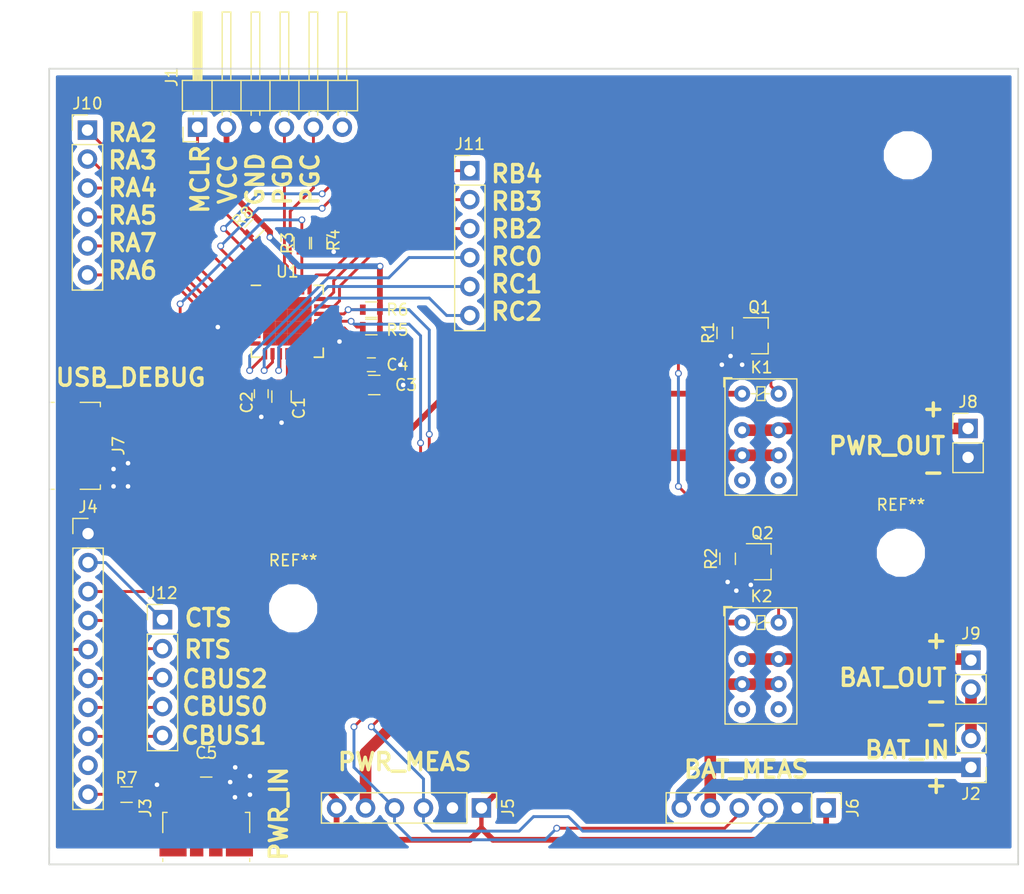
<source format=kicad_pcb>
(kicad_pcb (version 4) (host pcbnew 4.0.7)

  (general
    (links 97)
    (no_connects 0)
    (area 36.704199 67.946199 121.817201 137.870001)
    (thickness 1.6)
    (drawings 27)
    (tracks 364)
    (zones 0)
    (modules 33)
    (nets 53)
  )

  (page A4)
  (layers
    (0 F.Cu mixed)
    (31 B.Cu mixed)
    (32 B.Adhes user)
    (33 F.Adhes user)
    (34 B.Paste user)
    (35 F.Paste user)
    (36 B.SilkS user)
    (37 F.SilkS user)
    (38 B.Mask user)
    (39 F.Mask user)
    (40 Dwgs.User user)
    (41 Cmts.User user)
    (42 Eco1.User user)
    (43 Eco2.User user)
    (44 Edge.Cuts user)
    (45 Margin user)
    (46 B.CrtYd user)
    (47 F.CrtYd user)
    (48 B.Fab user)
    (49 F.Fab user)
  )

  (setup
    (last_trace_width 0.2032)
    (user_trace_width 0.2032)
    (user_trace_width 0.254)
    (user_trace_width 0.508)
    (user_trace_width 1.016)
    (trace_clearance 0.2)
    (zone_clearance 0.508)
    (zone_45_only no)
    (trace_min 0.2)
    (segment_width 0.2)
    (edge_width 0.15)
    (via_size 0.6)
    (via_drill 0.4)
    (via_min_size 0.4)
    (via_min_drill 0.3)
    (uvia_size 0.3)
    (uvia_drill 0.1)
    (uvias_allowed no)
    (uvia_min_size 0.2)
    (uvia_min_drill 0.1)
    (pcb_text_width 0.3)
    (pcb_text_size 1.5 1.5)
    (mod_edge_width 0.15)
    (mod_text_size 1 1)
    (mod_text_width 0.15)
    (pad_size 1.524 1.524)
    (pad_drill 0.762)
    (pad_to_mask_clearance 0.2)
    (aux_axis_origin 36.7792 137.7696)
    (grid_origin 36.576 136.398)
    (visible_elements 7FFEFFFF)
    (pcbplotparams
      (layerselection 0x090f0_80000001)
      (usegerberextensions true)
      (excludeedgelayer true)
      (linewidth 0.100000)
      (plotframeref false)
      (viasonmask false)
      (mode 1)
      (useauxorigin false)
      (hpglpennumber 1)
      (hpglpenspeed 20)
      (hpglpendiameter 15)
      (hpglpenoverlay 2)
      (psnegative false)
      (psa4output false)
      (plotreference true)
      (plotvalue false)
      (plotinvisibletext false)
      (padsonsilk false)
      (subtractmaskfromsilk false)
      (outputformat 1)
      (mirror false)
      (drillshape 0)
      (scaleselection 1)
      (outputdirectory "Board Files/"))
  )

  (net 0 "")
  (net 1 /MCLR)
  (net 2 GND)
  (net 3 /PGD)
  (net 4 /PGC)
  (net 5 "Net-(J1-Pad6)")
  (net 6 "Net-(C1-Pad2)")
  (net 7 /BAT_pos)
  (net 8 /BAT_neg)
  (net 9 "Net-(J3-Pad2)")
  (net 10 "Net-(J3-Pad3)")
  (net 11 "Net-(J3-Pad4)")
  (net 12 /Board_PWR_meas)
  (net 13 /Board_BAT_meas)
  (net 14 "Net-(J7-Pad1)")
  (net 15 "Net-(J7-Pad4)")
  (net 16 /Board_PWR)
  (net 17 /Board_BAT)
  (net 18 "Net-(K1-Pad8)")
  (net 19 "Net-(K1-Pad4)")
  (net 20 "Net-(K1-Pad5)")
  (net 21 "Net-(K2-Pad8)")
  (net 22 "Net-(K2-Pad4)")
  (net 23 "Net-(K2-Pad5)")
  (net 24 /BRD_PWR_RELAY)
  (net 25 /BRD_BAT_RELAY)
  (net 26 "Net-(R3-Pad2)")
  (net 27 /RX)
  (net 28 /TX)
  (net 29 VCC)
  (net 30 /I2C_SCL)
  (net 31 /I2C_SDA)
  (net 32 /RA2)
  (net 33 /RA3)
  (net 34 /RA4)
  (net 35 /RA5)
  (net 36 /RA6)
  (net 37 /RA7)
  (net 38 /RC0)
  (net 39 /RC1)
  (net 40 /RC2)
  (net 41 /RB4)
  (net 42 /RB3)
  (net 43 /RB2)
  (net 44 /D-)
  (net 45 /D+)
  (net 46 /CTS)
  (net 47 /RTS)
  (net 48 /CBUS2)
  (net 49 /CBUS0)
  (net 50 /CBUS1)
  (net 51 "Net-(J4-Pad9)")
  (net 52 "Net-(J4-Pad10)")

  (net_class Default "This is the default net class."
    (clearance 0.2)
    (trace_width 0.25)
    (via_dia 0.6)
    (via_drill 0.4)
    (uvia_dia 0.3)
    (uvia_drill 0.1)
    (add_net /BRD_BAT_RELAY)
    (add_net /BRD_PWR_RELAY)
    (add_net /CBUS0)
    (add_net /CBUS1)
    (add_net /CBUS2)
    (add_net /CTS)
    (add_net /D+)
    (add_net /D-)
    (add_net /I2C_SCL)
    (add_net /I2C_SDA)
    (add_net /MCLR)
    (add_net /PGC)
    (add_net /PGD)
    (add_net /RA2)
    (add_net /RA3)
    (add_net /RA4)
    (add_net /RA5)
    (add_net /RA6)
    (add_net /RA7)
    (add_net /RB2)
    (add_net /RB3)
    (add_net /RB4)
    (add_net /RC0)
    (add_net /RC1)
    (add_net /RC2)
    (add_net /RTS)
    (add_net /RX)
    (add_net /TX)
    (add_net "Net-(C1-Pad2)")
    (add_net "Net-(J1-Pad6)")
    (add_net "Net-(J3-Pad2)")
    (add_net "Net-(J3-Pad3)")
    (add_net "Net-(J3-Pad4)")
    (add_net "Net-(J4-Pad10)")
    (add_net "Net-(J4-Pad9)")
    (add_net "Net-(J7-Pad1)")
    (add_net "Net-(J7-Pad4)")
    (add_net "Net-(K1-Pad4)")
    (add_net "Net-(K1-Pad5)")
    (add_net "Net-(K1-Pad8)")
    (add_net "Net-(K2-Pad4)")
    (add_net "Net-(K2-Pad5)")
    (add_net "Net-(K2-Pad8)")
    (add_net "Net-(R3-Pad2)")
  )

  (net_class Power ""
    (clearance 0.2)
    (trace_width 0.508)
    (via_dia 0.6)
    (via_drill 0.4)
    (uvia_dia 0.3)
    (uvia_drill 0.1)
    (add_net /BAT_neg)
    (add_net /BAT_pos)
    (add_net /Board_BAT)
    (add_net /Board_BAT_meas)
    (add_net /Board_PWR)
    (add_net /Board_PWR_meas)
    (add_net GND)
    (add_net VCC)
  )

  (module Mounting_Holes:MountingHole_3.2mm_M3 (layer F.Cu) (tedit 56D1B4CB) (tstamp 5B3F613B)
    (at 111.4552 110.4646)
    (descr "Mounting Hole 3.2mm, no annular, M3")
    (tags "mounting hole 3.2mm no annular m3")
    (attr virtual)
    (fp_text reference REF** (at 0 -4.2) (layer F.SilkS)
      (effects (font (size 1 1) (thickness 0.15)))
    )
    (fp_text value MountingHole_3.2mm_M3 (at 0 4.2) (layer F.Fab)
      (effects (font (size 1 1) (thickness 0.15)))
    )
    (fp_text user %R (at 0.3 0) (layer F.Fab)
      (effects (font (size 1 1) (thickness 0.15)))
    )
    (fp_circle (center 0 0) (end 3.2 0) (layer Cmts.User) (width 0.15))
    (fp_circle (center 0 0) (end 3.45 0) (layer F.CrtYd) (width 0.05))
    (pad 1 np_thru_hole circle (at 0 0) (size 3.2 3.2) (drill 3.2) (layers *.Cu *.Mask))
  )

  (module Mounting_Holes:MountingHole_3.2mm_M3 (layer F.Cu) (tedit 56D1B4CB) (tstamp 5B3F6144)
    (at 58.166 115.3414)
    (descr "Mounting Hole 3.2mm, no annular, M3")
    (tags "mounting hole 3.2mm no annular m3")
    (attr virtual)
    (fp_text reference REF** (at 0 -4.2) (layer F.SilkS)
      (effects (font (size 1 1) (thickness 0.15)))
    )
    (fp_text value MountingHole_3.2mm_M3 (at 0 4.2) (layer F.Fab)
      (effects (font (size 1 1) (thickness 0.15)))
    )
    (fp_text user %R (at 0.3 0) (layer F.Fab)
      (effects (font (size 1 1) (thickness 0.15)))
    )
    (fp_circle (center 0 0) (end 3.2 0) (layer Cmts.User) (width 0.15))
    (fp_circle (center 0 0) (end 3.45 0) (layer F.CrtYd) (width 0.05))
    (pad 1 np_thru_hole circle (at 0 0) (size 3.2 3.2) (drill 3.2) (layers *.Cu *.Mask))
  )

  (module Pin_Headers:Pin_Header_Angled_1x06_Pitch2.54mm (layer F.Cu) (tedit 59650532) (tstamp 5B3B91C1)
    (at 49.784 73.152 90)
    (descr "Through hole angled pin header, 1x06, 2.54mm pitch, 6mm pin length, single row")
    (tags "Through hole angled pin header THT 1x06 2.54mm single row")
    (path /5B3B70AE)
    (fp_text reference J1 (at 4.385 -2.27 90) (layer F.SilkS)
      (effects (font (size 1 1) (thickness 0.15)))
    )
    (fp_text value Conn_01x06_Male (at 4.385 14.97 90) (layer F.Fab)
      (effects (font (size 1 1) (thickness 0.15)))
    )
    (fp_line (start 2.135 -1.27) (end 4.04 -1.27) (layer F.Fab) (width 0.1))
    (fp_line (start 4.04 -1.27) (end 4.04 13.97) (layer F.Fab) (width 0.1))
    (fp_line (start 4.04 13.97) (end 1.5 13.97) (layer F.Fab) (width 0.1))
    (fp_line (start 1.5 13.97) (end 1.5 -0.635) (layer F.Fab) (width 0.1))
    (fp_line (start 1.5 -0.635) (end 2.135 -1.27) (layer F.Fab) (width 0.1))
    (fp_line (start -0.32 -0.32) (end 1.5 -0.32) (layer F.Fab) (width 0.1))
    (fp_line (start -0.32 -0.32) (end -0.32 0.32) (layer F.Fab) (width 0.1))
    (fp_line (start -0.32 0.32) (end 1.5 0.32) (layer F.Fab) (width 0.1))
    (fp_line (start 4.04 -0.32) (end 10.04 -0.32) (layer F.Fab) (width 0.1))
    (fp_line (start 10.04 -0.32) (end 10.04 0.32) (layer F.Fab) (width 0.1))
    (fp_line (start 4.04 0.32) (end 10.04 0.32) (layer F.Fab) (width 0.1))
    (fp_line (start -0.32 2.22) (end 1.5 2.22) (layer F.Fab) (width 0.1))
    (fp_line (start -0.32 2.22) (end -0.32 2.86) (layer F.Fab) (width 0.1))
    (fp_line (start -0.32 2.86) (end 1.5 2.86) (layer F.Fab) (width 0.1))
    (fp_line (start 4.04 2.22) (end 10.04 2.22) (layer F.Fab) (width 0.1))
    (fp_line (start 10.04 2.22) (end 10.04 2.86) (layer F.Fab) (width 0.1))
    (fp_line (start 4.04 2.86) (end 10.04 2.86) (layer F.Fab) (width 0.1))
    (fp_line (start -0.32 4.76) (end 1.5 4.76) (layer F.Fab) (width 0.1))
    (fp_line (start -0.32 4.76) (end -0.32 5.4) (layer F.Fab) (width 0.1))
    (fp_line (start -0.32 5.4) (end 1.5 5.4) (layer F.Fab) (width 0.1))
    (fp_line (start 4.04 4.76) (end 10.04 4.76) (layer F.Fab) (width 0.1))
    (fp_line (start 10.04 4.76) (end 10.04 5.4) (layer F.Fab) (width 0.1))
    (fp_line (start 4.04 5.4) (end 10.04 5.4) (layer F.Fab) (width 0.1))
    (fp_line (start -0.32 7.3) (end 1.5 7.3) (layer F.Fab) (width 0.1))
    (fp_line (start -0.32 7.3) (end -0.32 7.94) (layer F.Fab) (width 0.1))
    (fp_line (start -0.32 7.94) (end 1.5 7.94) (layer F.Fab) (width 0.1))
    (fp_line (start 4.04 7.3) (end 10.04 7.3) (layer F.Fab) (width 0.1))
    (fp_line (start 10.04 7.3) (end 10.04 7.94) (layer F.Fab) (width 0.1))
    (fp_line (start 4.04 7.94) (end 10.04 7.94) (layer F.Fab) (width 0.1))
    (fp_line (start -0.32 9.84) (end 1.5 9.84) (layer F.Fab) (width 0.1))
    (fp_line (start -0.32 9.84) (end -0.32 10.48) (layer F.Fab) (width 0.1))
    (fp_line (start -0.32 10.48) (end 1.5 10.48) (layer F.Fab) (width 0.1))
    (fp_line (start 4.04 9.84) (end 10.04 9.84) (layer F.Fab) (width 0.1))
    (fp_line (start 10.04 9.84) (end 10.04 10.48) (layer F.Fab) (width 0.1))
    (fp_line (start 4.04 10.48) (end 10.04 10.48) (layer F.Fab) (width 0.1))
    (fp_line (start -0.32 12.38) (end 1.5 12.38) (layer F.Fab) (width 0.1))
    (fp_line (start -0.32 12.38) (end -0.32 13.02) (layer F.Fab) (width 0.1))
    (fp_line (start -0.32 13.02) (end 1.5 13.02) (layer F.Fab) (width 0.1))
    (fp_line (start 4.04 12.38) (end 10.04 12.38) (layer F.Fab) (width 0.1))
    (fp_line (start 10.04 12.38) (end 10.04 13.02) (layer F.Fab) (width 0.1))
    (fp_line (start 4.04 13.02) (end 10.04 13.02) (layer F.Fab) (width 0.1))
    (fp_line (start 1.44 -1.33) (end 1.44 14.03) (layer F.SilkS) (width 0.12))
    (fp_line (start 1.44 14.03) (end 4.1 14.03) (layer F.SilkS) (width 0.12))
    (fp_line (start 4.1 14.03) (end 4.1 -1.33) (layer F.SilkS) (width 0.12))
    (fp_line (start 4.1 -1.33) (end 1.44 -1.33) (layer F.SilkS) (width 0.12))
    (fp_line (start 4.1 -0.38) (end 10.1 -0.38) (layer F.SilkS) (width 0.12))
    (fp_line (start 10.1 -0.38) (end 10.1 0.38) (layer F.SilkS) (width 0.12))
    (fp_line (start 10.1 0.38) (end 4.1 0.38) (layer F.SilkS) (width 0.12))
    (fp_line (start 4.1 -0.32) (end 10.1 -0.32) (layer F.SilkS) (width 0.12))
    (fp_line (start 4.1 -0.2) (end 10.1 -0.2) (layer F.SilkS) (width 0.12))
    (fp_line (start 4.1 -0.08) (end 10.1 -0.08) (layer F.SilkS) (width 0.12))
    (fp_line (start 4.1 0.04) (end 10.1 0.04) (layer F.SilkS) (width 0.12))
    (fp_line (start 4.1 0.16) (end 10.1 0.16) (layer F.SilkS) (width 0.12))
    (fp_line (start 4.1 0.28) (end 10.1 0.28) (layer F.SilkS) (width 0.12))
    (fp_line (start 1.11 -0.38) (end 1.44 -0.38) (layer F.SilkS) (width 0.12))
    (fp_line (start 1.11 0.38) (end 1.44 0.38) (layer F.SilkS) (width 0.12))
    (fp_line (start 1.44 1.27) (end 4.1 1.27) (layer F.SilkS) (width 0.12))
    (fp_line (start 4.1 2.16) (end 10.1 2.16) (layer F.SilkS) (width 0.12))
    (fp_line (start 10.1 2.16) (end 10.1 2.92) (layer F.SilkS) (width 0.12))
    (fp_line (start 10.1 2.92) (end 4.1 2.92) (layer F.SilkS) (width 0.12))
    (fp_line (start 1.042929 2.16) (end 1.44 2.16) (layer F.SilkS) (width 0.12))
    (fp_line (start 1.042929 2.92) (end 1.44 2.92) (layer F.SilkS) (width 0.12))
    (fp_line (start 1.44 3.81) (end 4.1 3.81) (layer F.SilkS) (width 0.12))
    (fp_line (start 4.1 4.7) (end 10.1 4.7) (layer F.SilkS) (width 0.12))
    (fp_line (start 10.1 4.7) (end 10.1 5.46) (layer F.SilkS) (width 0.12))
    (fp_line (start 10.1 5.46) (end 4.1 5.46) (layer F.SilkS) (width 0.12))
    (fp_line (start 1.042929 4.7) (end 1.44 4.7) (layer F.SilkS) (width 0.12))
    (fp_line (start 1.042929 5.46) (end 1.44 5.46) (layer F.SilkS) (width 0.12))
    (fp_line (start 1.44 6.35) (end 4.1 6.35) (layer F.SilkS) (width 0.12))
    (fp_line (start 4.1 7.24) (end 10.1 7.24) (layer F.SilkS) (width 0.12))
    (fp_line (start 10.1 7.24) (end 10.1 8) (layer F.SilkS) (width 0.12))
    (fp_line (start 10.1 8) (end 4.1 8) (layer F.SilkS) (width 0.12))
    (fp_line (start 1.042929 7.24) (end 1.44 7.24) (layer F.SilkS) (width 0.12))
    (fp_line (start 1.042929 8) (end 1.44 8) (layer F.SilkS) (width 0.12))
    (fp_line (start 1.44 8.89) (end 4.1 8.89) (layer F.SilkS) (width 0.12))
    (fp_line (start 4.1 9.78) (end 10.1 9.78) (layer F.SilkS) (width 0.12))
    (fp_line (start 10.1 9.78) (end 10.1 10.54) (layer F.SilkS) (width 0.12))
    (fp_line (start 10.1 10.54) (end 4.1 10.54) (layer F.SilkS) (width 0.12))
    (fp_line (start 1.042929 9.78) (end 1.44 9.78) (layer F.SilkS) (width 0.12))
    (fp_line (start 1.042929 10.54) (end 1.44 10.54) (layer F.SilkS) (width 0.12))
    (fp_line (start 1.44 11.43) (end 4.1 11.43) (layer F.SilkS) (width 0.12))
    (fp_line (start 4.1 12.32) (end 10.1 12.32) (layer F.SilkS) (width 0.12))
    (fp_line (start 10.1 12.32) (end 10.1 13.08) (layer F.SilkS) (width 0.12))
    (fp_line (start 10.1 13.08) (end 4.1 13.08) (layer F.SilkS) (width 0.12))
    (fp_line (start 1.042929 12.32) (end 1.44 12.32) (layer F.SilkS) (width 0.12))
    (fp_line (start 1.042929 13.08) (end 1.44 13.08) (layer F.SilkS) (width 0.12))
    (fp_line (start -1.27 0) (end -1.27 -1.27) (layer F.SilkS) (width 0.12))
    (fp_line (start -1.27 -1.27) (end 0 -1.27) (layer F.SilkS) (width 0.12))
    (fp_line (start -1.8 -1.8) (end -1.8 14.5) (layer F.CrtYd) (width 0.05))
    (fp_line (start -1.8 14.5) (end 10.55 14.5) (layer F.CrtYd) (width 0.05))
    (fp_line (start 10.55 14.5) (end 10.55 -1.8) (layer F.CrtYd) (width 0.05))
    (fp_line (start 10.55 -1.8) (end -1.8 -1.8) (layer F.CrtYd) (width 0.05))
    (fp_text user %R (at 2.77 6.35 180) (layer F.Fab)
      (effects (font (size 1 1) (thickness 0.15)))
    )
    (pad 1 thru_hole rect (at 0 0 90) (size 1.7 1.7) (drill 1) (layers *.Cu *.Mask)
      (net 1 /MCLR))
    (pad 2 thru_hole oval (at 0 2.54 90) (size 1.7 1.7) (drill 1) (layers *.Cu *.Mask)
      (net 29 VCC))
    (pad 3 thru_hole oval (at 0 5.08 90) (size 1.7 1.7) (drill 1) (layers *.Cu *.Mask)
      (net 2 GND))
    (pad 4 thru_hole oval (at 0 7.62 90) (size 1.7 1.7) (drill 1) (layers *.Cu *.Mask)
      (net 3 /PGD))
    (pad 5 thru_hole oval (at 0 10.16 90) (size 1.7 1.7) (drill 1) (layers *.Cu *.Mask)
      (net 4 /PGC))
    (pad 6 thru_hole oval (at 0 12.7 90) (size 1.7 1.7) (drill 1) (layers *.Cu *.Mask)
      (net 5 "Net-(J1-Pad6)"))
    (model ${KISYS3DMOD}/Pin_Headers.3dshapes/Pin_Header_Angled_1x06_Pitch2.54mm.wrl
      (at (xyz 0 0 0))
      (scale (xyz 1 1 1))
      (rotate (xyz 0 0 0))
    )
  )

  (module Housings_DFN_QFN:QFN-28-1EP_6x6mm_Pitch0.65mm (layer F.Cu) (tedit 54130A77) (tstamp 5B3B91F1)
    (at 57.658 90.17)
    (descr "28-Lead Plastic Quad Flat, No Lead Package (ML) - 6x6 mm Body [QFN]; (see Microchip Packaging Specification 00000049BS.pdf)")
    (tags "QFN 0.65")
    (path /5B3B6D82)
    (attr smd)
    (fp_text reference U1 (at 0 -4.35) (layer F.SilkS)
      (effects (font (size 1 1) (thickness 0.15)))
    )
    (fp_text value PIC18F25K50-xML (at 0 4.35) (layer F.Fab)
      (effects (font (size 1 1) (thickness 0.15)))
    )
    (fp_line (start -2 -3) (end 3 -3) (layer F.Fab) (width 0.15))
    (fp_line (start 3 -3) (end 3 3) (layer F.Fab) (width 0.15))
    (fp_line (start 3 3) (end -3 3) (layer F.Fab) (width 0.15))
    (fp_line (start -3 3) (end -3 -2) (layer F.Fab) (width 0.15))
    (fp_line (start -3 -2) (end -2 -3) (layer F.Fab) (width 0.15))
    (fp_line (start -3.6 -3.6) (end -3.6 3.6) (layer F.CrtYd) (width 0.05))
    (fp_line (start 3.6 -3.6) (end 3.6 3.6) (layer F.CrtYd) (width 0.05))
    (fp_line (start -3.6 -3.6) (end 3.6 -3.6) (layer F.CrtYd) (width 0.05))
    (fp_line (start -3.6 3.6) (end 3.6 3.6) (layer F.CrtYd) (width 0.05))
    (fp_line (start 3.15 -3.15) (end 3.15 -2.36) (layer F.SilkS) (width 0.15))
    (fp_line (start -3.15 3.15) (end -3.15 2.36) (layer F.SilkS) (width 0.15))
    (fp_line (start 3.15 3.15) (end 3.15 2.36) (layer F.SilkS) (width 0.15))
    (fp_line (start -3.15 -3.15) (end -2.36 -3.15) (layer F.SilkS) (width 0.15))
    (fp_line (start -3.15 3.15) (end -2.36 3.15) (layer F.SilkS) (width 0.15))
    (fp_line (start 3.15 3.15) (end 2.36 3.15) (layer F.SilkS) (width 0.15))
    (fp_line (start 3.15 -3.15) (end 2.36 -3.15) (layer F.SilkS) (width 0.15))
    (pad 1 smd rect (at -2.85 -1.95) (size 1 0.37) (layers F.Cu F.Paste F.Mask)
      (net 32 /RA2))
    (pad 2 smd rect (at -2.85 -1.3) (size 1 0.37) (layers F.Cu F.Paste F.Mask)
      (net 33 /RA3))
    (pad 3 smd rect (at -2.85 -0.65) (size 1 0.37) (layers F.Cu F.Paste F.Mask)
      (net 34 /RA4))
    (pad 4 smd rect (at -2.85 0) (size 1 0.37) (layers F.Cu F.Paste F.Mask)
      (net 35 /RA5))
    (pad 5 smd rect (at -2.85 0.65) (size 1 0.37) (layers F.Cu F.Paste F.Mask)
      (net 2 GND))
    (pad 6 smd rect (at -2.85 1.3) (size 1 0.37) (layers F.Cu F.Paste F.Mask)
      (net 37 /RA7))
    (pad 7 smd rect (at -2.85 1.95) (size 1 0.37) (layers F.Cu F.Paste F.Mask)
      (net 36 /RA6))
    (pad 8 smd rect (at -1.95 2.85 90) (size 1 0.37) (layers F.Cu F.Paste F.Mask)
      (net 38 /RC0))
    (pad 9 smd rect (at -1.3 2.85 90) (size 1 0.37) (layers F.Cu F.Paste F.Mask)
      (net 39 /RC1))
    (pad 10 smd rect (at -0.65 2.85 90) (size 1 0.37) (layers F.Cu F.Paste F.Mask)
      (net 40 /RC2))
    (pad 11 smd rect (at 0 2.85 90) (size 1 0.37) (layers F.Cu F.Paste F.Mask)
      (net 6 "Net-(C1-Pad2)"))
    (pad 12 smd rect (at 0.65 2.85 90) (size 1 0.37) (layers F.Cu F.Paste F.Mask)
      (net 44 /D-))
    (pad 13 smd rect (at 1.3 2.85 90) (size 1 0.37) (layers F.Cu F.Paste F.Mask)
      (net 45 /D+))
    (pad 14 smd rect (at 1.95 2.85 90) (size 1 0.37) (layers F.Cu F.Paste F.Mask)
      (net 27 /RX))
    (pad 15 smd rect (at 2.85 1.95) (size 1 0.37) (layers F.Cu F.Paste F.Mask)
      (net 28 /TX))
    (pad 16 smd rect (at 2.85 1.3) (size 1 0.37) (layers F.Cu F.Paste F.Mask)
      (net 2 GND))
    (pad 17 smd rect (at 2.85 0.65) (size 1 0.37) (layers F.Cu F.Paste F.Mask)
      (net 29 VCC))
    (pad 18 smd rect (at 2.85 0) (size 1 0.37) (layers F.Cu F.Paste F.Mask)
      (net 31 /I2C_SDA))
    (pad 19 smd rect (at 2.85 -0.65) (size 1 0.37) (layers F.Cu F.Paste F.Mask)
      (net 30 /I2C_SCL))
    (pad 20 smd rect (at 2.85 -1.3) (size 1 0.37) (layers F.Cu F.Paste F.Mask)
      (net 43 /RB2))
    (pad 21 smd rect (at 2.85 -1.95) (size 1 0.37) (layers F.Cu F.Paste F.Mask)
      (net 42 /RB3))
    (pad 22 smd rect (at 1.95 -2.85 90) (size 1 0.37) (layers F.Cu F.Paste F.Mask)
      (net 41 /RB4))
    (pad 23 smd rect (at 1.3 -2.85 90) (size 1 0.37) (layers F.Cu F.Paste F.Mask)
      (net 26 "Net-(R3-Pad2)"))
    (pad 24 smd rect (at 0.65 -2.85 90) (size 1 0.37) (layers F.Cu F.Paste F.Mask)
      (net 4 /PGC))
    (pad 25 smd rect (at 0 -2.85 90) (size 1 0.37) (layers F.Cu F.Paste F.Mask)
      (net 3 /PGD))
    (pad 26 smd rect (at -0.65 -2.85 90) (size 1 0.37) (layers F.Cu F.Paste F.Mask)
      (net 1 /MCLR))
    (pad 27 smd rect (at -1.3 -2.85 90) (size 1 0.37) (layers F.Cu F.Paste F.Mask)
      (net 24 /BRD_PWR_RELAY))
    (pad 28 smd rect (at -1.95 -2.85 90) (size 1 0.37) (layers F.Cu F.Paste F.Mask)
      (net 25 /BRD_BAT_RELAY))
    (pad 29 smd rect (at 1.59375 1.59375) (size 1.0625 1.0625) (layers F.Cu F.Paste F.Mask)
      (solder_paste_margin_ratio -0.2))
    (pad 29 smd rect (at 1.59375 0.53125) (size 1.0625 1.0625) (layers F.Cu F.Paste F.Mask)
      (solder_paste_margin_ratio -0.2))
    (pad 29 smd rect (at 1.59375 -0.53125) (size 1.0625 1.0625) (layers F.Cu F.Paste F.Mask)
      (solder_paste_margin_ratio -0.2))
    (pad 29 smd rect (at 1.59375 -1.59375) (size 1.0625 1.0625) (layers F.Cu F.Paste F.Mask)
      (solder_paste_margin_ratio -0.2))
    (pad 29 smd rect (at 0.53125 1.59375) (size 1.0625 1.0625) (layers F.Cu F.Paste F.Mask)
      (solder_paste_margin_ratio -0.2))
    (pad 29 smd rect (at 0.53125 0.53125) (size 1.0625 1.0625) (layers F.Cu F.Paste F.Mask)
      (solder_paste_margin_ratio -0.2))
    (pad 29 smd rect (at 0.53125 -0.53125) (size 1.0625 1.0625) (layers F.Cu F.Paste F.Mask)
      (solder_paste_margin_ratio -0.2))
    (pad 29 smd rect (at 0.53125 -1.59375) (size 1.0625 1.0625) (layers F.Cu F.Paste F.Mask)
      (solder_paste_margin_ratio -0.2))
    (pad 29 smd rect (at -0.53125 1.59375) (size 1.0625 1.0625) (layers F.Cu F.Paste F.Mask)
      (solder_paste_margin_ratio -0.2))
    (pad 29 smd rect (at -0.53125 0.53125) (size 1.0625 1.0625) (layers F.Cu F.Paste F.Mask)
      (solder_paste_margin_ratio -0.2))
    (pad 29 smd rect (at -0.53125 -0.53125) (size 1.0625 1.0625) (layers F.Cu F.Paste F.Mask)
      (solder_paste_margin_ratio -0.2))
    (pad 29 smd rect (at -0.53125 -1.59375) (size 1.0625 1.0625) (layers F.Cu F.Paste F.Mask)
      (solder_paste_margin_ratio -0.2))
    (pad 29 smd rect (at -1.59375 1.59375) (size 1.0625 1.0625) (layers F.Cu F.Paste F.Mask)
      (solder_paste_margin_ratio -0.2))
    (pad 29 smd rect (at -1.59375 0.53125) (size 1.0625 1.0625) (layers F.Cu F.Paste F.Mask)
      (solder_paste_margin_ratio -0.2))
    (pad 29 smd rect (at -1.59375 -0.53125) (size 1.0625 1.0625) (layers F.Cu F.Paste F.Mask)
      (solder_paste_margin_ratio -0.2))
    (pad 29 smd rect (at -1.59375 -1.59375) (size 1.0625 1.0625) (layers F.Cu F.Paste F.Mask)
      (solder_paste_margin_ratio -0.2))
    (model ${KISYS3DMOD}/Housings_DFN_QFN.3dshapes/QFN-28-1EP_6x6mm_Pitch0.65mm.wrl
      (at (xyz 0 0 0))
      (scale (xyz 1 1 1))
      (rotate (xyz 0 0 0))
    )
  )

  (module Capacitors_SMD:C_0805 (layer F.Cu) (tedit 5B3BC86F) (tstamp 5B3BB9DA)
    (at 57.15 96.774 90)
    (descr "Capacitor SMD 0805, reflow soldering, AVX (see smccp.pdf)")
    (tags "capacitor 0805")
    (path /5B3BA92D)
    (attr smd)
    (fp_text reference C1 (at -1.016 1.524 270) (layer F.SilkS)
      (effects (font (size 1 1) (thickness 0.15)))
    )
    (fp_text value 10uF (at 0 1.75 90) (layer F.Fab)
      (effects (font (size 1 1) (thickness 0.15)))
    )
    (fp_line (start -1 0.62) (end -1 -0.62) (layer F.Fab) (width 0.1))
    (fp_line (start 1 0.62) (end -1 0.62) (layer F.Fab) (width 0.1))
    (fp_line (start 1 -0.62) (end 1 0.62) (layer F.Fab) (width 0.1))
    (fp_line (start -1 -0.62) (end 1 -0.62) (layer F.Fab) (width 0.1))
    (fp_line (start 0.5 -0.85) (end -0.5 -0.85) (layer F.SilkS) (width 0.12))
    (fp_line (start -0.5 0.85) (end 0.5 0.85) (layer F.SilkS) (width 0.12))
    (fp_line (start -1.75 -0.88) (end 1.75 -0.88) (layer F.CrtYd) (width 0.05))
    (fp_line (start -1.75 -0.88) (end -1.75 0.87) (layer F.CrtYd) (width 0.05))
    (fp_line (start 1.75 0.87) (end 1.75 -0.88) (layer F.CrtYd) (width 0.05))
    (fp_line (start 1.75 0.87) (end -1.75 0.87) (layer F.CrtYd) (width 0.05))
    (pad 1 smd rect (at -1 0 90) (size 1 1.25) (layers F.Cu F.Paste F.Mask)
      (net 2 GND))
    (pad 2 smd rect (at 1 0 90) (size 1 1.25) (layers F.Cu F.Paste F.Mask)
      (net 6 "Net-(C1-Pad2)"))
    (model Capacitors_SMD.3dshapes/C_0805.wrl
      (at (xyz 0 0 0))
      (scale (xyz 1 1 1))
      (rotate (xyz 0 0 0))
    )
  )

  (module Capacitors_SMD:C_0603 (layer F.Cu) (tedit 5B3BC86A) (tstamp 5B3BB9E0)
    (at 55.372 96.52 90)
    (descr "Capacitor SMD 0603, reflow soldering, AVX (see smccp.pdf)")
    (tags "capacitor 0603")
    (path /5B3BA8C6)
    (attr smd)
    (fp_text reference C2 (at -0.762 -1.27 90) (layer F.SilkS)
      (effects (font (size 1 1) (thickness 0.15)))
    )
    (fp_text value 0.1uF (at 0 1.5 90) (layer F.Fab)
      (effects (font (size 1 1) (thickness 0.15)))
    )
    (fp_line (start 1.4 0.65) (end -1.4 0.65) (layer F.CrtYd) (width 0.05))
    (fp_line (start 1.4 0.65) (end 1.4 -0.65) (layer F.CrtYd) (width 0.05))
    (fp_line (start -1.4 -0.65) (end -1.4 0.65) (layer F.CrtYd) (width 0.05))
    (fp_line (start -1.4 -0.65) (end 1.4 -0.65) (layer F.CrtYd) (width 0.05))
    (fp_line (start 0.35 0.6) (end -0.35 0.6) (layer F.SilkS) (width 0.12))
    (fp_line (start -0.35 -0.6) (end 0.35 -0.6) (layer F.SilkS) (width 0.12))
    (fp_line (start -0.8 -0.4) (end 0.8 -0.4) (layer F.Fab) (width 0.1))
    (fp_line (start 0.8 -0.4) (end 0.8 0.4) (layer F.Fab) (width 0.1))
    (fp_line (start 0.8 0.4) (end -0.8 0.4) (layer F.Fab) (width 0.1))
    (fp_line (start -0.8 0.4) (end -0.8 -0.4) (layer F.Fab) (width 0.1))
    (fp_text user %R (at 0 0 90) (layer F.Fab)
      (effects (font (size 0.3 0.3) (thickness 0.075)))
    )
    (pad 2 smd rect (at 0.75 0 90) (size 0.8 0.75) (layers F.Cu F.Paste F.Mask)
      (net 6 "Net-(C1-Pad2)"))
    (pad 1 smd rect (at -0.75 0 90) (size 0.8 0.75) (layers F.Cu F.Paste F.Mask)
      (net 2 GND))
    (model Capacitors_SMD.3dshapes/C_0603.wrl
      (at (xyz 0 0 0))
      (scale (xyz 1 1 1))
      (rotate (xyz 0 0 0))
    )
  )

  (module Connectors_USB:USB_Micro-B_Molex_47346-0001 (layer F.Cu) (tedit 5B3BD1AC) (tstamp 5B3BB9F9)
    (at 50.546 136.144)
    (descr "Micro USB B receptable with flange, bottom-mount, SMD, right-angle (http://www.molex.com/pdm_docs/sd/473460001_sd.pdf)")
    (tags "Micro B USB SMD")
    (path /5B3BAFF5)
    (attr smd)
    (fp_text reference J3 (at -5.334 -3.302 270) (layer F.SilkS)
      (effects (font (size 1 1) (thickness 0.15)))
    )
    (fp_text value USB_OTG (at 0 3.4) (layer F.Fab)
      (effects (font (size 1 1) (thickness 0.15)))
    )
    (fp_text user "PCB Edge" (at 0 1.47 180) (layer Dwgs.User)
      (effects (font (size 0.4 0.4) (thickness 0.04)))
    )
    (fp_text user %R (at 0 0) (layer F.Fab)
      (effects (font (size 1 1) (thickness 0.15)))
    )
    (fp_line (start 3.81 -2.91) (end 3.43 -2.91) (layer F.SilkS) (width 0.12))
    (fp_line (start 4.6 2.7) (end -4.6 2.7) (layer F.CrtYd) (width 0.05))
    (fp_line (start 4.6 -3.9) (end 4.6 2.7) (layer F.CrtYd) (width 0.05))
    (fp_line (start -4.6 -3.9) (end 4.6 -3.9) (layer F.CrtYd) (width 0.05))
    (fp_line (start -4.6 2.7) (end -4.6 -3.9) (layer F.CrtYd) (width 0.05))
    (fp_line (start 3.75 2.15) (end -3.75 2.15) (layer F.Fab) (width 0.1))
    (fp_line (start 3.75 -2.85) (end 3.75 2.15) (layer F.Fab) (width 0.1))
    (fp_line (start -3.75 -2.85) (end 3.75 -2.85) (layer F.Fab) (width 0.1))
    (fp_line (start -3.75 2.15) (end -3.75 -2.85) (layer F.Fab) (width 0.1))
    (fp_line (start 3.81 1.14) (end 3.81 1.4) (layer F.SilkS) (width 0.12))
    (fp_line (start 3.81 -2.91) (end 3.81 -1.14) (layer F.SilkS) (width 0.12))
    (fp_line (start -3.81 -2.91) (end -3.43 -2.91) (layer F.SilkS) (width 0.12))
    (fp_line (start -3.81 -1.14) (end -3.81 -2.91) (layer F.SilkS) (width 0.12))
    (fp_line (start -3.81 1.4) (end -3.81 1.14) (layer F.SilkS) (width 0.12))
    (fp_line (start -3.25 1.45) (end 3.25 1.45) (layer F.Fab) (width 0.1))
    (pad 1 smd rect (at -1.3 -2.66) (size 0.45 1.38) (layers F.Cu F.Paste F.Mask)
      (net 29 VCC))
    (pad 2 smd rect (at -0.65 -2.66) (size 0.45 1.38) (layers F.Cu F.Paste F.Mask)
      (net 9 "Net-(J3-Pad2)"))
    (pad 3 smd rect (at 0 -2.66) (size 0.45 1.38) (layers F.Cu F.Paste F.Mask)
      (net 10 "Net-(J3-Pad3)"))
    (pad 4 smd rect (at 0.65 -2.66) (size 0.45 1.38) (layers F.Cu F.Paste F.Mask)
      (net 11 "Net-(J3-Pad4)"))
    (pad 5 smd rect (at 1.3 -2.66) (size 0.45 1.38) (layers F.Cu F.Paste F.Mask)
      (net 2 GND))
    (pad 6 smd rect (at -2.4625 -2.3) (size 1.475 2.1) (layers F.Cu F.Paste F.Mask)
      (net 2 GND))
    (pad 6 smd rect (at 2.4625 -2.3) (size 1.475 2.1) (layers F.Cu F.Paste F.Mask)
      (net 2 GND))
    (pad 6 smd rect (at -2.91 0) (size 2.375 1.9) (layers F.Cu F.Paste F.Mask)
      (net 2 GND))
    (pad 6 smd rect (at 2.91 0) (size 2.375 1.9) (layers F.Cu F.Paste F.Mask)
      (net 2 GND))
    (pad 6 smd rect (at -0.84 0) (size 1.175 1.9) (layers F.Cu F.Paste F.Mask)
      (net 2 GND))
    (pad 6 smd rect (at 0.84 0) (size 1.175 1.9) (layers F.Cu F.Paste F.Mask)
      (net 2 GND))
    (model ${KISYS3DMOD}/Connectors_USB.3dshapes/USB_Micro-B_Molex_47346-0001.wrl
      (at (xyz 0 0 0))
      (scale (xyz 1 1 1))
      (rotate (xyz 0 0 0))
    )
  )

  (module Pin_Headers:Pin_Header_Straight_1x06_Pitch2.54mm (layer F.Cu) (tedit 59650532) (tstamp 5B3BBA0D)
    (at 74.676 132.842 270)
    (descr "Through hole straight pin header, 1x06, 2.54mm pitch, single row")
    (tags "Through hole pin header THT 1x06 2.54mm single row")
    (path /5B3BB743)
    (fp_text reference J5 (at 0 -2.33 270) (layer F.SilkS)
      (effects (font (size 1 1) (thickness 0.15)))
    )
    (fp_text value Conn_01x06_Male (at 0 15.03 270) (layer F.Fab)
      (effects (font (size 1 1) (thickness 0.15)))
    )
    (fp_line (start -0.635 -1.27) (end 1.27 -1.27) (layer F.Fab) (width 0.1))
    (fp_line (start 1.27 -1.27) (end 1.27 13.97) (layer F.Fab) (width 0.1))
    (fp_line (start 1.27 13.97) (end -1.27 13.97) (layer F.Fab) (width 0.1))
    (fp_line (start -1.27 13.97) (end -1.27 -0.635) (layer F.Fab) (width 0.1))
    (fp_line (start -1.27 -0.635) (end -0.635 -1.27) (layer F.Fab) (width 0.1))
    (fp_line (start -1.33 14.03) (end 1.33 14.03) (layer F.SilkS) (width 0.12))
    (fp_line (start -1.33 1.27) (end -1.33 14.03) (layer F.SilkS) (width 0.12))
    (fp_line (start 1.33 1.27) (end 1.33 14.03) (layer F.SilkS) (width 0.12))
    (fp_line (start -1.33 1.27) (end 1.33 1.27) (layer F.SilkS) (width 0.12))
    (fp_line (start -1.33 0) (end -1.33 -1.33) (layer F.SilkS) (width 0.12))
    (fp_line (start -1.33 -1.33) (end 0 -1.33) (layer F.SilkS) (width 0.12))
    (fp_line (start -1.8 -1.8) (end -1.8 14.5) (layer F.CrtYd) (width 0.05))
    (fp_line (start -1.8 14.5) (end 1.8 14.5) (layer F.CrtYd) (width 0.05))
    (fp_line (start 1.8 14.5) (end 1.8 -1.8) (layer F.CrtYd) (width 0.05))
    (fp_line (start 1.8 -1.8) (end -1.8 -1.8) (layer F.CrtYd) (width 0.05))
    (fp_text user %R (at 0 6.35 360) (layer F.Fab)
      (effects (font (size 1 1) (thickness 0.15)))
    )
    (pad 1 thru_hole rect (at 0 0 270) (size 1.7 1.7) (drill 1) (layers *.Cu *.Mask)
      (net 29 VCC))
    (pad 2 thru_hole oval (at 0 2.54 270) (size 1.7 1.7) (drill 1) (layers *.Cu *.Mask)
      (net 2 GND))
    (pad 3 thru_hole oval (at 0 5.08 270) (size 1.7 1.7) (drill 1) (layers *.Cu *.Mask)
      (net 30 /I2C_SCL))
    (pad 4 thru_hole oval (at 0 7.62 270) (size 1.7 1.7) (drill 1) (layers *.Cu *.Mask)
      (net 31 /I2C_SDA))
    (pad 5 thru_hole oval (at 0 10.16 270) (size 1.7 1.7) (drill 1) (layers *.Cu *.Mask)
      (net 12 /Board_PWR_meas))
    (pad 6 thru_hole oval (at 0 12.7 270) (size 1.7 1.7) (drill 1) (layers *.Cu *.Mask)
      (net 29 VCC))
    (model ${KISYS3DMOD}/Pin_Headers.3dshapes/Pin_Header_Straight_1x06_Pitch2.54mm.wrl
      (at (xyz 0 0 0))
      (scale (xyz 1 1 1))
      (rotate (xyz 0 0 0))
    )
  )

  (module Pin_Headers:Pin_Header_Straight_1x06_Pitch2.54mm (layer F.Cu) (tedit 59650532) (tstamp 5B3BBA17)
    (at 104.902 132.842 270)
    (descr "Through hole straight pin header, 1x06, 2.54mm pitch, single row")
    (tags "Through hole pin header THT 1x06 2.54mm single row")
    (path /5B3BC462)
    (fp_text reference J6 (at 0 -2.33 270) (layer F.SilkS)
      (effects (font (size 1 1) (thickness 0.15)))
    )
    (fp_text value Conn_01x06_Male (at 0 15.03 270) (layer F.Fab)
      (effects (font (size 1 1) (thickness 0.15)))
    )
    (fp_line (start -0.635 -1.27) (end 1.27 -1.27) (layer F.Fab) (width 0.1))
    (fp_line (start 1.27 -1.27) (end 1.27 13.97) (layer F.Fab) (width 0.1))
    (fp_line (start 1.27 13.97) (end -1.27 13.97) (layer F.Fab) (width 0.1))
    (fp_line (start -1.27 13.97) (end -1.27 -0.635) (layer F.Fab) (width 0.1))
    (fp_line (start -1.27 -0.635) (end -0.635 -1.27) (layer F.Fab) (width 0.1))
    (fp_line (start -1.33 14.03) (end 1.33 14.03) (layer F.SilkS) (width 0.12))
    (fp_line (start -1.33 1.27) (end -1.33 14.03) (layer F.SilkS) (width 0.12))
    (fp_line (start 1.33 1.27) (end 1.33 14.03) (layer F.SilkS) (width 0.12))
    (fp_line (start -1.33 1.27) (end 1.33 1.27) (layer F.SilkS) (width 0.12))
    (fp_line (start -1.33 0) (end -1.33 -1.33) (layer F.SilkS) (width 0.12))
    (fp_line (start -1.33 -1.33) (end 0 -1.33) (layer F.SilkS) (width 0.12))
    (fp_line (start -1.8 -1.8) (end -1.8 14.5) (layer F.CrtYd) (width 0.05))
    (fp_line (start -1.8 14.5) (end 1.8 14.5) (layer F.CrtYd) (width 0.05))
    (fp_line (start 1.8 14.5) (end 1.8 -1.8) (layer F.CrtYd) (width 0.05))
    (fp_line (start 1.8 -1.8) (end -1.8 -1.8) (layer F.CrtYd) (width 0.05))
    (fp_text user %R (at 0 6.35 360) (layer F.Fab)
      (effects (font (size 1 1) (thickness 0.15)))
    )
    (pad 1 thru_hole rect (at 0 0 270) (size 1.7 1.7) (drill 1) (layers *.Cu *.Mask)
      (net 29 VCC))
    (pad 2 thru_hole oval (at 0 2.54 270) (size 1.7 1.7) (drill 1) (layers *.Cu *.Mask)
      (net 2 GND))
    (pad 3 thru_hole oval (at 0 5.08 270) (size 1.7 1.7) (drill 1) (layers *.Cu *.Mask)
      (net 30 /I2C_SCL))
    (pad 4 thru_hole oval (at 0 7.62 270) (size 1.7 1.7) (drill 1) (layers *.Cu *.Mask)
      (net 31 /I2C_SDA))
    (pad 5 thru_hole oval (at 0 10.16 270) (size 1.7 1.7) (drill 1) (layers *.Cu *.Mask)
      (net 13 /Board_BAT_meas))
    (pad 6 thru_hole oval (at 0 12.7 270) (size 1.7 1.7) (drill 1) (layers *.Cu *.Mask)
      (net 7 /BAT_pos))
    (model ${KISYS3DMOD}/Pin_Headers.3dshapes/Pin_Header_Straight_1x06_Pitch2.54mm.wrl
      (at (xyz 0 0 0))
      (scale (xyz 1 1 1))
      (rotate (xyz 0 0 0))
    )
  )

  (module Connectors_USB:USB_Micro-B_Molex_47346-0001 (layer F.Cu) (tedit 594C50D0) (tstamp 5B3BBA26)
    (at 38.354 101.092 270)
    (descr "Micro USB B receptable with flange, bottom-mount, SMD, right-angle (http://www.molex.com/pdm_docs/sd/473460001_sd.pdf)")
    (tags "Micro B USB SMD")
    (path /5B3BA72B)
    (attr smd)
    (fp_text reference J7 (at 0 -4.5 450) (layer F.SilkS)
      (effects (font (size 1 1) (thickness 0.15)))
    )
    (fp_text value USB_OTG (at 0 3.4 450) (layer F.Fab)
      (effects (font (size 1 1) (thickness 0.15)))
    )
    (fp_text user "PCB Edge" (at 0 1.47 450) (layer Dwgs.User)
      (effects (font (size 0.4 0.4) (thickness 0.04)))
    )
    (fp_text user %R (at 0 0 270) (layer F.Fab)
      (effects (font (size 1 1) (thickness 0.15)))
    )
    (fp_line (start 3.81 -2.91) (end 3.43 -2.91) (layer F.SilkS) (width 0.12))
    (fp_line (start 4.6 2.7) (end -4.6 2.7) (layer F.CrtYd) (width 0.05))
    (fp_line (start 4.6 -3.9) (end 4.6 2.7) (layer F.CrtYd) (width 0.05))
    (fp_line (start -4.6 -3.9) (end 4.6 -3.9) (layer F.CrtYd) (width 0.05))
    (fp_line (start -4.6 2.7) (end -4.6 -3.9) (layer F.CrtYd) (width 0.05))
    (fp_line (start 3.75 2.15) (end -3.75 2.15) (layer F.Fab) (width 0.1))
    (fp_line (start 3.75 -2.85) (end 3.75 2.15) (layer F.Fab) (width 0.1))
    (fp_line (start -3.75 -2.85) (end 3.75 -2.85) (layer F.Fab) (width 0.1))
    (fp_line (start -3.75 2.15) (end -3.75 -2.85) (layer F.Fab) (width 0.1))
    (fp_line (start 3.81 1.14) (end 3.81 1.4) (layer F.SilkS) (width 0.12))
    (fp_line (start 3.81 -2.91) (end 3.81 -1.14) (layer F.SilkS) (width 0.12))
    (fp_line (start -3.81 -2.91) (end -3.43 -2.91) (layer F.SilkS) (width 0.12))
    (fp_line (start -3.81 -1.14) (end -3.81 -2.91) (layer F.SilkS) (width 0.12))
    (fp_line (start -3.81 1.4) (end -3.81 1.14) (layer F.SilkS) (width 0.12))
    (fp_line (start -3.25 1.45) (end 3.25 1.45) (layer F.Fab) (width 0.1))
    (pad 1 smd rect (at -1.3 -2.66 270) (size 0.45 1.38) (layers F.Cu F.Paste F.Mask)
      (net 14 "Net-(J7-Pad1)"))
    (pad 2 smd rect (at -0.65 -2.66 270) (size 0.45 1.38) (layers F.Cu F.Paste F.Mask)
      (net 44 /D-))
    (pad 3 smd rect (at 0 -2.66 270) (size 0.45 1.38) (layers F.Cu F.Paste F.Mask)
      (net 45 /D+))
    (pad 4 smd rect (at 0.65 -2.66 270) (size 0.45 1.38) (layers F.Cu F.Paste F.Mask)
      (net 15 "Net-(J7-Pad4)"))
    (pad 5 smd rect (at 1.3 -2.66 270) (size 0.45 1.38) (layers F.Cu F.Paste F.Mask)
      (net 2 GND))
    (pad 6 smd rect (at -2.4625 -2.3 270) (size 1.475 2.1) (layers F.Cu F.Paste F.Mask)
      (net 2 GND))
    (pad 6 smd rect (at 2.4625 -2.3 270) (size 1.475 2.1) (layers F.Cu F.Paste F.Mask)
      (net 2 GND))
    (pad 6 smd rect (at -2.91 0 270) (size 2.375 1.9) (layers F.Cu F.Paste F.Mask)
      (net 2 GND))
    (pad 6 smd rect (at 2.91 0 270) (size 2.375 1.9) (layers F.Cu F.Paste F.Mask)
      (net 2 GND))
    (pad 6 smd rect (at -0.84 0 270) (size 1.175 1.9) (layers F.Cu F.Paste F.Mask)
      (net 2 GND))
    (pad 6 smd rect (at 0.84 0 270) (size 1.175 1.9) (layers F.Cu F.Paste F.Mask)
      (net 2 GND))
    (model ${KISYS3DMOD}/Connectors_USB.3dshapes/USB_Micro-B_Molex_47346-0001.wrl
      (at (xyz 0 0 0))
      (scale (xyz 1 1 1))
      (rotate (xyz 0 0 0))
    )
  )

  (module Pin_Headers:Pin_Header_Straight_1x02_Pitch2.54mm (layer F.Cu) (tedit 5B3BBBFD) (tstamp 5B3BBA2C)
    (at 117.348 99.568)
    (descr "Through hole straight pin header, 1x02, 2.54mm pitch, single row")
    (tags "Through hole pin header THT 1x02 2.54mm single row")
    (path /5B3BC0FC)
    (fp_text reference J8 (at 0 -2.33) (layer F.SilkS)
      (effects (font (size 1 1) (thickness 0.15)))
    )
    (fp_text value Conn_01x02 (at 0 4.87) (layer F.Fab)
      (effects (font (size 1 1) (thickness 0.15)))
    )
    (fp_line (start -0.635 -1.27) (end 1.27 -1.27) (layer F.Fab) (width 0.1))
    (fp_line (start 1.27 -1.27) (end 1.27 3.81) (layer F.Fab) (width 0.1))
    (fp_line (start 1.27 3.81) (end -1.27 3.81) (layer F.Fab) (width 0.1))
    (fp_line (start -1.27 3.81) (end -1.27 -0.635) (layer F.Fab) (width 0.1))
    (fp_line (start -1.27 -0.635) (end -0.635 -1.27) (layer F.Fab) (width 0.1))
    (fp_line (start -1.33 3.87) (end 1.33 3.87) (layer F.SilkS) (width 0.12))
    (fp_line (start -1.33 1.27) (end -1.33 3.87) (layer F.SilkS) (width 0.12))
    (fp_line (start 1.33 1.27) (end 1.33 3.87) (layer F.SilkS) (width 0.12))
    (fp_line (start -1.33 1.27) (end 1.33 1.27) (layer F.SilkS) (width 0.12))
    (fp_line (start -1.33 0) (end -1.33 -1.33) (layer F.SilkS) (width 0.12))
    (fp_line (start -1.33 -1.33) (end 0 -1.33) (layer F.SilkS) (width 0.12))
    (fp_line (start -1.8 -1.8) (end -1.8 4.35) (layer F.CrtYd) (width 0.05))
    (fp_line (start -1.8 4.35) (end 1.8 4.35) (layer F.CrtYd) (width 0.05))
    (fp_line (start 1.8 4.35) (end 1.8 -1.8) (layer F.CrtYd) (width 0.05))
    (fp_line (start 1.8 -1.8) (end -1.8 -1.8) (layer F.CrtYd) (width 0.05))
    (fp_text user %R (at 0.254 1.778 90) (layer F.Fab)
      (effects (font (size 1 1) (thickness 0.15)))
    )
    (pad 1 thru_hole rect (at 0 0) (size 1.7 1.7) (drill 1) (layers *.Cu *.Mask)
      (net 16 /Board_PWR))
    (pad 2 thru_hole oval (at 0 2.54) (size 1.7 1.7) (drill 1) (layers *.Cu *.Mask)
      (net 2 GND))
    (model ${KISYS3DMOD}/Pin_Headers.3dshapes/Pin_Header_Straight_1x02_Pitch2.54mm.wrl
      (at (xyz 0 0 0))
      (scale (xyz 1 1 1))
      (rotate (xyz 0 0 0))
    )
  )

  (module Pin_Headers:Pin_Header_Straight_1x02_Pitch2.54mm (layer F.Cu) (tedit 59650532) (tstamp 5B3BBA32)
    (at 117.602 119.888)
    (descr "Through hole straight pin header, 1x02, 2.54mm pitch, single row")
    (tags "Through hole pin header THT 1x02 2.54mm single row")
    (path /5B3BC489)
    (fp_text reference J9 (at 0 -2.33) (layer F.SilkS)
      (effects (font (size 1 1) (thickness 0.15)))
    )
    (fp_text value Conn_01x02 (at 0 4.87) (layer F.Fab)
      (effects (font (size 1 1) (thickness 0.15)))
    )
    (fp_line (start -0.635 -1.27) (end 1.27 -1.27) (layer F.Fab) (width 0.1))
    (fp_line (start 1.27 -1.27) (end 1.27 3.81) (layer F.Fab) (width 0.1))
    (fp_line (start 1.27 3.81) (end -1.27 3.81) (layer F.Fab) (width 0.1))
    (fp_line (start -1.27 3.81) (end -1.27 -0.635) (layer F.Fab) (width 0.1))
    (fp_line (start -1.27 -0.635) (end -0.635 -1.27) (layer F.Fab) (width 0.1))
    (fp_line (start -1.33 3.87) (end 1.33 3.87) (layer F.SilkS) (width 0.12))
    (fp_line (start -1.33 1.27) (end -1.33 3.87) (layer F.SilkS) (width 0.12))
    (fp_line (start 1.33 1.27) (end 1.33 3.87) (layer F.SilkS) (width 0.12))
    (fp_line (start -1.33 1.27) (end 1.33 1.27) (layer F.SilkS) (width 0.12))
    (fp_line (start -1.33 0) (end -1.33 -1.33) (layer F.SilkS) (width 0.12))
    (fp_line (start -1.33 -1.33) (end 0 -1.33) (layer F.SilkS) (width 0.12))
    (fp_line (start -1.8 -1.8) (end -1.8 4.35) (layer F.CrtYd) (width 0.05))
    (fp_line (start -1.8 4.35) (end 1.8 4.35) (layer F.CrtYd) (width 0.05))
    (fp_line (start 1.8 4.35) (end 1.8 -1.8) (layer F.CrtYd) (width 0.05))
    (fp_line (start 1.8 -1.8) (end -1.8 -1.8) (layer F.CrtYd) (width 0.05))
    (fp_text user %R (at 0 1.27 90) (layer F.Fab)
      (effects (font (size 1 1) (thickness 0.15)))
    )
    (pad 1 thru_hole rect (at 0 0) (size 1.7 1.7) (drill 1) (layers *.Cu *.Mask)
      (net 17 /Board_BAT))
    (pad 2 thru_hole oval (at 0 2.54) (size 1.7 1.7) (drill 1) (layers *.Cu *.Mask)
      (net 8 /BAT_neg))
    (model ${KISYS3DMOD}/Pin_Headers.3dshapes/Pin_Header_Straight_1x02_Pitch2.54mm.wrl
      (at (xyz 0 0 0))
      (scale (xyz 1 1 1))
      (rotate (xyz 0 0 0))
    )
  )

  (module Relays_THT:Relay_DPDT_AXICOM_IMSeries_Pitch3.2mm (layer F.Cu) (tedit 58FA48AE) (tstamp 5B3BBA3E)
    (at 97.536 96.52)
    (descr "AXICOM IM-Series Relays, DPDR, Pitch 3.2mm, http://www.te.com/commerce/DocumentDelivery/DDEController?Action=showdoc&DocId=Specification+Or+Standard%7F108-98001%7FV%7Fpdf%7FEnglish%7FENG_SS_108-98001_V_IM_0614_v1.pdf%7F4-1462039-1")
    (tags "AXICOM IM-Series Relay DPDR Pitch 3.2mm")
    (path /5B3C0D2D)
    (fp_text reference K1 (at 1.7 -2.3) (layer F.SilkS)
      (effects (font (size 1 1) (thickness 0.15)))
    )
    (fp_text value IM11 (at 1.6 9.9) (layer F.Fab)
      (effects (font (size 1 1) (thickness 0.15)))
    )
    (fp_text user %R (at 1.6 4 90) (layer F.Fab)
      (effects (font (size 1 1) (thickness 0.15)))
    )
    (fp_line (start -1.5 8.9) (end -1.5 -1.3) (layer F.SilkS) (width 0.12))
    (fp_line (start 4.8 -1.3) (end 4.8 8.9) (layer F.SilkS) (width 0.12))
    (fp_line (start 0.8 0) (end 2.4 0) (layer F.Fab) (width 0.12))
    (fp_line (start 2 0) (end 2.4 0) (layer F.SilkS) (width 0.12))
    (fp_line (start 1.3 0) (end 0.8 0) (layer F.SilkS) (width 0.12))
    (fp_line (start 1.3 0.2) (end 2 -0.2) (layer F.SilkS) (width 0.12))
    (fp_line (start 1.3 -0.6) (end 1.3 0.6) (layer F.SilkS) (width 0.12))
    (fp_line (start 1.3 0.6) (end 2 0.6) (layer F.SilkS) (width 0.12))
    (fp_line (start 2 0.6) (end 2 -0.6) (layer F.SilkS) (width 0.12))
    (fp_line (start 2 -0.6) (end 1.3 -0.6) (layer F.SilkS) (width 0.12))
    (fp_line (start -1.6 -0.6) (end -1.6 -1.4) (layer F.SilkS) (width 0.12))
    (fp_line (start -1.6 -1.4) (end -0.9 -1.4) (layer F.SilkS) (width 0.12))
    (fp_line (start 4.8 8.9) (end -1.5 8.9) (layer F.SilkS) (width 0.12))
    (fp_line (start -1.5 -1.3) (end 4.8 -1.3) (layer F.SilkS) (width 0.12))
    (fp_line (start -1.4 -1.2) (end -1.4 8.8) (layer F.Fab) (width 0.12))
    (fp_line (start -1.4 8.8) (end 4.7 8.8) (layer F.Fab) (width 0.12))
    (fp_line (start 4.7 8.8) (end 4.7 -1.2) (layer F.Fab) (width 0.12))
    (fp_line (start 4.7 -1.2) (end -1.4 -1.2) (layer F.Fab) (width 0.12))
    (fp_line (start -1.85 -1.45) (end 5.13 -1.45) (layer F.CrtYd) (width 0.05))
    (fp_line (start -1.85 -1.45) (end -1.85 9.05) (layer F.CrtYd) (width 0.05))
    (fp_line (start 5.13 9.05) (end 5.13 -1.45) (layer F.CrtYd) (width 0.05))
    (fp_line (start 5.13 9.05) (end -1.85 9.05) (layer F.CrtYd) (width 0.05))
    (pad 1 thru_hole circle (at 0 0) (size 1.4 1.4) (drill 0.7) (layers *.Cu *.Mask)
      (net 29 VCC))
    (pad 8 thru_hole circle (at 3.2 0) (size 1.4 1.4) (drill 0.7) (layers *.Cu *.Mask)
      (net 18 "Net-(K1-Pad8)"))
    (pad 2 thru_hole circle (at 0 3.2) (size 1.4 1.4) (drill 0.7) (layers *.Cu *.Mask)
      (net 16 /Board_PWR))
    (pad 3 thru_hole circle (at 0 5.4) (size 1.4 1.4) (drill 0.7) (layers *.Cu *.Mask)
      (net 12 /Board_PWR_meas))
    (pad 4 thru_hole circle (at 0 7.6) (size 1.4 1.4) (drill 0.7) (layers *.Cu *.Mask)
      (net 19 "Net-(K1-Pad4)"))
    (pad 7 thru_hole circle (at 3.2 3.2) (size 1.4 1.4) (drill 0.7) (layers *.Cu *.Mask)
      (net 16 /Board_PWR))
    (pad 6 thru_hole circle (at 3.2 5.4) (size 1.4 1.4) (drill 0.7) (layers *.Cu *.Mask)
      (net 12 /Board_PWR_meas))
    (pad 5 thru_hole circle (at 3.2 7.6) (size 1.4 1.4) (drill 0.7) (layers *.Cu *.Mask)
      (net 20 "Net-(K1-Pad5)"))
    (model ${KISYS3DMOD}/Relays_THT.3dshapes/Relay_DPDT_AXICOM_IMSeries_Pitch3.2mm.wrl
      (at (xyz -0.0551181102 0 0))
      (scale (xyz 1 1 1))
      (rotate (xyz 0 0 0))
    )
  )

  (module Relays_THT:Relay_DPDT_AXICOM_IMSeries_Pitch3.2mm (layer F.Cu) (tedit 58FA48AE) (tstamp 5B3BBA4A)
    (at 97.536 116.586)
    (descr "AXICOM IM-Series Relays, DPDR, Pitch 3.2mm, http://www.te.com/commerce/DocumentDelivery/DDEController?Action=showdoc&DocId=Specification+Or+Standard%7F108-98001%7FV%7Fpdf%7FEnglish%7FENG_SS_108-98001_V_IM_0614_v1.pdf%7F4-1462039-1")
    (tags "AXICOM IM-Series Relay DPDR Pitch 3.2mm")
    (path /5B3C0E97)
    (fp_text reference K2 (at 1.7 -2.3) (layer F.SilkS)
      (effects (font (size 1 1) (thickness 0.15)))
    )
    (fp_text value IM11 (at 1.6 9.9) (layer F.Fab)
      (effects (font (size 1 1) (thickness 0.15)))
    )
    (fp_text user %R (at 1.6 4 90) (layer F.Fab)
      (effects (font (size 1 1) (thickness 0.15)))
    )
    (fp_line (start -1.5 8.9) (end -1.5 -1.3) (layer F.SilkS) (width 0.12))
    (fp_line (start 4.8 -1.3) (end 4.8 8.9) (layer F.SilkS) (width 0.12))
    (fp_line (start 0.8 0) (end 2.4 0) (layer F.Fab) (width 0.12))
    (fp_line (start 2 0) (end 2.4 0) (layer F.SilkS) (width 0.12))
    (fp_line (start 1.3 0) (end 0.8 0) (layer F.SilkS) (width 0.12))
    (fp_line (start 1.3 0.2) (end 2 -0.2) (layer F.SilkS) (width 0.12))
    (fp_line (start 1.3 -0.6) (end 1.3 0.6) (layer F.SilkS) (width 0.12))
    (fp_line (start 1.3 0.6) (end 2 0.6) (layer F.SilkS) (width 0.12))
    (fp_line (start 2 0.6) (end 2 -0.6) (layer F.SilkS) (width 0.12))
    (fp_line (start 2 -0.6) (end 1.3 -0.6) (layer F.SilkS) (width 0.12))
    (fp_line (start -1.6 -0.6) (end -1.6 -1.4) (layer F.SilkS) (width 0.12))
    (fp_line (start -1.6 -1.4) (end -0.9 -1.4) (layer F.SilkS) (width 0.12))
    (fp_line (start 4.8 8.9) (end -1.5 8.9) (layer F.SilkS) (width 0.12))
    (fp_line (start -1.5 -1.3) (end 4.8 -1.3) (layer F.SilkS) (width 0.12))
    (fp_line (start -1.4 -1.2) (end -1.4 8.8) (layer F.Fab) (width 0.12))
    (fp_line (start -1.4 8.8) (end 4.7 8.8) (layer F.Fab) (width 0.12))
    (fp_line (start 4.7 8.8) (end 4.7 -1.2) (layer F.Fab) (width 0.12))
    (fp_line (start 4.7 -1.2) (end -1.4 -1.2) (layer F.Fab) (width 0.12))
    (fp_line (start -1.85 -1.45) (end 5.13 -1.45) (layer F.CrtYd) (width 0.05))
    (fp_line (start -1.85 -1.45) (end -1.85 9.05) (layer F.CrtYd) (width 0.05))
    (fp_line (start 5.13 9.05) (end 5.13 -1.45) (layer F.CrtYd) (width 0.05))
    (fp_line (start 5.13 9.05) (end -1.85 9.05) (layer F.CrtYd) (width 0.05))
    (pad 1 thru_hole circle (at 0 0) (size 1.4 1.4) (drill 0.7) (layers *.Cu *.Mask)
      (net 29 VCC))
    (pad 8 thru_hole circle (at 3.2 0) (size 1.4 1.4) (drill 0.7) (layers *.Cu *.Mask)
      (net 21 "Net-(K2-Pad8)"))
    (pad 2 thru_hole circle (at 0 3.2) (size 1.4 1.4) (drill 0.7) (layers *.Cu *.Mask)
      (net 17 /Board_BAT))
    (pad 3 thru_hole circle (at 0 5.4) (size 1.4 1.4) (drill 0.7) (layers *.Cu *.Mask)
      (net 13 /Board_BAT_meas))
    (pad 4 thru_hole circle (at 0 7.6) (size 1.4 1.4) (drill 0.7) (layers *.Cu *.Mask)
      (net 22 "Net-(K2-Pad4)"))
    (pad 7 thru_hole circle (at 3.2 3.2) (size 1.4 1.4) (drill 0.7) (layers *.Cu *.Mask)
      (net 17 /Board_BAT))
    (pad 6 thru_hole circle (at 3.2 5.4) (size 1.4 1.4) (drill 0.7) (layers *.Cu *.Mask)
      (net 13 /Board_BAT_meas))
    (pad 5 thru_hole circle (at 3.2 7.6) (size 1.4 1.4) (drill 0.7) (layers *.Cu *.Mask)
      (net 23 "Net-(K2-Pad5)"))
    (model ${KISYS3DMOD}/Relays_THT.3dshapes/Relay_DPDT_AXICOM_IMSeries_Pitch3.2mm.wrl
      (at (xyz -0.0551181102 0 0))
      (scale (xyz 1 1 1))
      (rotate (xyz 0 0 0))
    )
  )

  (module TO_SOT_Packages_SMD:SOT-23 (layer F.Cu) (tedit 58CE4E7E) (tstamp 5B3BBA51)
    (at 99.06 91.44)
    (descr "SOT-23, Standard")
    (tags SOT-23)
    (path /5B3C03F8)
    (attr smd)
    (fp_text reference Q1 (at 0 -2.5) (layer F.SilkS)
      (effects (font (size 1 1) (thickness 0.15)))
    )
    (fp_text value Q_NMOS_GSD (at 0 2.5) (layer F.Fab)
      (effects (font (size 1 1) (thickness 0.15)))
    )
    (fp_text user %R (at 0 0 90) (layer F.Fab)
      (effects (font (size 0.5 0.5) (thickness 0.075)))
    )
    (fp_line (start -0.7 -0.95) (end -0.7 1.5) (layer F.Fab) (width 0.1))
    (fp_line (start -0.15 -1.52) (end 0.7 -1.52) (layer F.Fab) (width 0.1))
    (fp_line (start -0.7 -0.95) (end -0.15 -1.52) (layer F.Fab) (width 0.1))
    (fp_line (start 0.7 -1.52) (end 0.7 1.52) (layer F.Fab) (width 0.1))
    (fp_line (start -0.7 1.52) (end 0.7 1.52) (layer F.Fab) (width 0.1))
    (fp_line (start 0.76 1.58) (end 0.76 0.65) (layer F.SilkS) (width 0.12))
    (fp_line (start 0.76 -1.58) (end 0.76 -0.65) (layer F.SilkS) (width 0.12))
    (fp_line (start -1.7 -1.75) (end 1.7 -1.75) (layer F.CrtYd) (width 0.05))
    (fp_line (start 1.7 -1.75) (end 1.7 1.75) (layer F.CrtYd) (width 0.05))
    (fp_line (start 1.7 1.75) (end -1.7 1.75) (layer F.CrtYd) (width 0.05))
    (fp_line (start -1.7 1.75) (end -1.7 -1.75) (layer F.CrtYd) (width 0.05))
    (fp_line (start 0.76 -1.58) (end -1.4 -1.58) (layer F.SilkS) (width 0.12))
    (fp_line (start 0.76 1.58) (end -0.7 1.58) (layer F.SilkS) (width 0.12))
    (pad 1 smd rect (at -1 -0.95) (size 0.9 0.8) (layers F.Cu F.Paste F.Mask)
      (net 24 /BRD_PWR_RELAY))
    (pad 2 smd rect (at -1 0.95) (size 0.9 0.8) (layers F.Cu F.Paste F.Mask)
      (net 2 GND))
    (pad 3 smd rect (at 1 0) (size 0.9 0.8) (layers F.Cu F.Paste F.Mask)
      (net 18 "Net-(K1-Pad8)"))
    (model ${KISYS3DMOD}/TO_SOT_Packages_SMD.3dshapes/SOT-23.wrl
      (at (xyz 0 0 0))
      (scale (xyz 1 1 1))
      (rotate (xyz 0 0 0))
    )
  )

  (module TO_SOT_Packages_SMD:SOT-23 (layer F.Cu) (tedit 58CE4E7E) (tstamp 5B3BBA58)
    (at 99.314 111.252)
    (descr "SOT-23, Standard")
    (tags SOT-23)
    (path /5B3C04CF)
    (attr smd)
    (fp_text reference Q2 (at 0 -2.5) (layer F.SilkS)
      (effects (font (size 1 1) (thickness 0.15)))
    )
    (fp_text value Q_NMOS_GSD (at 0 2.5) (layer F.Fab)
      (effects (font (size 1 1) (thickness 0.15)))
    )
    (fp_text user %R (at 0 0 90) (layer F.Fab)
      (effects (font (size 0.5 0.5) (thickness 0.075)))
    )
    (fp_line (start -0.7 -0.95) (end -0.7 1.5) (layer F.Fab) (width 0.1))
    (fp_line (start -0.15 -1.52) (end 0.7 -1.52) (layer F.Fab) (width 0.1))
    (fp_line (start -0.7 -0.95) (end -0.15 -1.52) (layer F.Fab) (width 0.1))
    (fp_line (start 0.7 -1.52) (end 0.7 1.52) (layer F.Fab) (width 0.1))
    (fp_line (start -0.7 1.52) (end 0.7 1.52) (layer F.Fab) (width 0.1))
    (fp_line (start 0.76 1.58) (end 0.76 0.65) (layer F.SilkS) (width 0.12))
    (fp_line (start 0.76 -1.58) (end 0.76 -0.65) (layer F.SilkS) (width 0.12))
    (fp_line (start -1.7 -1.75) (end 1.7 -1.75) (layer F.CrtYd) (width 0.05))
    (fp_line (start 1.7 -1.75) (end 1.7 1.75) (layer F.CrtYd) (width 0.05))
    (fp_line (start 1.7 1.75) (end -1.7 1.75) (layer F.CrtYd) (width 0.05))
    (fp_line (start -1.7 1.75) (end -1.7 -1.75) (layer F.CrtYd) (width 0.05))
    (fp_line (start 0.76 -1.58) (end -1.4 -1.58) (layer F.SilkS) (width 0.12))
    (fp_line (start 0.76 1.58) (end -0.7 1.58) (layer F.SilkS) (width 0.12))
    (pad 1 smd rect (at -1 -0.95) (size 0.9 0.8) (layers F.Cu F.Paste F.Mask)
      (net 25 /BRD_BAT_RELAY))
    (pad 2 smd rect (at -1 0.95) (size 0.9 0.8) (layers F.Cu F.Paste F.Mask)
      (net 2 GND))
    (pad 3 smd rect (at 1 0) (size 0.9 0.8) (layers F.Cu F.Paste F.Mask)
      (net 21 "Net-(K2-Pad8)"))
    (model ${KISYS3DMOD}/TO_SOT_Packages_SMD.3dshapes/SOT-23.wrl
      (at (xyz 0 0 0))
      (scale (xyz 1 1 1))
      (rotate (xyz 0 0 0))
    )
  )

  (module Resistors_SMD:R_0603 (layer F.Cu) (tedit 58E0A804) (tstamp 5B3BBA5E)
    (at 96.012 91.186 90)
    (descr "Resistor SMD 0603, reflow soldering, Vishay (see dcrcw.pdf)")
    (tags "resistor 0603")
    (path /5B3BD3C8)
    (attr smd)
    (fp_text reference R1 (at 0 -1.45 90) (layer F.SilkS)
      (effects (font (size 1 1) (thickness 0.15)))
    )
    (fp_text value 100k (at 0 1.5 90) (layer F.Fab)
      (effects (font (size 1 1) (thickness 0.15)))
    )
    (fp_text user %R (at 0 0 90) (layer F.Fab)
      (effects (font (size 0.4 0.4) (thickness 0.075)))
    )
    (fp_line (start -0.8 0.4) (end -0.8 -0.4) (layer F.Fab) (width 0.1))
    (fp_line (start 0.8 0.4) (end -0.8 0.4) (layer F.Fab) (width 0.1))
    (fp_line (start 0.8 -0.4) (end 0.8 0.4) (layer F.Fab) (width 0.1))
    (fp_line (start -0.8 -0.4) (end 0.8 -0.4) (layer F.Fab) (width 0.1))
    (fp_line (start 0.5 0.68) (end -0.5 0.68) (layer F.SilkS) (width 0.12))
    (fp_line (start -0.5 -0.68) (end 0.5 -0.68) (layer F.SilkS) (width 0.12))
    (fp_line (start -1.25 -0.7) (end 1.25 -0.7) (layer F.CrtYd) (width 0.05))
    (fp_line (start -1.25 -0.7) (end -1.25 0.7) (layer F.CrtYd) (width 0.05))
    (fp_line (start 1.25 0.7) (end 1.25 -0.7) (layer F.CrtYd) (width 0.05))
    (fp_line (start 1.25 0.7) (end -1.25 0.7) (layer F.CrtYd) (width 0.05))
    (pad 1 smd rect (at -0.75 0 90) (size 0.5 0.9) (layers F.Cu F.Paste F.Mask)
      (net 2 GND))
    (pad 2 smd rect (at 0.75 0 90) (size 0.5 0.9) (layers F.Cu F.Paste F.Mask)
      (net 24 /BRD_PWR_RELAY))
    (model ${KISYS3DMOD}/Resistors_SMD.3dshapes/R_0603.wrl
      (at (xyz 0 0 0))
      (scale (xyz 1 1 1))
      (rotate (xyz 0 0 0))
    )
  )

  (module Resistors_SMD:R_0603 (layer F.Cu) (tedit 58E0A804) (tstamp 5B3BBA64)
    (at 96.266 110.998 90)
    (descr "Resistor SMD 0603, reflow soldering, Vishay (see dcrcw.pdf)")
    (tags "resistor 0603")
    (path /5B3BE206)
    (attr smd)
    (fp_text reference R2 (at 0 -1.45 90) (layer F.SilkS)
      (effects (font (size 1 1) (thickness 0.15)))
    )
    (fp_text value 100k (at 0 1.5 90) (layer F.Fab)
      (effects (font (size 1 1) (thickness 0.15)))
    )
    (fp_text user %R (at 0 0 90) (layer F.Fab)
      (effects (font (size 0.4 0.4) (thickness 0.075)))
    )
    (fp_line (start -0.8 0.4) (end -0.8 -0.4) (layer F.Fab) (width 0.1))
    (fp_line (start 0.8 0.4) (end -0.8 0.4) (layer F.Fab) (width 0.1))
    (fp_line (start 0.8 -0.4) (end 0.8 0.4) (layer F.Fab) (width 0.1))
    (fp_line (start -0.8 -0.4) (end 0.8 -0.4) (layer F.Fab) (width 0.1))
    (fp_line (start 0.5 0.68) (end -0.5 0.68) (layer F.SilkS) (width 0.12))
    (fp_line (start -0.5 -0.68) (end 0.5 -0.68) (layer F.SilkS) (width 0.12))
    (fp_line (start -1.25 -0.7) (end 1.25 -0.7) (layer F.CrtYd) (width 0.05))
    (fp_line (start -1.25 -0.7) (end -1.25 0.7) (layer F.CrtYd) (width 0.05))
    (fp_line (start 1.25 0.7) (end 1.25 -0.7) (layer F.CrtYd) (width 0.05))
    (fp_line (start 1.25 0.7) (end -1.25 0.7) (layer F.CrtYd) (width 0.05))
    (pad 1 smd rect (at -0.75 0 90) (size 0.5 0.9) (layers F.Cu F.Paste F.Mask)
      (net 2 GND))
    (pad 2 smd rect (at 0.75 0 90) (size 0.5 0.9) (layers F.Cu F.Paste F.Mask)
      (net 25 /BRD_BAT_RELAY))
    (model ${KISYS3DMOD}/Resistors_SMD.3dshapes/R_0603.wrl
      (at (xyz 0 0 0))
      (scale (xyz 1 1 1))
      (rotate (xyz 0 0 0))
    )
  )

  (module Resistors_SMD:R_0603 (layer F.Cu) (tedit 5B3BC922) (tstamp 5B3BBA6A)
    (at 58.928 83.312 270)
    (descr "Resistor SMD 0603, reflow soldering, Vishay (see dcrcw.pdf)")
    (tags "resistor 0603")
    (path /5B3BACCF)
    (attr smd)
    (fp_text reference R3 (at 0 1.27 270) (layer F.SilkS)
      (effects (font (size 1 1) (thickness 0.15)))
    )
    (fp_text value 100k (at 0 1.5 270) (layer F.Fab)
      (effects (font (size 1 1) (thickness 0.15)))
    )
    (fp_text user %R (at 0 0 270) (layer F.Fab)
      (effects (font (size 0.4 0.4) (thickness 0.075)))
    )
    (fp_line (start -0.8 0.4) (end -0.8 -0.4) (layer F.Fab) (width 0.1))
    (fp_line (start 0.8 0.4) (end -0.8 0.4) (layer F.Fab) (width 0.1))
    (fp_line (start 0.8 -0.4) (end 0.8 0.4) (layer F.Fab) (width 0.1))
    (fp_line (start -0.8 -0.4) (end 0.8 -0.4) (layer F.Fab) (width 0.1))
    (fp_line (start 0.5 0.68) (end -0.5 0.68) (layer F.SilkS) (width 0.12))
    (fp_line (start -0.5 -0.68) (end 0.5 -0.68) (layer F.SilkS) (width 0.12))
    (fp_line (start -1.25 -0.7) (end 1.25 -0.7) (layer F.CrtYd) (width 0.05))
    (fp_line (start -1.25 -0.7) (end -1.25 0.7) (layer F.CrtYd) (width 0.05))
    (fp_line (start 1.25 0.7) (end 1.25 -0.7) (layer F.CrtYd) (width 0.05))
    (fp_line (start 1.25 0.7) (end -1.25 0.7) (layer F.CrtYd) (width 0.05))
    (pad 1 smd rect (at -0.75 0 270) (size 0.5 0.9) (layers F.Cu F.Paste F.Mask)
      (net 14 "Net-(J7-Pad1)"))
    (pad 2 smd rect (at 0.75 0 270) (size 0.5 0.9) (layers F.Cu F.Paste F.Mask)
      (net 26 "Net-(R3-Pad2)"))
    (model ${KISYS3DMOD}/Resistors_SMD.3dshapes/R_0603.wrl
      (at (xyz 0 0 0))
      (scale (xyz 1 1 1))
      (rotate (xyz 0 0 0))
    )
  )

  (module Resistors_SMD:R_0603 (layer F.Cu) (tedit 5B3BC926) (tstamp 5B3BBA70)
    (at 60.452 83.312 90)
    (descr "Resistor SMD 0603, reflow soldering, Vishay (see dcrcw.pdf)")
    (tags "resistor 0603")
    (path /5B3BAC82)
    (attr smd)
    (fp_text reference R4 (at 0.254 1.27 90) (layer F.SilkS)
      (effects (font (size 1 1) (thickness 0.15)))
    )
    (fp_text value 100k (at 0 1.5 90) (layer F.Fab)
      (effects (font (size 1 1) (thickness 0.15)))
    )
    (fp_text user %R (at 0 0 90) (layer F.Fab)
      (effects (font (size 0.4 0.4) (thickness 0.075)))
    )
    (fp_line (start -0.8 0.4) (end -0.8 -0.4) (layer F.Fab) (width 0.1))
    (fp_line (start 0.8 0.4) (end -0.8 0.4) (layer F.Fab) (width 0.1))
    (fp_line (start 0.8 -0.4) (end 0.8 0.4) (layer F.Fab) (width 0.1))
    (fp_line (start -0.8 -0.4) (end 0.8 -0.4) (layer F.Fab) (width 0.1))
    (fp_line (start 0.5 0.68) (end -0.5 0.68) (layer F.SilkS) (width 0.12))
    (fp_line (start -0.5 -0.68) (end 0.5 -0.68) (layer F.SilkS) (width 0.12))
    (fp_line (start -1.25 -0.7) (end 1.25 -0.7) (layer F.CrtYd) (width 0.05))
    (fp_line (start -1.25 -0.7) (end -1.25 0.7) (layer F.CrtYd) (width 0.05))
    (fp_line (start 1.25 0.7) (end 1.25 -0.7) (layer F.CrtYd) (width 0.05))
    (fp_line (start 1.25 0.7) (end -1.25 0.7) (layer F.CrtYd) (width 0.05))
    (pad 1 smd rect (at -0.75 0 90) (size 0.5 0.9) (layers F.Cu F.Paste F.Mask)
      (net 2 GND))
    (pad 2 smd rect (at 0.75 0 90) (size 0.5 0.9) (layers F.Cu F.Paste F.Mask)
      (net 14 "Net-(J7-Pad1)"))
    (model ${KISYS3DMOD}/Resistors_SMD.3dshapes/R_0603.wrl
      (at (xyz 0 0 0))
      (scale (xyz 1 1 1))
      (rotate (xyz 0 0 0))
    )
  )

  (module Pin_Headers:Pin_Header_Straight_1x02_Pitch2.54mm (layer F.Cu) (tedit 59650532) (tstamp 5B3BC5AC)
    (at 117.602 129.286 180)
    (descr "Through hole straight pin header, 1x02, 2.54mm pitch, single row")
    (tags "Through hole pin header THT 1x02 2.54mm single row")
    (path /5B3BC715)
    (fp_text reference J2 (at 0 -2.33 180) (layer F.SilkS)
      (effects (font (size 1 1) (thickness 0.15)))
    )
    (fp_text value Conn_01x02 (at 0 4.87 180) (layer F.Fab)
      (effects (font (size 1 1) (thickness 0.15)))
    )
    (fp_line (start -0.635 -1.27) (end 1.27 -1.27) (layer F.Fab) (width 0.1))
    (fp_line (start 1.27 -1.27) (end 1.27 3.81) (layer F.Fab) (width 0.1))
    (fp_line (start 1.27 3.81) (end -1.27 3.81) (layer F.Fab) (width 0.1))
    (fp_line (start -1.27 3.81) (end -1.27 -0.635) (layer F.Fab) (width 0.1))
    (fp_line (start -1.27 -0.635) (end -0.635 -1.27) (layer F.Fab) (width 0.1))
    (fp_line (start -1.33 3.87) (end 1.33 3.87) (layer F.SilkS) (width 0.12))
    (fp_line (start -1.33 1.27) (end -1.33 3.87) (layer F.SilkS) (width 0.12))
    (fp_line (start 1.33 1.27) (end 1.33 3.87) (layer F.SilkS) (width 0.12))
    (fp_line (start -1.33 1.27) (end 1.33 1.27) (layer F.SilkS) (width 0.12))
    (fp_line (start -1.33 0) (end -1.33 -1.33) (layer F.SilkS) (width 0.12))
    (fp_line (start -1.33 -1.33) (end 0 -1.33) (layer F.SilkS) (width 0.12))
    (fp_line (start -1.8 -1.8) (end -1.8 4.35) (layer F.CrtYd) (width 0.05))
    (fp_line (start -1.8 4.35) (end 1.8 4.35) (layer F.CrtYd) (width 0.05))
    (fp_line (start 1.8 4.35) (end 1.8 -1.8) (layer F.CrtYd) (width 0.05))
    (fp_line (start 1.8 -1.8) (end -1.8 -1.8) (layer F.CrtYd) (width 0.05))
    (fp_text user %R (at 0 1.27 270) (layer F.Fab)
      (effects (font (size 1 1) (thickness 0.15)))
    )
    (pad 1 thru_hole rect (at 0 0 180) (size 1.7 1.7) (drill 1) (layers *.Cu *.Mask)
      (net 7 /BAT_pos))
    (pad 2 thru_hole oval (at 0 2.54 180) (size 1.7 1.7) (drill 1) (layers *.Cu *.Mask)
      (net 8 /BAT_neg))
    (model ${KISYS3DMOD}/Pin_Headers.3dshapes/Pin_Header_Straight_1x02_Pitch2.54mm.wrl
      (at (xyz 0 0 0))
      (scale (xyz 1 1 1))
      (rotate (xyz 0 0 0))
    )
  )

  (module Resistors_SMD:R_0603 (layer F.Cu) (tedit 5B3BCE55) (tstamp 5B3BC836)
    (at 65.024 90.678 180)
    (descr "Resistor SMD 0603, reflow soldering, Vishay (see dcrcw.pdf)")
    (tags "resistor 0603")
    (path /5B3C22D7)
    (attr smd)
    (fp_text reference R5 (at -2.286 -0.254 180) (layer F.SilkS)
      (effects (font (size 1 1) (thickness 0.15)))
    )
    (fp_text value 2.2k (at 0 1.5 180) (layer F.Fab)
      (effects (font (size 1 1) (thickness 0.15)))
    )
    (fp_text user %R (at 0 0 180) (layer F.Fab)
      (effects (font (size 0.4 0.4) (thickness 0.075)))
    )
    (fp_line (start -0.8 0.4) (end -0.8 -0.4) (layer F.Fab) (width 0.1))
    (fp_line (start 0.8 0.4) (end -0.8 0.4) (layer F.Fab) (width 0.1))
    (fp_line (start 0.8 -0.4) (end 0.8 0.4) (layer F.Fab) (width 0.1))
    (fp_line (start -0.8 -0.4) (end 0.8 -0.4) (layer F.Fab) (width 0.1))
    (fp_line (start 0.5 0.68) (end -0.5 0.68) (layer F.SilkS) (width 0.12))
    (fp_line (start -0.5 -0.68) (end 0.5 -0.68) (layer F.SilkS) (width 0.12))
    (fp_line (start -1.25 -0.7) (end 1.25 -0.7) (layer F.CrtYd) (width 0.05))
    (fp_line (start -1.25 -0.7) (end -1.25 0.7) (layer F.CrtYd) (width 0.05))
    (fp_line (start 1.25 0.7) (end 1.25 -0.7) (layer F.CrtYd) (width 0.05))
    (fp_line (start 1.25 0.7) (end -1.25 0.7) (layer F.CrtYd) (width 0.05))
    (pad 1 smd rect (at -0.75 0 180) (size 0.5 0.9) (layers F.Cu F.Paste F.Mask)
      (net 29 VCC))
    (pad 2 smd rect (at 0.75 0 180) (size 0.5 0.9) (layers F.Cu F.Paste F.Mask)
      (net 31 /I2C_SDA))
    (model ${KISYS3DMOD}/Resistors_SMD.3dshapes/R_0603.wrl
      (at (xyz 0 0 0))
      (scale (xyz 1 1 1))
      (rotate (xyz 0 0 0))
    )
  )

  (module Resistors_SMD:R_0603 (layer F.Cu) (tedit 5B3BCE58) (tstamp 5B3BC83C)
    (at 65.024 89.154 180)
    (descr "Resistor SMD 0603, reflow soldering, Vishay (see dcrcw.pdf)")
    (tags "resistor 0603")
    (path /5B3C2389)
    (attr smd)
    (fp_text reference R6 (at -2.286 0 180) (layer F.SilkS)
      (effects (font (size 1 1) (thickness 0.15)))
    )
    (fp_text value 2.2k (at 0 1.5 180) (layer F.Fab)
      (effects (font (size 1 1) (thickness 0.15)))
    )
    (fp_text user %R (at 0 0 180) (layer F.Fab)
      (effects (font (size 0.4 0.4) (thickness 0.075)))
    )
    (fp_line (start -0.8 0.4) (end -0.8 -0.4) (layer F.Fab) (width 0.1))
    (fp_line (start 0.8 0.4) (end -0.8 0.4) (layer F.Fab) (width 0.1))
    (fp_line (start 0.8 -0.4) (end 0.8 0.4) (layer F.Fab) (width 0.1))
    (fp_line (start -0.8 -0.4) (end 0.8 -0.4) (layer F.Fab) (width 0.1))
    (fp_line (start 0.5 0.68) (end -0.5 0.68) (layer F.SilkS) (width 0.12))
    (fp_line (start -0.5 -0.68) (end 0.5 -0.68) (layer F.SilkS) (width 0.12))
    (fp_line (start -1.25 -0.7) (end 1.25 -0.7) (layer F.CrtYd) (width 0.05))
    (fp_line (start -1.25 -0.7) (end -1.25 0.7) (layer F.CrtYd) (width 0.05))
    (fp_line (start 1.25 0.7) (end 1.25 -0.7) (layer F.CrtYd) (width 0.05))
    (fp_line (start 1.25 0.7) (end -1.25 0.7) (layer F.CrtYd) (width 0.05))
    (pad 1 smd rect (at -0.75 0 180) (size 0.5 0.9) (layers F.Cu F.Paste F.Mask)
      (net 29 VCC))
    (pad 2 smd rect (at 0.75 0 180) (size 0.5 0.9) (layers F.Cu F.Paste F.Mask)
      (net 30 /I2C_SCL))
    (model ${KISYS3DMOD}/Resistors_SMD.3dshapes/R_0603.wrl
      (at (xyz 0 0 0))
      (scale (xyz 1 1 1))
      (rotate (xyz 0 0 0))
    )
  )

  (module Capacitors_SMD:C_0805 (layer F.Cu) (tedit 5B3BCE66) (tstamp 5B3BCF44)
    (at 65.278 95.758 180)
    (descr "Capacitor SMD 0805, reflow soldering, AVX (see smccp.pdf)")
    (tags "capacitor 0805")
    (path /5B3C2D7F)
    (attr smd)
    (fp_text reference C3 (at -2.794 0 180) (layer F.SilkS)
      (effects (font (size 1 1) (thickness 0.15)))
    )
    (fp_text value 10uF (at 0 1.75 180) (layer F.Fab)
      (effects (font (size 1 1) (thickness 0.15)))
    )
    (fp_text user %R (at 0 0 180) (layer F.Fab)
      (effects (font (size 1 1) (thickness 0.15)))
    )
    (fp_line (start -1 0.62) (end -1 -0.62) (layer F.Fab) (width 0.1))
    (fp_line (start 1 0.62) (end -1 0.62) (layer F.Fab) (width 0.1))
    (fp_line (start 1 -0.62) (end 1 0.62) (layer F.Fab) (width 0.1))
    (fp_line (start -1 -0.62) (end 1 -0.62) (layer F.Fab) (width 0.1))
    (fp_line (start 0.5 -0.85) (end -0.5 -0.85) (layer F.SilkS) (width 0.12))
    (fp_line (start -0.5 0.85) (end 0.5 0.85) (layer F.SilkS) (width 0.12))
    (fp_line (start -1.75 -0.88) (end 1.75 -0.88) (layer F.CrtYd) (width 0.05))
    (fp_line (start -1.75 -0.88) (end -1.75 0.87) (layer F.CrtYd) (width 0.05))
    (fp_line (start 1.75 0.87) (end 1.75 -0.88) (layer F.CrtYd) (width 0.05))
    (fp_line (start 1.75 0.87) (end -1.75 0.87) (layer F.CrtYd) (width 0.05))
    (pad 1 smd rect (at -1 0 180) (size 1 1.25) (layers F.Cu F.Paste F.Mask)
      (net 2 GND))
    (pad 2 smd rect (at 1 0 180) (size 1 1.25) (layers F.Cu F.Paste F.Mask)
      (net 29 VCC))
    (model Capacitors_SMD.3dshapes/C_0805.wrl
      (at (xyz 0 0 0))
      (scale (xyz 1 1 1))
      (rotate (xyz 0 0 0))
    )
  )

  (module Capacitors_SMD:C_0603 (layer F.Cu) (tedit 5B3BCE69) (tstamp 5B3BCF4A)
    (at 65.024 93.98 180)
    (descr "Capacitor SMD 0603, reflow soldering, AVX (see smccp.pdf)")
    (tags "capacitor 0603")
    (path /5B3C2D79)
    (attr smd)
    (fp_text reference C4 (at -2.286 0 180) (layer F.SilkS)
      (effects (font (size 1 1) (thickness 0.15)))
    )
    (fp_text value 0.1uF (at 0 1.5 180) (layer F.Fab)
      (effects (font (size 1 1) (thickness 0.15)))
    )
    (fp_line (start 1.4 0.65) (end -1.4 0.65) (layer F.CrtYd) (width 0.05))
    (fp_line (start 1.4 0.65) (end 1.4 -0.65) (layer F.CrtYd) (width 0.05))
    (fp_line (start -1.4 -0.65) (end -1.4 0.65) (layer F.CrtYd) (width 0.05))
    (fp_line (start -1.4 -0.65) (end 1.4 -0.65) (layer F.CrtYd) (width 0.05))
    (fp_line (start 0.35 0.6) (end -0.35 0.6) (layer F.SilkS) (width 0.12))
    (fp_line (start -0.35 -0.6) (end 0.35 -0.6) (layer F.SilkS) (width 0.12))
    (fp_line (start -0.8 -0.4) (end 0.8 -0.4) (layer F.Fab) (width 0.1))
    (fp_line (start 0.8 -0.4) (end 0.8 0.4) (layer F.Fab) (width 0.1))
    (fp_line (start 0.8 0.4) (end -0.8 0.4) (layer F.Fab) (width 0.1))
    (fp_line (start -0.8 0.4) (end -0.8 -0.4) (layer F.Fab) (width 0.1))
    (fp_text user %R (at 0 0 180) (layer F.Fab)
      (effects (font (size 0.3 0.3) (thickness 0.075)))
    )
    (pad 2 smd rect (at 0.75 0 180) (size 0.8 0.75) (layers F.Cu F.Paste F.Mask)
      (net 29 VCC))
    (pad 1 smd rect (at -0.75 0 180) (size 0.8 0.75) (layers F.Cu F.Paste F.Mask)
      (net 2 GND))
    (model Capacitors_SMD.3dshapes/C_0603.wrl
      (at (xyz 0 0 0))
      (scale (xyz 1 1 1))
      (rotate (xyz 0 0 0))
    )
  )

  (module Capacitors_SMD:C_0805 (layer F.Cu) (tedit 5B3BD1BB) (tstamp 5B3BD1A0)
    (at 50.546 129.286 180)
    (descr "Capacitor SMD 0805, reflow soldering, AVX (see smccp.pdf)")
    (tags "capacitor 0805")
    (path /5B3BD318)
    (attr smd)
    (fp_text reference C5 (at 0 1.27 180) (layer F.SilkS)
      (effects (font (size 1 1) (thickness 0.15)))
    )
    (fp_text value 10uF (at 0 1.75 180) (layer F.Fab)
      (effects (font (size 1 1) (thickness 0.15)))
    )
    (fp_text user %R (at 0 0 180) (layer F.Fab)
      (effects (font (size 1 1) (thickness 0.15)))
    )
    (fp_line (start -1 0.62) (end -1 -0.62) (layer F.Fab) (width 0.1))
    (fp_line (start 1 0.62) (end -1 0.62) (layer F.Fab) (width 0.1))
    (fp_line (start 1 -0.62) (end 1 0.62) (layer F.Fab) (width 0.1))
    (fp_line (start -1 -0.62) (end 1 -0.62) (layer F.Fab) (width 0.1))
    (fp_line (start 0.5 -0.85) (end -0.5 -0.85) (layer F.SilkS) (width 0.12))
    (fp_line (start -0.5 0.85) (end 0.5 0.85) (layer F.SilkS) (width 0.12))
    (fp_line (start -1.75 -0.88) (end 1.75 -0.88) (layer F.CrtYd) (width 0.05))
    (fp_line (start -1.75 -0.88) (end -1.75 0.87) (layer F.CrtYd) (width 0.05))
    (fp_line (start 1.75 0.87) (end 1.75 -0.88) (layer F.CrtYd) (width 0.05))
    (fp_line (start 1.75 0.87) (end -1.75 0.87) (layer F.CrtYd) (width 0.05))
    (pad 1 smd rect (at -1 0 180) (size 1 1.25) (layers F.Cu F.Paste F.Mask)
      (net 2 GND))
    (pad 2 smd rect (at 1 0 180) (size 1 1.25) (layers F.Cu F.Paste F.Mask)
      (net 29 VCC))
    (model Capacitors_SMD.3dshapes/C_0805.wrl
      (at (xyz 0 0 0))
      (scale (xyz 1 1 1))
      (rotate (xyz 0 0 0))
    )
  )

  (module Pin_Headers:Pin_Header_Straight_1x06_Pitch2.54mm (layer F.Cu) (tedit 59650532) (tstamp 5B3E0702)
    (at 40.132 73.406)
    (descr "Through hole straight pin header, 1x06, 2.54mm pitch, single row")
    (tags "Through hole pin header THT 1x06 2.54mm single row")
    (path /5B3E04AE)
    (fp_text reference J10 (at 0 -2.33) (layer F.SilkS)
      (effects (font (size 1 1) (thickness 0.15)))
    )
    (fp_text value Conn_01x06_Male (at 0 15.03) (layer F.Fab)
      (effects (font (size 1 1) (thickness 0.15)))
    )
    (fp_line (start -0.635 -1.27) (end 1.27 -1.27) (layer F.Fab) (width 0.1))
    (fp_line (start 1.27 -1.27) (end 1.27 13.97) (layer F.Fab) (width 0.1))
    (fp_line (start 1.27 13.97) (end -1.27 13.97) (layer F.Fab) (width 0.1))
    (fp_line (start -1.27 13.97) (end -1.27 -0.635) (layer F.Fab) (width 0.1))
    (fp_line (start -1.27 -0.635) (end -0.635 -1.27) (layer F.Fab) (width 0.1))
    (fp_line (start -1.33 14.03) (end 1.33 14.03) (layer F.SilkS) (width 0.12))
    (fp_line (start -1.33 1.27) (end -1.33 14.03) (layer F.SilkS) (width 0.12))
    (fp_line (start 1.33 1.27) (end 1.33 14.03) (layer F.SilkS) (width 0.12))
    (fp_line (start -1.33 1.27) (end 1.33 1.27) (layer F.SilkS) (width 0.12))
    (fp_line (start -1.33 0) (end -1.33 -1.33) (layer F.SilkS) (width 0.12))
    (fp_line (start -1.33 -1.33) (end 0 -1.33) (layer F.SilkS) (width 0.12))
    (fp_line (start -1.8 -1.8) (end -1.8 14.5) (layer F.CrtYd) (width 0.05))
    (fp_line (start -1.8 14.5) (end 1.8 14.5) (layer F.CrtYd) (width 0.05))
    (fp_line (start 1.8 14.5) (end 1.8 -1.8) (layer F.CrtYd) (width 0.05))
    (fp_line (start 1.8 -1.8) (end -1.8 -1.8) (layer F.CrtYd) (width 0.05))
    (fp_text user %R (at 0 6.35 90) (layer F.Fab)
      (effects (font (size 1 1) (thickness 0.15)))
    )
    (pad 1 thru_hole rect (at 0 0) (size 1.7 1.7) (drill 1) (layers *.Cu *.Mask)
      (net 32 /RA2))
    (pad 2 thru_hole oval (at 0 2.54) (size 1.7 1.7) (drill 1) (layers *.Cu *.Mask)
      (net 33 /RA3))
    (pad 3 thru_hole oval (at 0 5.08) (size 1.7 1.7) (drill 1) (layers *.Cu *.Mask)
      (net 34 /RA4))
    (pad 4 thru_hole oval (at 0 7.62) (size 1.7 1.7) (drill 1) (layers *.Cu *.Mask)
      (net 35 /RA5))
    (pad 5 thru_hole oval (at 0 10.16) (size 1.7 1.7) (drill 1) (layers *.Cu *.Mask)
      (net 37 /RA7))
    (pad 6 thru_hole oval (at 0 12.7) (size 1.7 1.7) (drill 1) (layers *.Cu *.Mask)
      (net 36 /RA6))
    (model ${KISYS3DMOD}/Pin_Headers.3dshapes/Pin_Header_Straight_1x06_Pitch2.54mm.wrl
      (at (xyz 0 0 0))
      (scale (xyz 1 1 1))
      (rotate (xyz 0 0 0))
    )
  )

  (module Pin_Headers:Pin_Header_Straight_1x06_Pitch2.54mm (layer F.Cu) (tedit 59650532) (tstamp 5B3E070C)
    (at 73.66 76.962)
    (descr "Through hole straight pin header, 1x06, 2.54mm pitch, single row")
    (tags "Through hole pin header THT 1x06 2.54mm single row")
    (path /5B3E067C)
    (fp_text reference J11 (at 0 -2.33) (layer F.SilkS)
      (effects (font (size 1 1) (thickness 0.15)))
    )
    (fp_text value Conn_01x06_Male (at 0 15.03) (layer F.Fab)
      (effects (font (size 1 1) (thickness 0.15)))
    )
    (fp_line (start -0.635 -1.27) (end 1.27 -1.27) (layer F.Fab) (width 0.1))
    (fp_line (start 1.27 -1.27) (end 1.27 13.97) (layer F.Fab) (width 0.1))
    (fp_line (start 1.27 13.97) (end -1.27 13.97) (layer F.Fab) (width 0.1))
    (fp_line (start -1.27 13.97) (end -1.27 -0.635) (layer F.Fab) (width 0.1))
    (fp_line (start -1.27 -0.635) (end -0.635 -1.27) (layer F.Fab) (width 0.1))
    (fp_line (start -1.33 14.03) (end 1.33 14.03) (layer F.SilkS) (width 0.12))
    (fp_line (start -1.33 1.27) (end -1.33 14.03) (layer F.SilkS) (width 0.12))
    (fp_line (start 1.33 1.27) (end 1.33 14.03) (layer F.SilkS) (width 0.12))
    (fp_line (start -1.33 1.27) (end 1.33 1.27) (layer F.SilkS) (width 0.12))
    (fp_line (start -1.33 0) (end -1.33 -1.33) (layer F.SilkS) (width 0.12))
    (fp_line (start -1.33 -1.33) (end 0 -1.33) (layer F.SilkS) (width 0.12))
    (fp_line (start -1.8 -1.8) (end -1.8 14.5) (layer F.CrtYd) (width 0.05))
    (fp_line (start -1.8 14.5) (end 1.8 14.5) (layer F.CrtYd) (width 0.05))
    (fp_line (start 1.8 14.5) (end 1.8 -1.8) (layer F.CrtYd) (width 0.05))
    (fp_line (start 1.8 -1.8) (end -1.8 -1.8) (layer F.CrtYd) (width 0.05))
    (fp_text user %R (at 0 6.35 90) (layer F.Fab)
      (effects (font (size 1 1) (thickness 0.15)))
    )
    (pad 1 thru_hole rect (at 0 0) (size 1.7 1.7) (drill 1) (layers *.Cu *.Mask)
      (net 41 /RB4))
    (pad 2 thru_hole oval (at 0 2.54) (size 1.7 1.7) (drill 1) (layers *.Cu *.Mask)
      (net 42 /RB3))
    (pad 3 thru_hole oval (at 0 5.08) (size 1.7 1.7) (drill 1) (layers *.Cu *.Mask)
      (net 43 /RB2))
    (pad 4 thru_hole oval (at 0 7.62) (size 1.7 1.7) (drill 1) (layers *.Cu *.Mask)
      (net 38 /RC0))
    (pad 5 thru_hole oval (at 0 10.16) (size 1.7 1.7) (drill 1) (layers *.Cu *.Mask)
      (net 39 /RC1))
    (pad 6 thru_hole oval (at 0 12.7) (size 1.7 1.7) (drill 1) (layers *.Cu *.Mask)
      (net 40 /RC2))
    (model ${KISYS3DMOD}/Pin_Headers.3dshapes/Pin_Header_Straight_1x06_Pitch2.54mm.wrl
      (at (xyz 0 0 0))
      (scale (xyz 1 1 1))
      (rotate (xyz 0 0 0))
    )
  )

  (module Socket_Strips:Socket_Strip_Straight_1x10_Pitch2.54mm (layer F.Cu) (tedit 58CD5446) (tstamp 5B3F5D08)
    (at 40.1828 108.7882)
    (descr "Through hole straight socket strip, 1x10, 2.54mm pitch, single row")
    (tags "Through hole socket strip THT 1x10 2.54mm single row")
    (path /5B3F5C31)
    (fp_text reference J4 (at 0 -2.33) (layer F.SilkS)
      (effects (font (size 1 1) (thickness 0.15)))
    )
    (fp_text value Conn_01x10_Female (at 0 25.19) (layer F.Fab)
      (effects (font (size 1 1) (thickness 0.15)))
    )
    (fp_line (start -1.27 -1.27) (end -1.27 24.13) (layer F.Fab) (width 0.1))
    (fp_line (start -1.27 24.13) (end 1.27 24.13) (layer F.Fab) (width 0.1))
    (fp_line (start 1.27 24.13) (end 1.27 -1.27) (layer F.Fab) (width 0.1))
    (fp_line (start 1.27 -1.27) (end -1.27 -1.27) (layer F.Fab) (width 0.1))
    (fp_line (start -1.33 1.27) (end -1.33 24.19) (layer F.SilkS) (width 0.12))
    (fp_line (start -1.33 24.19) (end 1.33 24.19) (layer F.SilkS) (width 0.12))
    (fp_line (start 1.33 24.19) (end 1.33 1.27) (layer F.SilkS) (width 0.12))
    (fp_line (start 1.33 1.27) (end -1.33 1.27) (layer F.SilkS) (width 0.12))
    (fp_line (start -1.33 0) (end -1.33 -1.33) (layer F.SilkS) (width 0.12))
    (fp_line (start -1.33 -1.33) (end 0 -1.33) (layer F.SilkS) (width 0.12))
    (fp_line (start -1.8 -1.8) (end -1.8 24.65) (layer F.CrtYd) (width 0.05))
    (fp_line (start -1.8 24.65) (end 1.8 24.65) (layer F.CrtYd) (width 0.05))
    (fp_line (start 1.8 24.65) (end 1.8 -1.8) (layer F.CrtYd) (width 0.05))
    (fp_line (start 1.8 -1.8) (end -1.8 -1.8) (layer F.CrtYd) (width 0.05))
    (fp_text user %R (at 0 -2.33) (layer F.Fab)
      (effects (font (size 1 1) (thickness 0.15)))
    )
    (pad 1 thru_hole rect (at 0 0) (size 1.7 1.7) (drill 1) (layers *.Cu *.Mask)
      (net 2 GND))
    (pad 2 thru_hole oval (at 0 2.54) (size 1.7 1.7) (drill 1) (layers *.Cu *.Mask)
      (net 46 /CTS))
    (pad 3 thru_hole oval (at 0 5.08) (size 1.7 1.7) (drill 1) (layers *.Cu *.Mask)
      (net 28 /TX))
    (pad 4 thru_hole oval (at 0 7.62) (size 1.7 1.7) (drill 1) (layers *.Cu *.Mask)
      (net 47 /RTS))
    (pad 5 thru_hole oval (at 0 10.16) (size 1.7 1.7) (drill 1) (layers *.Cu *.Mask)
      (net 27 /RX))
    (pad 6 thru_hole oval (at 0 12.7) (size 1.7 1.7) (drill 1) (layers *.Cu *.Mask)
      (net 48 /CBUS2))
    (pad 7 thru_hole oval (at 0 15.24) (size 1.7 1.7) (drill 1) (layers *.Cu *.Mask)
      (net 49 /CBUS0))
    (pad 8 thru_hole oval (at 0 17.78) (size 1.7 1.7) (drill 1) (layers *.Cu *.Mask)
      (net 50 /CBUS1))
    (pad 9 thru_hole oval (at 0 20.32) (size 1.7 1.7) (drill 1) (layers *.Cu *.Mask)
      (net 51 "Net-(J4-Pad9)"))
    (pad 10 thru_hole oval (at 0 22.86) (size 1.7 1.7) (drill 1) (layers *.Cu *.Mask)
      (net 52 "Net-(J4-Pad10)"))
    (model ${KISYS3DMOD}/Socket_Strips.3dshapes/Socket_Strip_Straight_1x10_Pitch2.54mm.wrl
      (at (xyz 0 -0.45 0))
      (scale (xyz 1 1 1))
      (rotate (xyz 0 0 270))
    )
  )

  (module Socket_Strips:Socket_Strip_Straight_1x05_Pitch2.54mm (layer F.Cu) (tedit 58CD5446) (tstamp 5B3F5D1D)
    (at 46.7106 116.332)
    (descr "Through hole straight socket strip, 1x05, 2.54mm pitch, single row")
    (tags "Through hole socket strip THT 1x05 2.54mm single row")
    (path /5B3F6BFB)
    (fp_text reference J12 (at 0 -2.33) (layer F.SilkS)
      (effects (font (size 1 1) (thickness 0.15)))
    )
    (fp_text value Conn_01x05 (at 0 12.49) (layer F.Fab)
      (effects (font (size 1 1) (thickness 0.15)))
    )
    (fp_line (start -1.27 -1.27) (end -1.27 11.43) (layer F.Fab) (width 0.1))
    (fp_line (start -1.27 11.43) (end 1.27 11.43) (layer F.Fab) (width 0.1))
    (fp_line (start 1.27 11.43) (end 1.27 -1.27) (layer F.Fab) (width 0.1))
    (fp_line (start 1.27 -1.27) (end -1.27 -1.27) (layer F.Fab) (width 0.1))
    (fp_line (start -1.33 1.27) (end -1.33 11.49) (layer F.SilkS) (width 0.12))
    (fp_line (start -1.33 11.49) (end 1.33 11.49) (layer F.SilkS) (width 0.12))
    (fp_line (start 1.33 11.49) (end 1.33 1.27) (layer F.SilkS) (width 0.12))
    (fp_line (start 1.33 1.27) (end -1.33 1.27) (layer F.SilkS) (width 0.12))
    (fp_line (start -1.33 0) (end -1.33 -1.33) (layer F.SilkS) (width 0.12))
    (fp_line (start -1.33 -1.33) (end 0 -1.33) (layer F.SilkS) (width 0.12))
    (fp_line (start -1.8 -1.8) (end -1.8 11.95) (layer F.CrtYd) (width 0.05))
    (fp_line (start -1.8 11.95) (end 1.8 11.95) (layer F.CrtYd) (width 0.05))
    (fp_line (start 1.8 11.95) (end 1.8 -1.8) (layer F.CrtYd) (width 0.05))
    (fp_line (start 1.8 -1.8) (end -1.8 -1.8) (layer F.CrtYd) (width 0.05))
    (fp_text user %R (at 0 -2.33) (layer F.Fab)
      (effects (font (size 1 1) (thickness 0.15)))
    )
    (pad 1 thru_hole rect (at 0 0) (size 1.7 1.7) (drill 1) (layers *.Cu *.Mask)
      (net 46 /CTS))
    (pad 2 thru_hole oval (at 0 2.54) (size 1.7 1.7) (drill 1) (layers *.Cu *.Mask)
      (net 47 /RTS))
    (pad 3 thru_hole oval (at 0 5.08) (size 1.7 1.7) (drill 1) (layers *.Cu *.Mask)
      (net 48 /CBUS2))
    (pad 4 thru_hole oval (at 0 7.62) (size 1.7 1.7) (drill 1) (layers *.Cu *.Mask)
      (net 49 /CBUS0))
    (pad 5 thru_hole oval (at 0 10.16) (size 1.7 1.7) (drill 1) (layers *.Cu *.Mask)
      (net 50 /CBUS1))
    (model ${KISYS3DMOD}/Socket_Strips.3dshapes/Socket_Strip_Straight_1x05_Pitch2.54mm.wrl
      (at (xyz 0 -0.2 0))
      (scale (xyz 1 1 1))
      (rotate (xyz 0 0 270))
    )
  )

  (module Resistors_SMD:R_0603 (layer F.Cu) (tedit 58E0A804) (tstamp 5B3F5D23)
    (at 43.561 131.6736)
    (descr "Resistor SMD 0603, reflow soldering, Vishay (see dcrcw.pdf)")
    (tags "resistor 0603")
    (path /5B3F668D)
    (attr smd)
    (fp_text reference R7 (at 0 -1.45) (layer F.SilkS)
      (effects (font (size 1 1) (thickness 0.15)))
    )
    (fp_text value 0 (at 0 1.5) (layer F.Fab)
      (effects (font (size 1 1) (thickness 0.15)))
    )
    (fp_text user %R (at 0 0) (layer F.Fab)
      (effects (font (size 0.4 0.4) (thickness 0.075)))
    )
    (fp_line (start -0.8 0.4) (end -0.8 -0.4) (layer F.Fab) (width 0.1))
    (fp_line (start 0.8 0.4) (end -0.8 0.4) (layer F.Fab) (width 0.1))
    (fp_line (start 0.8 -0.4) (end 0.8 0.4) (layer F.Fab) (width 0.1))
    (fp_line (start -0.8 -0.4) (end 0.8 -0.4) (layer F.Fab) (width 0.1))
    (fp_line (start 0.5 0.68) (end -0.5 0.68) (layer F.SilkS) (width 0.12))
    (fp_line (start -0.5 -0.68) (end 0.5 -0.68) (layer F.SilkS) (width 0.12))
    (fp_line (start -1.25 -0.7) (end 1.25 -0.7) (layer F.CrtYd) (width 0.05))
    (fp_line (start -1.25 -0.7) (end -1.25 0.7) (layer F.CrtYd) (width 0.05))
    (fp_line (start 1.25 0.7) (end 1.25 -0.7) (layer F.CrtYd) (width 0.05))
    (fp_line (start 1.25 0.7) (end -1.25 0.7) (layer F.CrtYd) (width 0.05))
    (pad 1 smd rect (at -0.75 0) (size 0.5 0.9) (layers F.Cu F.Paste F.Mask)
      (net 52 "Net-(J4-Pad10)"))
    (pad 2 smd rect (at 0.75 0) (size 0.5 0.9) (layers F.Cu F.Paste F.Mask)
      (net 29 VCC))
    (model ${KISYS3DMOD}/Resistors_SMD.3dshapes/R_0603.wrl
      (at (xyz 0 0 0))
      (scale (xyz 1 1 1))
      (rotate (xyz 0 0 0))
    )
  )

  (module Mounting_Holes:MountingHole_3.2mm_M3 (layer F.Cu) (tedit 5B3F82B3) (tstamp 5B3F611B)
    (at 112.0648 75.6158)
    (descr "Mounting Hole 3.2mm, no annular, M3")
    (tags "mounting hole 3.2mm no annular m3")
    (attr virtual)
    (fp_text reference REF** (at 0 -4.2) (layer F.SilkS) hide
      (effects (font (size 1 1) (thickness 0.15)))
    )
    (fp_text value MountingHole_3.2mm_M3 (at 0 4.2) (layer F.Fab)
      (effects (font (size 1 1) (thickness 0.15)))
    )
    (fp_circle (center 0 0) (end 3.2 0) (layer Cmts.User) (width 0.15))
    (fp_circle (center 0 0) (end 3.45 0) (layer F.CrtYd) (width 0.05))
    (pad 1 np_thru_hole circle (at 0 0) (size 3.2 3.2) (drill 3.2) (layers *.Cu *.Mask))
  )

  (module Resistors_SMD:R_0603 (layer F.Cu) (tedit 58E0A804) (tstamp 5B3F63AD)
    (at 54.7878 82.042 45)
    (descr "Resistor SMD 0603, reflow soldering, Vishay (see dcrcw.pdf)")
    (tags "resistor 0603")
    (path /5B3F788F)
    (attr smd)
    (fp_text reference R8 (at 0 -1.45 45) (layer F.SilkS)
      (effects (font (size 1 1) (thickness 0.15)))
    )
    (fp_text value 4.7k (at 0 1.5 45) (layer F.Fab)
      (effects (font (size 1 1) (thickness 0.15)))
    )
    (fp_text user %R (at 0 0 45) (layer F.Fab)
      (effects (font (size 0.4 0.4) (thickness 0.075)))
    )
    (fp_line (start -0.8 0.4) (end -0.8 -0.4) (layer F.Fab) (width 0.1))
    (fp_line (start 0.8 0.4) (end -0.8 0.4) (layer F.Fab) (width 0.1))
    (fp_line (start 0.8 -0.4) (end 0.8 0.4) (layer F.Fab) (width 0.1))
    (fp_line (start -0.8 -0.4) (end 0.8 -0.4) (layer F.Fab) (width 0.1))
    (fp_line (start 0.5 0.68) (end -0.5 0.68) (layer F.SilkS) (width 0.12))
    (fp_line (start -0.5 -0.68) (end 0.5 -0.68) (layer F.SilkS) (width 0.12))
    (fp_line (start -1.25 -0.7) (end 1.25 -0.7) (layer F.CrtYd) (width 0.05))
    (fp_line (start -1.25 -0.7) (end -1.25 0.7) (layer F.CrtYd) (width 0.05))
    (fp_line (start 1.25 0.7) (end 1.25 -0.7) (layer F.CrtYd) (width 0.05))
    (fp_line (start 1.25 0.7) (end -1.25 0.7) (layer F.CrtYd) (width 0.05))
    (pad 1 smd rect (at -0.75 0 45) (size 0.5 0.9) (layers F.Cu F.Paste F.Mask)
      (net 1 /MCLR))
    (pad 2 smd rect (at 0.75 0 45) (size 0.5 0.9) (layers F.Cu F.Paste F.Mask)
      (net 29 VCC))
    (model ${KISYS3DMOD}/Resistors_SMD.3dshapes/R_0603.wrl
      (at (xyz 0 0 0))
      (scale (xyz 1 1 1))
      (rotate (xyz 0 0 0))
    )
  )

  (gr_line (start 36.7792 137.795) (end 36.7792 136.2964) (angle 90) (layer Edge.Cuts) (width 0.15))
  (gr_line (start 121.7422 137.795) (end 36.7792 137.795) (angle 90) (layer Edge.Cuts) (width 0.15))
  (gr_line (start 121.7422 137.5918) (end 121.7422 137.795) (angle 90) (layer Edge.Cuts) (width 0.15))
  (gr_line (start 121.7422 137.0076) (end 121.7422 137.5918) (angle 90) (layer Edge.Cuts) (width 0.15))
  (gr_line (start 121.7422 68.0212) (end 121.7422 137.0076) (angle 90) (layer Edge.Cuts) (width 0.15))
  (gr_line (start 36.7792 68.0212) (end 121.7422 68.0212) (angle 90) (layer Edge.Cuts) (width 0.15))
  (gr_line (start 36.7792 136.525) (end 36.7792 68.0212) (angle 90) (layer Edge.Cuts) (width 0.15))
  (gr_text "MCLR\nVCC\nGND\nPGD\nPGC\n" (at 54.8386 77.724 90) (layer F.SilkS)
    (effects (font (size 1.5 1.5) (thickness 0.3)))
  )
  (gr_text "RB4\nRB3\nRB2\nRC0\nRC1\nRC2" (at 77.7748 83.2866) (layer F.SilkS)
    (effects (font (size 1.5 1.5) (thickness 0.3)))
  )
  (gr_text "RA2\nRA3\nRA4\nRA5\nRA7\nRA6\n" (at 44.0944 79.6798) (layer F.SilkS)
    (effects (font (size 1.5 1.5) (thickness 0.3)))
  )
  (gr_text BAT_MEAS (at 97.8916 129.4638) (layer F.SilkS)
    (effects (font (size 1.5 1.5) (thickness 0.3)))
  )
  (gr_text PWR_MEAS (at 67.945 128.8034) (layer F.SilkS)
    (effects (font (size 1.5 1.5) (thickness 0.3)))
  )
  (gr_text CBUS1 (at 52.0954 126.492) (layer F.SilkS)
    (effects (font (size 1.5 1.5) (thickness 0.3)))
  )
  (gr_text "CBUS2\nCBUS0" (at 52.197 122.7328) (layer F.SilkS)
    (effects (font (size 1.5 1.5) (thickness 0.3)))
  )
  (gr_text RTS (at 50.673 118.9482) (layer F.SilkS)
    (effects (font (size 1.5 1.5) (thickness 0.3)))
  )
  (gr_text CTS (at 50.7238 116.1796) (layer F.SilkS)
    (effects (font (size 1.5 1.5) (thickness 0.3)))
  )
  (gr_text - (at 114.3 103.378) (layer F.SilkS)
    (effects (font (size 1.5 1.5) (thickness 0.3)))
  )
  (gr_text + (at 114.3 97.79) (layer F.SilkS)
    (effects (font (size 1.5 1.5) (thickness 0.3)))
  )
  (gr_text PWR_OUT (at 110.236 101.092) (layer F.SilkS)
    (effects (font (size 1.5 1.5) (thickness 0.3)))
  )
  (gr_text + (at 114.554 118.11) (layer F.SilkS)
    (effects (font (size 1.5 1.5) (thickness 0.3)))
  )
  (gr_text - (at 114.554 123.444) (layer F.SilkS)
    (effects (font (size 1.5 1.5) (thickness 0.3)))
  )
  (gr_text BAT_OUT (at 110.744 121.412) (layer F.SilkS)
    (effects (font (size 1.5 1.5) (thickness 0.3)))
  )
  (gr_text BAT_IN (at 112.014 127.762) (layer F.SilkS)
    (effects (font (size 1.5 1.5) (thickness 0.3)))
  )
  (gr_text - (at 114.554 125.476) (layer F.SilkS)
    (effects (font (size 1.5 1.5) (thickness 0.3)))
  )
  (gr_text + (at 114.554 130.81) (layer F.SilkS)
    (effects (font (size 1.5 1.5) (thickness 0.3)))
  )
  (gr_text USB_DEBUG (at 43.9166 95.0976) (layer F.SilkS)
    (effects (font (size 1.5 1.5) (thickness 0.3)))
  )
  (gr_text PWR_IN (at 56.896 133.35 90) (layer F.SilkS)
    (effects (font (size 1.5 1.5) (thickness 0.3)))
  )

  (segment (start 54.25747 82.57233) (end 54.25747 82.73087) (width 0.2032) (layer F.Cu) (net 1))
  (segment (start 54.25747 82.73087) (end 54.7878 83.2612) (width 0.2032) (layer F.Cu) (net 1) (tstamp 5B3F6405))
  (segment (start 54.7878 83.2612) (end 54.7878 83.2358) (width 0.2032) (layer F.Cu) (net 1) (tstamp 5B3F640D))
  (segment (start 49.784 73.152) (end 49.784 78.232) (width 0.254) (layer F.Cu) (net 1) (status 10))
  (segment (start 57.008 85.456) (end 57.008 87.32) (width 0.254) (layer F.Cu) (net 1) (tstamp 5B3E0C0F) (status 20))
  (segment (start 49.784 78.232) (end 54.7878 83.2358) (width 0.254) (layer F.Cu) (net 1) (tstamp 5B3E0C03))
  (segment (start 54.7878 83.2358) (end 57.008 85.456) (width 0.254) (layer F.Cu) (net 1) (tstamp 5B3F640E))
  (via (at 42.418 103.124) (size 0.6) (drill 0.4) (layers F.Cu B.Cu) (net 2))
  (segment (start 43.18 103.124) (end 42.418 103.124) (width 0.254) (layer B.Cu) (net 2) (tstamp 5B3E16C5))
  (segment (start 43.688 102.616) (end 43.18 103.124) (width 0.254) (layer B.Cu) (net 2) (tstamp 5B3E16C4))
  (via (at 43.688 102.616) (size 0.6) (drill 0.4) (layers F.Cu B.Cu) (net 2))
  (segment (start 43.688 104.648) (end 43.688 102.616) (width 0.254) (layer F.Cu) (net 2) (tstamp 5B3E16C1))
  (via (at 43.688 104.648) (size 0.6) (drill 0.4) (layers F.Cu B.Cu) (net 2))
  (segment (start 52.64658 130.57632) (end 52.64658 131.49072) (width 0.2032) (layer B.Cu) (net 2))
  (via (at 53.06314 131.90728) (size 0.6) (drill 0.4) (layers F.Cu B.Cu) (net 2))
  (segment (start 52.64658 131.49072) (end 53.06314 131.90728) (width 0.2032) (layer B.Cu) (net 2))
  (segment (start 54.37886 130.048) (end 53.1749 130.048) (width 0.2032) (layer F.Cu) (net 2))
  (segment (start 53.1749 130.048) (end 52.64658 130.57632) (width 0.2032) (layer F.Cu) (net 2))
  (via (at 52.64658 130.57632) (size 0.6) (drill 0.4) (layers F.Cu B.Cu) (net 2))
  (segment (start 54.37886 131.67868) (end 54.37886 130.048) (width 0.2032) (layer B.Cu) (net 2))
  (via (at 54.37886 130.048) (size 0.6) (drill 0.4) (layers F.Cu B.Cu) (net 2))
  (segment (start 53.0085 133.844) (end 53.0085 133.5315) (width 0.2032) (layer F.Cu) (net 2))
  (segment (start 53.0085 133.5315) (end 54.37886 132.16114) (width 0.2032) (layer F.Cu) (net 2))
  (segment (start 54.37886 132.16114) (end 54.37886 131.67868) (width 0.2032) (layer F.Cu) (net 2))
  (via (at 54.37886 131.67868) (size 0.6) (drill 0.4) (layers F.Cu B.Cu) (net 2))
  (segment (start 60.452 84.062) (end 61.71 84.062) (width 0.254) (layer F.Cu) (net 2))
  (via (at 61.722 84.074) (size 0.6) (drill 0.4) (layers F.Cu B.Cu) (net 2))
  (segment (start 61.71 84.062) (end 61.722 84.074) (width 0.254) (layer F.Cu) (net 2) (tstamp 5B3E23F8))
  (segment (start 98.06 92.39) (end 98.06 93.456) (width 0.254) (layer F.Cu) (net 2) (status 10))
  (via (at 96.52 93.218) (size 0.6) (drill 0.4) (layers F.Cu B.Cu) (net 2))
  (segment (start 95.758 93.98) (end 96.52 93.218) (width 0.254) (layer F.Cu) (net 2) (tstamp 5B3E169E))
  (via (at 95.758 93.98) (size 0.6) (drill 0.4) (layers F.Cu B.Cu) (net 2))
  (segment (start 97.536 93.98) (end 95.758 93.98) (width 0.254) (layer B.Cu) (net 2) (tstamp 5B3E169B))
  (via (at 97.536 93.98) (size 0.6) (drill 0.4) (layers F.Cu B.Cu) (net 2))
  (segment (start 98.06 93.456) (end 97.536 93.98) (width 0.254) (layer F.Cu) (net 2) (tstamp 5B3E1695))
  (segment (start 98.314 112.202) (end 98.314 113.268) (width 0.254) (layer F.Cu) (net 2) (status 10))
  (via (at 96.266 113.03) (size 0.6) (drill 0.4) (layers F.Cu B.Cu) (net 2))
  (segment (start 97.028 113.792) (end 96.266 113.03) (width 0.254) (layer F.Cu) (net 2) (tstamp 5B3E14C3))
  (via (at 97.028 113.792) (size 0.6) (drill 0.4) (layers F.Cu B.Cu) (net 2))
  (segment (start 97.79 113.792) (end 97.028 113.792) (width 0.254) (layer B.Cu) (net 2) (tstamp 5B3E14C0))
  (segment (start 98.298 113.284) (end 97.79 113.792) (width 0.254) (layer B.Cu) (net 2) (tstamp 5B3E14BF))
  (via (at 98.298 113.284) (size 0.6) (drill 0.4) (layers F.Cu B.Cu) (net 2))
  (segment (start 98.314 113.268) (end 98.298 113.284) (width 0.254) (layer F.Cu) (net 2) (tstamp 5B3E14BB))
  (segment (start 51.846 133.484) (end 52.6485 133.484) (width 0.254) (layer F.Cu) (net 2) (status 30))
  (segment (start 52.6485 133.484) (end 53.0085 133.844) (width 0.254) (layer F.Cu) (net 2) (tstamp 5B3E1074) (status 30))
  (segment (start 53.456 136.144) (end 53.456 134.2915) (width 0.254) (layer F.Cu) (net 2) (status 30))
  (segment (start 53.456 134.2915) (end 53.0085 133.844) (width 0.254) (layer F.Cu) (net 2) (tstamp 5B3E0F75) (status 30))
  (segment (start 51.386 136.144) (end 53.456 136.144) (width 0.254) (layer F.Cu) (net 2) (status 30))
  (segment (start 49.706 136.144) (end 51.386 136.144) (width 0.254) (layer F.Cu) (net 2) (status 30))
  (segment (start 47.636 136.144) (end 49.706 136.144) (width 0.254) (layer F.Cu) (net 2) (status 30))
  (segment (start 48.0835 133.844) (end 48.0835 135.6965) (width 0.254) (layer F.Cu) (net 2) (status 30))
  (segment (start 48.0835 135.6965) (end 47.636 136.144) (width 0.254) (layer F.Cu) (net 2) (tstamp 5B3E0F6C) (status 30))
  (segment (start 57.15 97.774) (end 57.15 99.06) (width 0.254) (layer F.Cu) (net 2) (status 10))
  (via (at 57.15 99.06) (size 0.6) (drill 0.4) (layers F.Cu B.Cu) (net 2))
  (segment (start 55.372 97.27) (end 55.372 98.552) (width 0.254) (layer F.Cu) (net 2) (status 10))
  (via (at 55.372 98.552) (size 0.6) (drill 0.4) (layers F.Cu B.Cu) (net 2))
  (segment (start 66.278 95.758) (end 67.818 95.758) (width 0.254) (layer F.Cu) (net 2) (status 10))
  (via (at 67.818 95.758) (size 0.6) (drill 0.4) (layers F.Cu B.Cu) (net 2))
  (segment (start 65.774 93.98) (end 67.564 93.98) (width 0.254) (layer F.Cu) (net 2) (status 10))
  (via (at 67.564 93.98) (size 0.6) (drill 0.4) (layers F.Cu B.Cu) (net 2))
  (segment (start 60.508 91.47) (end 61.752 91.47) (width 0.254) (layer F.Cu) (net 2) (status 10))
  (via (at 62.23 91.948) (size 0.6) (drill 0.4) (layers F.Cu B.Cu) (net 2))
  (segment (start 61.752 91.47) (end 62.23 91.948) (width 0.254) (layer F.Cu) (net 2) (tstamp 5B3E0E96))
  (via (at 51.562 90.678) (size 0.6) (drill 0.4) (layers F.Cu B.Cu) (net 2))
  (segment (start 51.562 90.678) (end 51.704 90.82) (width 0.254) (layer F.Cu) (net 2) (tstamp 5B3E0B83))
  (segment (start 51.704 90.82) (end 54.808 90.82) (width 0.254) (layer F.Cu) (net 2) (status 20))
  (segment (start 38.354 100.252) (end 38.354 101.932) (width 1.016) (layer F.Cu) (net 2) (status 30))
  (segment (start 41.014 102.392) (end 41.014 103.1945) (width 0.254) (layer F.Cu) (net 2) (status 30))
  (segment (start 38.354 98.182) (end 40.2065 98.182) (width 0.508) (layer F.Cu) (net 2) (status 30))
  (segment (start 40.2065 98.182) (end 40.654 98.6295) (width 0.508) (layer F.Cu) (net 2) (tstamp 5B3E07A8) (status 30))
  (segment (start 38.354 104.002) (end 40.2065 104.002) (width 0.508) (layer F.Cu) (net 2) (status 30))
  (segment (start 38.354 101.932) (end 38.354 104.002) (width 0.508) (layer F.Cu) (net 2) (status 30))
  (segment (start 38.354 100.252) (end 38.354 98.182) (width 0.508) (layer F.Cu) (net 2) (status 30))
  (segment (start 51.546 129.286) (end 53.086 129.286) (width 0.508) (layer F.Cu) (net 2) (status 10))
  (via (at 53.086 129.286) (size 0.6) (drill 0.4) (layers F.Cu B.Cu) (net 2))
  (segment (start 48.0835 133.844) (end 48.0835 132.6655) (width 0.508) (layer F.Cu) (net 2) (status 10))
  (via (at 46.228 130.81) (size 0.6) (drill 0.4) (layers F.Cu B.Cu) (net 2))
  (segment (start 48.0835 132.6655) (end 46.228 130.81) (width 0.508) (layer F.Cu) (net 2) (tstamp 5B3BD546))
  (segment (start 96.266 111.748) (end 96.72 112.202) (width 0.25) (layer F.Cu) (net 2) (status 10))
  (segment (start 96.72 112.202) (end 98.314 112.202) (width 0.25) (layer F.Cu) (net 2) (tstamp 5B3BCBA5) (status 20))
  (segment (start 96.012 91.936) (end 96.466 92.39) (width 0.25) (layer F.Cu) (net 2) (status 10))
  (segment (start 96.466 92.39) (end 98.06 92.39) (width 0.25) (layer F.Cu) (net 2) (tstamp 5B3BCB92) (status 20))
  (segment (start 40.654 103.5545) (end 41.3245 103.5545) (width 0.254) (layer F.Cu) (net 2) (status 30))
  (segment (start 41.3245 103.5545) (end 42.418 104.648) (width 0.254) (layer F.Cu) (net 2) (tstamp 5B3E16B9) (status 10))
  (segment (start 42.418 104.648) (end 43.688 104.648) (width 0.254) (layer B.Cu) (net 2) (tstamp 5B3E16BE))
  (via (at 42.418 104.648) (size 0.6) (drill 0.4) (layers F.Cu B.Cu) (net 2))
  (segment (start 41.014 103.1945) (end 40.654 103.5545) (width 0.254) (layer F.Cu) (net 2) (tstamp 5B3E096F) (status 30))
  (segment (start 40.2065 104.002) (end 40.654 103.5545) (width 0.508) (layer F.Cu) (net 2) (tstamp 5B3E07A5) (status 30))
  (segment (start 57.404 73.152) (end 57.404 85.09) (width 0.254) (layer F.Cu) (net 3) (status 10))
  (segment (start 57.658 85.344) (end 57.658 87.32) (width 0.254) (layer F.Cu) (net 3) (tstamp 5B3E0C1A) (status 20))
  (segment (start 57.404 85.09) (end 57.658 85.344) (width 0.254) (layer F.Cu) (net 3) (tstamp 5B3E0C14))
  (segment (start 59.944 73.152) (end 59.944 78.486) (width 0.254) (layer F.Cu) (net 4) (status 10))
  (segment (start 58.308 85.232) (end 58.308 87.32) (width 0.254) (layer F.Cu) (net 4) (tstamp 5B3E0C37) (status 20))
  (segment (start 57.912 84.836) (end 58.308 85.232) (width 0.254) (layer F.Cu) (net 4) (tstamp 5B3E0C2F))
  (segment (start 57.912 80.518) (end 57.912 84.836) (width 0.254) (layer F.Cu) (net 4) (tstamp 5B3E0C28))
  (segment (start 59.944 78.486) (end 57.912 80.518) (width 0.254) (layer F.Cu) (net 4) (tstamp 5B3E0C20))
  (segment (start 55.372 95.77) (end 57.146 95.77) (width 0.25) (layer F.Cu) (net 6) (status 30))
  (segment (start 57.146 95.77) (end 57.15 95.774) (width 0.25) (layer F.Cu) (net 6) (tstamp 5B3BD33C) (status 30))
  (segment (start 57.658 93.02) (end 57.658 95.266) (width 0.25) (layer F.Cu) (net 6) (status 10))
  (segment (start 57.658 95.266) (end 57.15 95.774) (width 0.25) (layer F.Cu) (net 6) (tstamp 5B3BCBF4) (status 20))
  (segment (start 117.602 129.286) (end 94.488 129.286) (width 1.016) (layer B.Cu) (net 7) (status 10))
  (segment (start 94.488 129.286) (end 92.202 131.572) (width 1.016) (layer B.Cu) (net 7) (tstamp 5B3BD4CE))
  (segment (start 92.202 131.572) (end 92.202 132.842) (width 1.016) (layer B.Cu) (net 7) (tstamp 5B3BD4D0) (status 20))
  (segment (start 117.602 122.428) (end 117.602 126.746) (width 1.016) (layer F.Cu) (net 8) (status 30))
  (segment (start 64.516 132.842) (end 64.516 128.016) (width 1.016) (layer F.Cu) (net 12) (status 10))
  (segment (start 64.516 128.016) (end 90.612 101.92) (width 1.016) (layer F.Cu) (net 12) (tstamp 5B3BCD55))
  (segment (start 90.612 101.92) (end 97.536 101.92) (width 1.016) (layer F.Cu) (net 12) (tstamp 5B3BCD5D) (status 20))
  (segment (start 97.536 101.92) (end 100.736 101.92) (width 1.016) (layer F.Cu) (net 12) (status 30))
  (segment (start 97.536 121.986) (end 95.692 121.986) (width 1.016) (layer F.Cu) (net 13) (status 10))
  (segment (start 95.692 121.986) (end 94.742 122.936) (width 1.016) (layer F.Cu) (net 13) (tstamp 5B3BCB3F))
  (segment (start 94.742 122.936) (end 94.742 132.842) (width 1.016) (layer F.Cu) (net 13) (tstamp 5B3BCB40) (status 20))
  (segment (start 97.536 121.986) (end 100.736 121.986) (width 1.016) (layer F.Cu) (net 13) (status 30))
  (segment (start 48.26 94.742) (end 48.26 88.646) (width 0.25) (layer F.Cu) (net 14))
  (segment (start 58.928 82.562) (end 58.928 81.28) (width 0.25) (layer F.Cu) (net 14) (tstamp 5B3BD40E) (status 20))
  (via (at 58.928 81.28) (size 0.6) (drill 0.4) (layers F.Cu B.Cu) (net 14))
  (segment (start 56.134 81.28) (end 58.928 81.28) (width 0.25) (layer B.Cu) (net 14) (tstamp 5B3E0B49))
  (via (at 48.26 88.646) (size 0.6) (drill 0.4) (layers F.Cu B.Cu) (net 14))
  (segment (start 48.26 88.646) (end 55.626 81.28) (width 0.254) (layer B.Cu) (net 14) (tstamp 5B3E0B43))
  (segment (start 55.626 81.28) (end 56.134 81.28) (width 0.254) (layer B.Cu) (net 14) (tstamp 5B3E0B44))
  (segment (start 43.21 99.792) (end 41.014 99.792) (width 0.25) (layer F.Cu) (net 14) (status 10))
  (segment (start 43.21 99.792) (end 48.26 94.742) (width 0.25) (layer F.Cu) (net 14) (tstamp 5B3BD3FE))
  (segment (start 60.452 82.562) (end 58.928 82.562) (width 0.25) (layer F.Cu) (net 14) (status 30))
  (segment (start 97.536 99.72) (end 100.736 99.72) (width 1.016) (layer F.Cu) (net 16) (status 30))
  (segment (start 100.736 99.72) (end 100.888 99.568) (width 0.25) (layer F.Cu) (net 16) (tstamp 5B3BC9CF) (status 30))
  (segment (start 100.888 99.568) (end 117.348 99.568) (width 1.016) (layer F.Cu) (net 16) (tstamp 5B3BC9D0) (status 30))
  (segment (start 100.736 119.786) (end 117.5 119.786) (width 1.016) (layer F.Cu) (net 17) (status 30))
  (segment (start 117.5 119.786) (end 117.602 119.888) (width 0.508) (layer F.Cu) (net 17) (tstamp 5B3BCAA2) (status 30))
  (segment (start 97.536 119.786) (end 100.736 119.786) (width 1.016) (layer F.Cu) (net 17) (status 30))
  (segment (start 100.06 91.44) (end 100.06 95.844) (width 0.25) (layer F.Cu) (net 18) (status 10))
  (segment (start 100.06 95.844) (end 100.736 96.52) (width 0.25) (layer F.Cu) (net 18) (tstamp 5B3BCB8A) (status 20))
  (segment (start 100.314 111.252) (end 100.736 111.674) (width 0.25) (layer F.Cu) (net 21) (status 10))
  (segment (start 100.736 111.674) (end 100.736 116.586) (width 0.25) (layer F.Cu) (net 21) (tstamp 5B3BCB9F) (status 20))
  (segment (start 56.358 87.32) (end 56.358 86.33) (width 0.254) (layer F.Cu) (net 24) (status 10))
  (segment (start 96.012 88.138) (end 96.012 90.436) (width 0.254) (layer F.Cu) (net 24) (tstamp 5B3E0E81) (status 20))
  (segment (start 80.772 72.898) (end 96.012 88.138) (width 0.254) (layer F.Cu) (net 24) (tstamp 5B3E0E7C))
  (segment (start 66.802 72.898) (end 80.772 72.898) (width 0.254) (layer F.Cu) (net 24) (tstamp 5B3E0E79))
  (segment (start 60.706 78.994) (end 66.802 72.898) (width 0.254) (layer F.Cu) (net 24) (tstamp 5B3E0E78))
  (via (at 60.706 78.994) (size 0.6) (drill 0.4) (layers F.Cu B.Cu) (net 24))
  (segment (start 55.118 78.994) (end 60.706 78.994) (width 0.254) (layer B.Cu) (net 24) (tstamp 5B3E0E72))
  (segment (start 52.07 82.042) (end 55.118 78.994) (width 0.254) (layer B.Cu) (net 24) (tstamp 5B3E0E71))
  (via (at 52.07 82.042) (size 0.6) (drill 0.4) (layers F.Cu B.Cu) (net 24))
  (segment (start 56.358 86.33) (end 52.07 82.042) (width 0.254) (layer F.Cu) (net 24) (tstamp 5B3E0E68))
  (segment (start 96.012 90.436) (end 98.006 90.436) (width 0.25) (layer F.Cu) (net 24) (status 30))
  (segment (start 98.006 90.436) (end 98.06 90.49) (width 0.25) (layer F.Cu) (net 24) (tstamp 5B3BCB8F) (status 30))
  (segment (start 55.708 87.32) (end 55.316 87.32) (width 0.254) (layer F.Cu) (net 25) (status 10))
  (segment (start 96.266 108.966) (end 96.266 110.248) (width 0.254) (layer F.Cu) (net 25) (tstamp 5B3E0E64) (status 20))
  (segment (start 91.948 104.648) (end 96.266 108.966) (width 0.254) (layer F.Cu) (net 25) (tstamp 5B3E0E63))
  (via (at 91.948 104.648) (size 0.6) (drill 0.4) (layers F.Cu B.Cu) (net 25))
  (segment (start 91.948 94.742) (end 91.948 104.648) (width 0.254) (layer B.Cu) (net 25) (tstamp 5B3E0E60))
  (via (at 91.948 94.742) (size 0.6) (drill 0.4) (layers F.Cu B.Cu) (net 25))
  (segment (start 91.948 85.598) (end 91.948 94.742) (width 0.254) (layer F.Cu) (net 25) (tstamp 5B3E0E56))
  (segment (start 80.01 73.66) (end 91.948 85.598) (width 0.254) (layer F.Cu) (net 25) (tstamp 5B3E0E4E))
  (segment (start 67.31 73.66) (end 80.01 73.66) (width 0.254) (layer F.Cu) (net 25) (tstamp 5B3E0E44))
  (segment (start 60.706 80.264) (end 67.31 73.66) (width 0.254) (layer F.Cu) (net 25) (tstamp 5B3E0E43))
  (via (at 60.706 80.264) (size 0.6) (drill 0.4) (layers F.Cu B.Cu) (net 25))
  (segment (start 55.118 80.264) (end 60.706 80.264) (width 0.254) (layer B.Cu) (net 25) (tstamp 5B3E0E3C))
  (segment (start 51.816 83.566) (end 55.118 80.264) (width 0.254) (layer B.Cu) (net 25) (tstamp 5B3E0E3B))
  (via (at 51.816 83.566) (size 0.6) (drill 0.4) (layers F.Cu B.Cu) (net 25))
  (segment (start 51.816 83.82) (end 51.816 83.566) (width 0.254) (layer F.Cu) (net 25) (tstamp 5B3E0E32))
  (segment (start 55.316 87.32) (end 51.816 83.82) (width 0.254) (layer F.Cu) (net 25) (tstamp 5B3E0E2B))
  (segment (start 96.266 110.248) (end 96.32 110.302) (width 0.25) (layer F.Cu) (net 25) (status 30))
  (segment (start 96.32 110.302) (end 98.314 110.302) (width 0.25) (layer F.Cu) (net 25) (tstamp 5B3BCBA2) (status 30))
  (segment (start 58.928 84.062) (end 58.928 87.29) (width 0.25) (layer F.Cu) (net 26) (status 30))
  (segment (start 58.928 87.29) (end 58.958 87.32) (width 0.25) (layer F.Cu) (net 26) (tstamp 5B3BC945) (status 30))
  (segment (start 40.1828 118.9482) (end 38.5572 118.9482) (width 0.254) (layer F.Cu) (net 27))
  (segment (start 61.1124 94.5244) (end 59.608 93.02) (width 0.254) (layer F.Cu) (net 27) (tstamp 5B3F5E42))
  (segment (start 61.1124 102.0572) (end 61.1124 94.5244) (width 0.254) (layer F.Cu) (net 27) (tstamp 5B3F5E3E))
  (segment (start 56.7436 106.426) (end 61.1124 102.0572) (width 0.254) (layer F.Cu) (net 27) (tstamp 5B3F5E39))
  (segment (start 38.481 106.426) (end 56.7436 106.426) (width 0.254) (layer F.Cu) (net 27) (tstamp 5B3F5E36))
  (segment (start 37.7698 107.1372) (end 38.481 106.426) (width 0.254) (layer F.Cu) (net 27) (tstamp 5B3F5E31))
  (segment (start 37.7698 118.1608) (end 37.7698 107.1372) (width 0.254) (layer F.Cu) (net 27) (tstamp 5B3F5E2D))
  (segment (start 38.5572 118.9482) (end 37.7698 118.1608) (width 0.254) (layer F.Cu) (net 27) (tstamp 5B3F5E2A))
  (segment (start 40.1828 113.8682) (end 51.0032 113.8682) (width 0.254) (layer F.Cu) (net 28))
  (segment (start 62.4586 94.0706) (end 60.508 92.12) (width 0.254) (layer F.Cu) (net 28) (tstamp 5B3F5E25))
  (segment (start 62.4586 102.4128) (end 62.4586 94.0706) (width 0.254) (layer F.Cu) (net 28) (tstamp 5B3F5E20))
  (segment (start 51.0032 113.8682) (end 62.4586 102.4128) (width 0.254) (layer F.Cu) (net 28) (tstamp 5B3F5E1D))
  (segment (start 55.31813 81.51167) (end 55.31813 81.55633) (width 0.2032) (layer F.Cu) (net 29))
  (segment (start 55.31813 81.55633) (end 56.134 82.3722) (width 0.2032) (layer F.Cu) (net 29) (tstamp 5B3F6437))
  (segment (start 52.324 73.152) (end 52.324 78.51754) (width 0.508) (layer F.Cu) (net 29))
  (segment (start 65.774 85.356) (end 65.774 89.154) (width 0.508) (layer F.Cu) (net 29) (tstamp 5B3E0F22) (status 20))
  (segment (start 65.786 85.344) (end 65.774 85.356) (width 0.508) (layer F.Cu) (net 29) (tstamp 5B3E0F21))
  (via (at 65.786 85.344) (size 0.6) (drill 0.4) (layers F.Cu B.Cu) (net 29))
  (segment (start 58.674 85.344) (end 65.786 85.344) (width 0.508) (layer B.Cu) (net 29) (tstamp 5B3E0F1A))
  (segment (start 56.134 82.804) (end 58.674 85.344) (width 0.508) (layer B.Cu) (net 29) (tstamp 5B3E0F19))
  (via (at 56.134 82.804) (size 0.6) (drill 0.4) (layers F.Cu B.Cu) (net 29))
  (segment (start 56.134 82.32754) (end 56.134 82.3722) (width 0.508) (layer F.Cu) (net 29) (tstamp 5B3F641F))
  (segment (start 56.134 82.3722) (end 56.134 82.804) (width 0.508) (layer F.Cu) (net 29) (tstamp 5B3F643B))
  (segment (start 52.324 78.51754) (end 56.134 82.32754) (width 0.508) (layer F.Cu) (net 29) (tstamp 5B3F641A))
  (segment (start 44.311 131.6736) (end 44.311 130.0346) (width 0.254) (layer F.Cu) (net 29))
  (segment (start 45.0596 129.286) (end 49.546 129.286) (width 0.254) (layer F.Cu) (net 29) (tstamp 5B3F5DCB))
  (segment (start 44.311 130.0346) (end 45.0596 129.286) (width 0.254) (layer F.Cu) (net 29) (tstamp 5B3F5E0E))
  (segment (start 64.274 93.98) (end 64.274 95.754) (width 0.254) (layer F.Cu) (net 29) (status 30))
  (segment (start 64.274 95.754) (end 64.278 95.758) (width 0.254) (layer F.Cu) (net 29) (tstamp 5B3E16F5) (status 30))
  (segment (start 97.536 96.52) (end 71.628 96.52) (width 0.508) (layer F.Cu) (net 29) (status 10))
  (segment (start 71.628 96.52) (end 67.564 100.584) (width 0.508) (layer F.Cu) (net 29) (tstamp 5B3BD4DD))
  (segment (start 67.564 100.584) (end 64.278 100.584) (width 0.508) (layer F.Cu) (net 29) (tstamp 5B3BD4E2))
  (segment (start 97.536 116.586) (end 90.932 116.586) (width 0.508) (layer F.Cu) (net 29) (status 10))
  (segment (start 90.932 116.586) (end 74.676 132.842) (width 0.508) (layer F.Cu) (net 29) (tstamp 5B3BD4D9) (status 20))
  (segment (start 104.902 132.842) (end 104.902 135.128) (width 0.508) (layer F.Cu) (net 29) (status 10))
  (segment (start 104.902 135.128) (end 104.394 135.636) (width 0.508) (layer F.Cu) (net 29) (tstamp 5B3BD4D4))
  (segment (start 104.394 135.636) (end 75.692 135.636) (width 0.508) (layer F.Cu) (net 29) (tstamp 5B3BD4D5))
  (segment (start 75.692 135.636) (end 74.676 134.62) (width 0.508) (layer F.Cu) (net 29) (tstamp 5B3BD4D6))
  (segment (start 65.012 92.468) (end 64.274 92.468) (width 0.381) (layer F.Cu) (net 29) (tstamp 5B3BD468))
  (segment (start 65.774 91.706) (end 65.012 92.468) (width 0.381) (layer F.Cu) (net 29) (tstamp 5B3BD466))
  (segment (start 65.774 90.678) (end 65.774 91.706) (width 0.381) (layer F.Cu) (net 29) (status 10))
  (segment (start 65.774 89.154) (end 65.774 90.678) (width 0.381) (layer F.Cu) (net 29) (status 30))
  (segment (start 64.278 95.758) (end 64.278 100.584) (width 0.508) (layer F.Cu) (net 29) (status 10))
  (segment (start 64.278 100.584) (end 64.278 119.618) (width 0.508) (layer F.Cu) (net 29) (tstamp 5B3BD4E6))
  (segment (start 64.278 119.618) (end 56.896 127) (width 0.508) (layer F.Cu) (net 29) (tstamp 5B3BD454))
  (segment (start 74.676 132.842) (end 74.676 134.62) (width 0.381) (layer F.Cu) (net 29) (status 10))
  (segment (start 61.976 134.874) (end 61.976 132.842) (width 0.508) (layer F.Cu) (net 29) (tstamp 5B3BD451) (status 20))
  (segment (start 74.676 134.62) (end 73.66 135.636) (width 0.508) (layer F.Cu) (net 29) (tstamp 5B3BD44E))
  (segment (start 73.66 135.636) (end 62.738 135.636) (width 0.508) (layer F.Cu) (net 29) (tstamp 5B3BD44F))
  (segment (start 62.738 135.636) (end 61.976 134.874) (width 0.508) (layer F.Cu) (net 29) (tstamp 5B3BD450))
  (segment (start 60.508 90.82) (end 62.626 90.82) (width 0.381) (layer F.Cu) (net 29) (status 10))
  (segment (start 62.626 90.82) (end 64.274 92.468) (width 0.381) (layer F.Cu) (net 29) (tstamp 5B3BD35A))
  (segment (start 64.274 92.468) (end 64.274 95.754) (width 0.381) (layer F.Cu) (net 29) (tstamp 5B3BD35E) (status 20))
  (segment (start 64.274 95.754) (end 64.278 95.758) (width 0.381) (layer F.Cu) (net 29) (tstamp 5B3BD360) (status 30))
  (segment (start 61.976 132.842) (end 61.976 132.08) (width 0.381) (layer F.Cu) (net 29) (status 30))
  (segment (start 49.546 128) (end 49.546 129.286) (width 0.508) (layer F.Cu) (net 29) (tstamp 5B3BD312) (status 20))
  (segment (start 50.546 127) (end 49.546 128) (width 0.508) (layer F.Cu) (net 29) (tstamp 5B3BD30E))
  (segment (start 56.896 127) (end 50.546 127) (width 0.508) (layer F.Cu) (net 29) (tstamp 5B3BD30A))
  (segment (start 61.976 132.08) (end 56.896 127) (width 0.508) (layer F.Cu) (net 29) (tstamp 5B3BD303) (status 10))
  (segment (start 49.246 133.484) (end 49.246 129.586) (width 0.381) (layer F.Cu) (net 29) (status 30))
  (segment (start 49.246 129.586) (end 49.546 129.286) (width 0.381) (layer F.Cu) (net 29) (tstamp 5B3BD2FA) (status 30))
  (segment (start 68.326 89.154) (end 70.104 90.932) (width 0.254) (layer B.Cu) (net 30))
  (segment (start 62.992 89.154) (end 68.326 89.154) (width 0.254) (layer B.Cu) (net 30) (tstamp 5B3E1505))
  (via (at 62.992 89.154) (size 0.6) (drill 0.4) (layers F.Cu B.Cu) (net 30))
  (segment (start 69.596 130.302) (end 69.596 132.842) (width 0.254) (layer B.Cu) (net 30) (tstamp 5B3E1582) (status 20))
  (segment (start 65.024 125.73) (end 69.596 130.302) (width 0.254) (layer B.Cu) (net 30) (tstamp 5B3E1581))
  (via (at 65.024 125.73) (size 0.6) (drill 0.4) (layers F.Cu B.Cu) (net 30))
  (segment (start 70.104 120.65) (end 65.024 125.73) (width 0.254) (layer F.Cu) (net 30) (tstamp 5B3E1575))
  (segment (start 70.104 100.076) (end 70.104 120.65) (width 0.254) (layer F.Cu) (net 30) (tstamp 5B3E1574))
  (via (at 70.104 100.076) (size 0.6) (drill 0.4) (layers F.Cu B.Cu) (net 30))
  (segment (start 70.104 90.932) (end 70.104 100.076) (width 0.254) (layer B.Cu) (net 30) (tstamp 5B3E1567))
  (segment (start 99.822 132.842) (end 99.822 133.35) (width 0.254) (layer B.Cu) (net 30) (status 30))
  (segment (start 99.822 133.35) (end 98.298 134.874) (width 0.254) (layer B.Cu) (net 30) (tstamp 5B3E13C0) (status 10))
  (segment (start 69.596 134.112) (end 69.596 132.842) (width 0.254) (layer B.Cu) (net 30) (tstamp 5B3E13DE) (status 20))
  (segment (start 70.358 134.874) (end 69.596 134.112) (width 0.254) (layer B.Cu) (net 30) (tstamp 5B3E13DA))
  (segment (start 77.978 134.874) (end 70.358 134.874) (width 0.254) (layer B.Cu) (net 30) (tstamp 5B3E13D6))
  (segment (start 79.248 133.604) (end 77.978 134.874) (width 0.254) (layer B.Cu) (net 30) (tstamp 5B3E13D0))
  (segment (start 82.296 133.604) (end 79.248 133.604) (width 0.254) (layer B.Cu) (net 30) (tstamp 5B3E13CE))
  (segment (start 83.566 134.874) (end 82.296 133.604) (width 0.254) (layer B.Cu) (net 30) (tstamp 5B3E13C9))
  (segment (start 98.298 134.874) (end 83.566 134.874) (width 0.254) (layer B.Cu) (net 30) (tstamp 5B3E13C5))
  (segment (start 60.508 89.52) (end 62.626 89.52) (width 0.25) (layer F.Cu) (net 30) (status 10))
  (segment (start 62.992 89.154) (end 64.274 89.154) (width 0.25) (layer F.Cu) (net 30) (tstamp 5B3BC991) (status 20))
  (segment (start 62.626 89.52) (end 62.992 89.154) (width 0.25) (layer F.Cu) (net 30) (tstamp 5B3BC98F))
  (segment (start 68.326 90.424) (end 69.342 91.44) (width 0.254) (layer B.Cu) (net 31))
  (segment (start 63.246 90.17) (end 63.5 90.424) (width 0.254) (layer B.Cu) (net 31) (tstamp 5B3E1515))
  (segment (start 68.326 90.424) (end 63.5 90.424) (width 0.254) (layer B.Cu) (net 31) (tstamp 5B3E1516))
  (via (at 63.246 90.17) (size 0.6) (drill 0.4) (layers F.Cu B.Cu) (net 31))
  (segment (start 63.5 129.286) (end 67.056 132.842) (width 0.254) (layer B.Cu) (net 31) (tstamp 5B3E1561) (status 20))
  (segment (start 63.5 125.73) (end 63.5 129.286) (width 0.254) (layer B.Cu) (net 31) (tstamp 5B3E1560))
  (via (at 63.5 125.73) (size 0.6) (drill 0.4) (layers F.Cu B.Cu) (net 31))
  (segment (start 69.342 119.888) (end 63.5 125.73) (width 0.254) (layer F.Cu) (net 31) (tstamp 5B3E1552))
  (segment (start 69.342 100.838) (end 69.342 119.888) (width 0.254) (layer F.Cu) (net 31) (tstamp 5B3E1551))
  (via (at 69.342 100.838) (size 0.6) (drill 0.4) (layers F.Cu B.Cu) (net 31))
  (segment (start 69.342 91.44) (end 69.342 100.838) (width 0.254) (layer B.Cu) (net 31) (tstamp 5B3E153E))
  (segment (start 67.056 132.842) (end 67.056 134.112) (width 0.254) (layer B.Cu) (net 31) (status 10))
  (segment (start 67.056 134.112) (end 68.58 135.636) (width 0.254) (layer B.Cu) (net 31) (tstamp 5B3E1359))
  (segment (start 68.58 135.636) (end 80.264 135.636) (width 0.254) (layer B.Cu) (net 31) (tstamp 5B3E135E))
  (segment (start 80.264 135.636) (end 81.28 134.62) (width 0.254) (layer B.Cu) (net 31) (tstamp 5B3E1364))
  (via (at 81.28 134.62) (size 0.6) (drill 0.4) (layers F.Cu B.Cu) (net 31))
  (segment (start 81.28 134.62) (end 96.012 134.62) (width 0.254) (layer F.Cu) (net 31) (tstamp 5B3E139E))
  (segment (start 96.012 134.62) (end 97.282 133.35) (width 0.254) (layer F.Cu) (net 31) (tstamp 5B3E139F) (status 20))
  (segment (start 97.282 133.35) (end 97.282 132.842) (width 0.254) (layer F.Cu) (net 31) (tstamp 5B3E13A3) (status 30))
  (segment (start 60.508 90.17) (end 63.246 90.17) (width 0.25) (layer F.Cu) (net 31) (status 10))
  (segment (start 63.754 90.678) (end 64.274 90.678) (width 0.25) (layer F.Cu) (net 31) (tstamp 5B3BC998) (status 20))
  (segment (start 63.246 90.17) (end 63.754 90.678) (width 0.25) (layer F.Cu) (net 31) (tstamp 5B3BC995))
  (segment (start 40.132 73.406) (end 54.808 88.082) (width 0.254) (layer F.Cu) (net 32) (status 30))
  (segment (start 54.808 88.082) (end 54.808 88.22) (width 0.254) (layer F.Cu) (net 32) (tstamp 5B3E0BE6) (status 30))
  (segment (start 40.132 75.946) (end 40.386 75.946) (width 0.254) (layer F.Cu) (net 33) (status 30))
  (segment (start 40.386 75.946) (end 53.31 88.87) (width 0.254) (layer F.Cu) (net 33) (tstamp 5B3E0BDC) (status 10))
  (segment (start 53.31 88.87) (end 54.808 88.87) (width 0.254) (layer F.Cu) (net 33) (tstamp 5B3E0BE2) (status 20))
  (segment (start 40.132 78.486) (end 41.91 78.486) (width 0.254) (layer F.Cu) (net 34) (status 10))
  (segment (start 52.944 89.52) (end 54.808 89.52) (width 0.254) (layer F.Cu) (net 34) (tstamp 5B3E0BD8) (status 20))
  (segment (start 41.91 78.486) (end 52.944 89.52) (width 0.254) (layer F.Cu) (net 34) (tstamp 5B3E0BD3))
  (segment (start 40.132 81.026) (end 43.434 81.026) (width 0.254) (layer F.Cu) (net 35) (status 10))
  (segment (start 52.578 90.17) (end 54.808 90.17) (width 0.254) (layer F.Cu) (net 35) (tstamp 5B3E0BCF) (status 20))
  (segment (start 43.434 81.026) (end 52.578 90.17) (width 0.254) (layer F.Cu) (net 35) (tstamp 5B3E0BC8))
  (segment (start 40.132 86.106) (end 46.99 86.106) (width 0.254) (layer F.Cu) (net 36) (status 10))
  (segment (start 50.718 92.12) (end 54.808 92.12) (width 0.254) (layer F.Cu) (net 36) (tstamp 5B3E0B66) (status 20))
  (segment (start 49.784 91.186) (end 50.718 92.12) (width 0.254) (layer F.Cu) (net 36) (tstamp 5B3E0B5E))
  (segment (start 49.784 88.9) (end 49.784 91.186) (width 0.254) (layer F.Cu) (net 36) (tstamp 5B3E0B58))
  (segment (start 46.99 86.106) (end 49.784 88.9) (width 0.254) (layer F.Cu) (net 36) (tstamp 5B3E0B4C))
  (segment (start 40.132 83.566) (end 45.212 83.566) (width 0.254) (layer F.Cu) (net 37) (status 10))
  (segment (start 51.084 91.47) (end 54.808 91.47) (width 0.254) (layer F.Cu) (net 37) (tstamp 5B3E0B7A) (status 20))
  (segment (start 50.292 90.678) (end 51.084 91.47) (width 0.254) (layer F.Cu) (net 37) (tstamp 5B3E0B77))
  (segment (start 50.292 88.646) (end 50.292 90.678) (width 0.254) (layer F.Cu) (net 37) (tstamp 5B3E0B74))
  (segment (start 45.212 83.566) (end 50.292 88.646) (width 0.254) (layer F.Cu) (net 37) (tstamp 5B3E0B6B))
  (segment (start 73.66 84.582) (end 68.326 84.582) (width 0.254) (layer B.Cu) (net 38) (status 10))
  (segment (start 54.356 94.488) (end 55.708 93.136) (width 0.254) (layer F.Cu) (net 38) (tstamp 5B3E1297) (status 20))
  (via (at 54.356 94.488) (size 0.6) (drill 0.4) (layers F.Cu B.Cu) (net 38))
  (segment (start 54.356 93.218) (end 54.356 94.488) (width 0.254) (layer B.Cu) (net 38) (tstamp 5B3E1290))
  (segment (start 61.214 86.36) (end 54.356 93.218) (width 0.254) (layer B.Cu) (net 38) (tstamp 5B3E1288))
  (segment (start 66.548 86.36) (end 61.214 86.36) (width 0.254) (layer B.Cu) (net 38) (tstamp 5B3E127E))
  (segment (start 68.326 84.582) (end 66.548 86.36) (width 0.254) (layer B.Cu) (net 38) (tstamp 5B3E1279))
  (segment (start 55.708 93.136) (end 55.708 93.02) (width 0.254) (layer F.Cu) (net 38) (tstamp 5B3E1298) (status 30))
  (segment (start 73.66 87.122) (end 61.214 87.122) (width 0.254) (layer B.Cu) (net 39) (status 10))
  (segment (start 56.358 93.756) (end 56.358 93.02) (width 0.254) (layer F.Cu) (net 39) (tstamp 5B3E12C9) (status 20))
  (segment (start 55.626 94.488) (end 56.358 93.756) (width 0.254) (layer F.Cu) (net 39) (tstamp 5B3E12C8))
  (via (at 55.626 94.488) (size 0.6) (drill 0.4) (layers F.Cu B.Cu) (net 39))
  (segment (start 55.626 92.71) (end 55.626 94.488) (width 0.254) (layer B.Cu) (net 39) (tstamp 5B3E12C0))
  (segment (start 61.214 87.122) (end 55.626 92.71) (width 0.254) (layer B.Cu) (net 39) (tstamp 5B3E12B7))
  (segment (start 73.66 89.662) (end 71.628 89.662) (width 0.254) (layer B.Cu) (net 40) (status 10))
  (segment (start 57.008 94.376) (end 57.008 93.02) (width 0.254) (layer F.Cu) (net 40) (tstamp 5B3E12E4) (status 20))
  (segment (start 56.896 94.488) (end 57.008 94.376) (width 0.254) (layer F.Cu) (net 40) (tstamp 5B3E12E3))
  (via (at 56.896 94.488) (size 0.6) (drill 0.4) (layers F.Cu B.Cu) (net 40))
  (segment (start 56.896 92.456) (end 56.896 94.488) (width 0.254) (layer B.Cu) (net 40) (tstamp 5B3E12DE))
  (segment (start 61.214 88.138) (end 56.896 92.456) (width 0.254) (layer B.Cu) (net 40) (tstamp 5B3E12D9))
  (segment (start 70.104 88.138) (end 61.214 88.138) (width 0.254) (layer B.Cu) (net 40) (tstamp 5B3E12D3))
  (segment (start 71.628 89.662) (end 70.104 88.138) (width 0.254) (layer B.Cu) (net 40) (tstamp 5B3E12CD))
  (segment (start 73.66 76.962) (end 70.358 76.962) (width 0.254) (layer F.Cu) (net 41) (status 10))
  (segment (start 59.608 86.696) (end 59.608 87.32) (width 0.254) (layer F.Cu) (net 41) (tstamp 5B3E0C70) (status 20))
  (segment (start 60.198 86.106) (end 59.608 86.696) (width 0.254) (layer F.Cu) (net 41) (tstamp 5B3E0C6A))
  (segment (start 61.214 86.106) (end 60.198 86.106) (width 0.254) (layer F.Cu) (net 41) (tstamp 5B3E0C66))
  (segment (start 70.358 76.962) (end 61.214 86.106) (width 0.254) (layer F.Cu) (net 41) (tstamp 5B3E0C5F))
  (segment (start 73.66 79.502) (end 68.834 79.502) (width 0.254) (layer F.Cu) (net 42) (status 10))
  (segment (start 61.132 88.22) (end 60.508 88.22) (width 0.254) (layer F.Cu) (net 42) (tstamp 5B3E0C83) (status 20))
  (segment (start 61.722 87.63) (end 61.132 88.22) (width 0.254) (layer F.Cu) (net 42) (tstamp 5B3E0C7F))
  (segment (start 61.722 86.614) (end 61.722 87.63) (width 0.254) (layer F.Cu) (net 42) (tstamp 5B3E0C79))
  (segment (start 68.834 79.502) (end 61.722 86.614) (width 0.254) (layer F.Cu) (net 42) (tstamp 5B3E0C74))
  (segment (start 73.66 82.042) (end 67.31 82.042) (width 0.254) (layer F.Cu) (net 43) (status 10))
  (segment (start 61.752 88.87) (end 60.508 88.87) (width 0.254) (layer F.Cu) (net 43) (tstamp 5B3E0C93) (status 20))
  (segment (start 62.23 88.392) (end 61.752 88.87) (width 0.254) (layer F.Cu) (net 43) (tstamp 5B3E0C90))
  (segment (start 62.23 87.122) (end 62.23 88.392) (width 0.254) (layer F.Cu) (net 43) (tstamp 5B3E0C8C))
  (segment (start 67.31 82.042) (end 62.23 87.122) (width 0.254) (layer F.Cu) (net 43) (tstamp 5B3E0C88))
  (segment (start 55.104832 100.5638) (end 57.9322 100.5638) (width 0.2032) (layer F.Cu) (net 44))
  (segment (start 42.1708 100.5638) (end 55.104832 100.5638) (width 0.2032) (layer F.Cu) (net 44))
  (segment (start 42.049 100.442) (end 42.1708 100.5638) (width 0.2032) (layer F.Cu) (net 44))
  (segment (start 41.014 100.442) (end 42.049 100.442) (width 0.2032) (layer F.Cu) (net 44))
  (segment (start 57.9322 100.5638) (end 59.2328 99.2632) (width 0.2032) (layer F.Cu) (net 44) (tstamp 5B3F5D35))
  (segment (start 59.2328 97.028) (end 58.4298 96.225) (width 0.2032) (layer F.Cu) (net 44))
  (segment (start 58.4298 96.225) (end 58.4298 93.8918) (width 0.2032) (layer F.Cu) (net 44))
  (segment (start 58.4298 93.8918) (end 58.308 93.77) (width 0.2032) (layer F.Cu) (net 44))
  (segment (start 58.308 93.77) (end 58.308 93.02) (width 0.2032) (layer F.Cu) (net 44))
  (segment (start 59.2328 99.2632) (end 59.2328 97.028) (width 0.2032) (layer F.Cu) (net 44) (tstamp 5B3F5D39))
  (segment (start 55.2704 100.9702) (end 58.11 100.9702) (width 0.2032) (layer F.Cu) (net 45))
  (segment (start 58.958 93.77) (end 58.958 93.02) (width 0.2032) (layer F.Cu) (net 45))
  (segment (start 58.8362 93.8918) (end 58.958 93.77) (width 0.2032) (layer F.Cu) (net 45))
  (segment (start 58.8362 96.056664) (end 58.8362 93.8918) (width 0.2032) (layer F.Cu) (net 45))
  (segment (start 59.6392 96.859664) (end 58.8362 96.056664) (width 0.2032) (layer F.Cu) (net 45))
  (segment (start 59.6392 99.441) (end 59.6392 96.859664) (width 0.2032) (layer F.Cu) (net 45) (tstamp 5B3F5D75))
  (segment (start 58.11 100.9702) (end 59.6392 99.441) (width 0.2032) (layer F.Cu) (net 45) (tstamp 5B3F5D69))
  (segment (start 41.014 101.092) (end 42.049 101.092) (width 0.2032) (layer F.Cu) (net 45))
  (segment (start 42.049 101.092) (end 42.1708 100.9702) (width 0.2032) (layer F.Cu) (net 45))
  (segment (start 42.1708 100.9702) (end 55.2704 100.9702) (width 0.2032) (layer F.Cu) (net 45))
  (segment (start 55.2704 100.9702) (end 55.273168 100.9702) (width 0.2032) (layer F.Cu) (net 45) (tstamp 5B3F5D67))
  (segment (start 40.1828 111.3282) (end 41.7068 111.3282) (width 0.254) (layer B.Cu) (net 46))
  (segment (start 41.7068 111.3282) (end 46.7106 116.332) (width 0.254) (layer B.Cu) (net 46) (tstamp 5B3F5E69))
  (segment (start 40.1828 116.4082) (end 41.7322 116.4082) (width 0.254) (layer F.Cu) (net 47))
  (segment (start 44.196 118.872) (end 46.7106 118.872) (width 0.254) (layer F.Cu) (net 47) (tstamp 5B3F5E65))
  (segment (start 41.7322 116.4082) (end 44.196 118.872) (width 0.254) (layer F.Cu) (net 47) (tstamp 5B3F5E61))
  (segment (start 40.1828 121.4882) (end 46.6344 121.4882) (width 0.254) (layer F.Cu) (net 48))
  (segment (start 46.6344 121.4882) (end 46.7106 121.412) (width 0.254) (layer F.Cu) (net 48) (tstamp 5B3F5E14))
  (segment (start 46.6852 121.4374) (end 46.7106 121.412) (width 0.254) (layer F.Cu) (net 48) (tstamp 5B3F5DB5))
  (segment (start 40.1828 124.0282) (end 46.6344 124.0282) (width 0.254) (layer F.Cu) (net 49))
  (segment (start 46.6344 124.0282) (end 46.7106 123.952) (width 0.254) (layer F.Cu) (net 49) (tstamp 5B3F5E17))
  (segment (start 46.6852 123.9774) (end 46.7106 123.952) (width 0.254) (layer F.Cu) (net 49) (tstamp 5B3F5DBF))
  (segment (start 40.1828 126.5682) (end 46.6344 126.5682) (width 0.254) (layer F.Cu) (net 50))
  (segment (start 46.6344 126.5682) (end 46.7106 126.492) (width 0.254) (layer F.Cu) (net 50) (tstamp 5B3F5E1A))
  (segment (start 46.6852 126.5174) (end 46.7106 126.492) (width 0.254) (layer F.Cu) (net 50) (tstamp 5B3F5DC2))
  (segment (start 40.1828 131.6482) (end 42.7856 131.6482) (width 0.254) (layer F.Cu) (net 52) (status 20))
  (segment (start 42.7856 131.6482) (end 42.811 131.6736) (width 0.254) (layer F.Cu) (net 52) (tstamp 5B3F5DC5) (status 30))

  (zone (net 2) (net_name GND) (layer B.Cu) (tstamp 5B3BD4F3) (hatch edge 0.508)
    (connect_pads yes (clearance 0.508))
    (min_thickness 0.254)
    (fill yes (arc_segments 16) (thermal_gap 0.508) (thermal_bridge_width 0.508))
    (polygon
      (pts
        (xy 121.666 136.398) (xy 36.576 136.398) (xy 36.576 68.072) (xy 121.666 68.072)
      )
    )
    (filled_polygon
      (pts
        (xy 121.0322 136.271) (xy 80.658864 136.271) (xy 80.802815 136.174815) (xy 81.422505 135.555125) (xy 81.465167 135.555162)
        (xy 81.808943 135.413117) (xy 82.072192 135.150327) (xy 82.214838 134.806799) (xy 82.215018 134.600648) (xy 83.027184 135.412815)
        (xy 83.274395 135.577996) (xy 83.566 135.636) (xy 98.298 135.636) (xy 98.589605 135.577996) (xy 98.836815 135.412815)
        (xy 99.911301 134.33833) (xy 100.390285 134.243054) (xy 100.872054 133.921147) (xy 101.193961 133.439378) (xy 101.307 132.871093)
        (xy 101.307 132.812907) (xy 101.193961 132.244622) (xy 101.025165 131.992) (xy 103.40456 131.992) (xy 103.40456 133.692)
        (xy 103.448838 133.927317) (xy 103.58791 134.143441) (xy 103.80011 134.288431) (xy 104.052 134.33944) (xy 105.752 134.33944)
        (xy 105.987317 134.295162) (xy 106.203441 134.15609) (xy 106.348431 133.94389) (xy 106.39944 133.692) (xy 106.39944 131.992)
        (xy 106.355162 131.756683) (xy 106.21609 131.540559) (xy 106.00389 131.395569) (xy 105.752 131.34456) (xy 104.052 131.34456)
        (xy 103.816683 131.388838) (xy 103.600559 131.52791) (xy 103.455569 131.74011) (xy 103.40456 131.992) (xy 101.025165 131.992)
        (xy 100.872054 131.762853) (xy 100.390285 131.440946) (xy 99.822 131.327907) (xy 99.253715 131.440946) (xy 98.771946 131.762853)
        (xy 98.552 132.092026) (xy 98.332054 131.762853) (xy 97.850285 131.440946) (xy 97.282 131.327907) (xy 96.713715 131.440946)
        (xy 96.231946 131.762853) (xy 96.012 132.092026) (xy 95.792054 131.762853) (xy 95.310285 131.440946) (xy 94.742 131.327907)
        (xy 94.173715 131.440946) (xy 93.691946 131.762853) (xy 93.472 132.092026) (xy 93.402474 131.987972) (xy 94.961446 130.429)
        (xy 116.185956 130.429) (xy 116.28791 130.587441) (xy 116.50011 130.732431) (xy 116.752 130.78344) (xy 118.452 130.78344)
        (xy 118.687317 130.739162) (xy 118.903441 130.60009) (xy 119.048431 130.38789) (xy 119.09944 130.136) (xy 119.09944 128.436)
        (xy 119.055162 128.200683) (xy 118.91609 127.984559) (xy 118.70389 127.839569) (xy 118.636459 127.825914) (xy 118.681147 127.796054)
        (xy 119.003054 127.314285) (xy 119.116093 126.746) (xy 119.003054 126.177715) (xy 118.681147 125.695946) (xy 118.199378 125.374039)
        (xy 117.631093 125.261) (xy 117.572907 125.261) (xy 117.004622 125.374039) (xy 116.522853 125.695946) (xy 116.200946 126.177715)
        (xy 116.087907 126.746) (xy 116.200946 127.314285) (xy 116.522853 127.796054) (xy 116.564452 127.82385) (xy 116.516683 127.832838)
        (xy 116.300559 127.97191) (xy 116.183658 128.143) (xy 94.488 128.143) (xy 94.050593 128.230006) (xy 93.679777 128.477777)
        (xy 91.393777 130.763777) (xy 91.146006 131.134593) (xy 91.059 131.572) (xy 91.059 131.901957) (xy 90.830039 132.244622)
        (xy 90.717 132.812907) (xy 90.717 132.871093) (xy 90.830039 133.439378) (xy 91.151946 133.921147) (xy 91.437578 134.112)
        (xy 83.881631 134.112) (xy 82.834815 133.065185) (xy 82.767432 133.020161) (xy 82.587605 132.900004) (xy 82.296 132.842)
        (xy 79.248 132.842) (xy 78.956395 132.900004) (xy 78.709184 133.065185) (xy 77.66237 134.112) (xy 76.007566 134.112)
        (xy 76.122431 133.94389) (xy 76.17344 133.692) (xy 76.17344 131.992) (xy 76.129162 131.756683) (xy 75.99009 131.540559)
        (xy 75.77789 131.395569) (xy 75.526 131.34456) (xy 73.826 131.34456) (xy 73.590683 131.388838) (xy 73.374559 131.52791)
        (xy 73.229569 131.74011) (xy 73.17856 131.992) (xy 73.17856 133.692) (xy 73.222838 133.927317) (xy 73.341678 134.112)
        (xy 70.673631 134.112) (xy 70.548177 133.986546) (xy 70.646054 133.921147) (xy 70.967961 133.439378) (xy 71.081 132.871093)
        (xy 71.081 132.812907) (xy 70.967961 132.244622) (xy 70.646054 131.762853) (xy 70.358 131.570382) (xy 70.358 130.302)
        (xy 70.299996 130.010395) (xy 70.175995 129.824815) (xy 70.134815 129.763184) (xy 65.959125 125.587495) (xy 65.959162 125.544833)
        (xy 65.817117 125.201057) (xy 65.554327 124.937808) (xy 65.210799 124.795162) (xy 64.838833 124.794838) (xy 64.495057 124.936883)
        (xy 64.261824 125.169709) (xy 64.030327 124.937808) (xy 63.686799 124.795162) (xy 63.314833 124.794838) (xy 62.971057 124.936883)
        (xy 62.707808 125.199673) (xy 62.565162 125.543201) (xy 62.564838 125.915167) (xy 62.706883 126.258943) (xy 62.738 126.290114)
        (xy 62.738 129.286) (xy 62.796004 129.577605) (xy 62.920005 129.763185) (xy 62.961185 129.824815) (xy 64.472858 131.336488)
        (xy 63.947715 131.440946) (xy 63.465946 131.762853) (xy 63.246 132.092026) (xy 63.026054 131.762853) (xy 62.544285 131.440946)
        (xy 61.976 131.327907) (xy 61.407715 131.440946) (xy 60.925946 131.762853) (xy 60.604039 132.244622) (xy 60.491 132.812907)
        (xy 60.491 132.871093) (xy 60.604039 133.439378) (xy 60.925946 133.921147) (xy 61.407715 134.243054) (xy 61.976 134.356093)
        (xy 62.544285 134.243054) (xy 63.026054 133.921147) (xy 63.246 133.591974) (xy 63.465946 133.921147) (xy 63.947715 134.243054)
        (xy 64.516 134.356093) (xy 65.084285 134.243054) (xy 65.566054 133.921147) (xy 65.786 133.591974) (xy 66.005946 133.921147)
        (xy 66.294371 134.113866) (xy 66.352004 134.403605) (xy 66.471468 134.582395) (xy 66.517185 134.650815) (xy 68.041184 136.174815)
        (xy 68.185135 136.271) (xy 37.4892 136.271) (xy 37.4892 111.3282) (xy 38.668707 111.3282) (xy 38.781746 111.896485)
        (xy 39.103653 112.378254) (xy 39.432826 112.5982) (xy 39.103653 112.818146) (xy 38.781746 113.299915) (xy 38.668707 113.8682)
        (xy 38.781746 114.436485) (xy 39.103653 114.918254) (xy 39.432826 115.1382) (xy 39.103653 115.358146) (xy 38.781746 115.839915)
        (xy 38.668707 116.4082) (xy 38.781746 116.976485) (xy 39.103653 117.458254) (xy 39.432826 117.6782) (xy 39.103653 117.898146)
        (xy 38.781746 118.379915) (xy 38.668707 118.9482) (xy 38.781746 119.516485) (xy 39.103653 119.998254) (xy 39.432826 120.2182)
        (xy 39.103653 120.438146) (xy 38.781746 120.919915) (xy 38.668707 121.4882) (xy 38.781746 122.056485) (xy 39.103653 122.538254)
        (xy 39.432826 122.7582) (xy 39.103653 122.978146) (xy 38.781746 123.459915) (xy 38.668707 124.0282) (xy 38.781746 124.596485)
        (xy 39.103653 125.078254) (xy 39.432826 125.2982) (xy 39.103653 125.518146) (xy 38.781746 125.999915) (xy 38.668707 126.5682)
        (xy 38.781746 127.136485) (xy 39.103653 127.618254) (xy 39.432826 127.8382) (xy 39.103653 128.058146) (xy 38.781746 128.539915)
        (xy 38.668707 129.1082) (xy 38.781746 129.676485) (xy 39.103653 130.158254) (xy 39.432826 130.3782) (xy 39.103653 130.598146)
        (xy 38.781746 131.079915) (xy 38.668707 131.6482) (xy 38.781746 132.216485) (xy 39.103653 132.698254) (xy 39.585422 133.020161)
        (xy 40.153707 133.1332) (xy 40.211893 133.1332) (xy 40.780178 133.020161) (xy 41.261947 132.698254) (xy 41.583854 132.216485)
        (xy 41.696893 131.6482) (xy 41.583854 131.079915) (xy 41.261947 130.598146) (xy 40.932774 130.3782) (xy 41.261947 130.158254)
        (xy 41.583854 129.676485) (xy 41.696893 129.1082) (xy 41.583854 128.539915) (xy 41.261947 128.058146) (xy 40.932774 127.8382)
        (xy 41.261947 127.618254) (xy 41.583854 127.136485) (xy 41.696893 126.5682) (xy 41.583854 125.999915) (xy 41.261947 125.518146)
        (xy 40.932774 125.2982) (xy 41.261947 125.078254) (xy 41.583854 124.596485) (xy 41.696893 124.0282) (xy 41.583854 123.459915)
        (xy 41.261947 122.978146) (xy 40.932774 122.7582) (xy 41.261947 122.538254) (xy 41.583854 122.056485) (xy 41.696893 121.4882)
        (xy 41.583854 120.919915) (xy 41.261947 120.438146) (xy 40.932774 120.2182) (xy 41.261947 119.998254) (xy 41.583854 119.516485)
        (xy 41.696893 118.9482) (xy 41.583854 118.379915) (xy 41.261947 117.898146) (xy 40.932774 117.6782) (xy 41.261947 117.458254)
        (xy 41.583854 116.976485) (xy 41.696893 116.4082) (xy 41.583854 115.839915) (xy 41.261947 115.358146) (xy 40.932774 115.1382)
        (xy 41.261947 114.918254) (xy 41.583854 114.436485) (xy 41.696893 113.8682) (xy 41.583854 113.299915) (xy 41.261947 112.818146)
        (xy 40.932774 112.5982) (xy 41.261947 112.378254) (xy 41.429084 112.128114) (xy 45.21316 115.91219) (xy 45.21316 117.182)
        (xy 45.257438 117.417317) (xy 45.39651 117.633441) (xy 45.60871 117.778431) (xy 45.676141 117.792086) (xy 45.631453 117.821946)
        (xy 45.309546 118.303715) (xy 45.196507 118.872) (xy 45.309546 119.440285) (xy 45.631453 119.922054) (xy 45.960626 120.142)
        (xy 45.631453 120.361946) (xy 45.309546 120.843715) (xy 45.196507 121.412) (xy 45.309546 121.980285) (xy 45.631453 122.462054)
        (xy 45.960626 122.682) (xy 45.631453 122.901946) (xy 45.309546 123.383715) (xy 45.196507 123.952) (xy 45.309546 124.520285)
        (xy 45.631453 125.002054) (xy 45.960626 125.222) (xy 45.631453 125.441946) (xy 45.309546 125.923715) (xy 45.196507 126.492)
        (xy 45.309546 127.060285) (xy 45.631453 127.542054) (xy 46.113222 127.863961) (xy 46.681507 127.977) (xy 46.739693 127.977)
        (xy 47.307978 127.863961) (xy 47.789747 127.542054) (xy 48.111654 127.060285) (xy 48.224693 126.492) (xy 48.111654 125.923715)
        (xy 47.789747 125.441946) (xy 47.460574 125.222) (xy 47.789747 125.002054) (xy 48.111654 124.520285) (xy 48.224693 123.952)
        (xy 48.111654 123.383715) (xy 47.789747 122.901946) (xy 47.460574 122.682) (xy 47.789747 122.462054) (xy 48.111654 121.980285)
        (xy 48.224693 121.412) (xy 48.111654 120.843715) (xy 47.789747 120.361946) (xy 47.460574 120.142) (xy 47.597688 120.050383)
        (xy 96.200769 120.050383) (xy 96.403582 120.541229) (xy 96.748024 120.886272) (xy 96.404902 121.228796) (xy 96.201232 121.719287)
        (xy 96.200769 122.250383) (xy 96.403582 122.741229) (xy 96.748024 123.086272) (xy 96.404902 123.428796) (xy 96.201232 123.919287)
        (xy 96.200769 124.450383) (xy 96.403582 124.941229) (xy 96.778796 125.317098) (xy 97.269287 125.520768) (xy 97.800383 125.521231)
        (xy 98.291229 125.318418) (xy 98.667098 124.943204) (xy 98.870768 124.452713) (xy 98.871231 123.921617) (xy 98.668418 123.430771)
        (xy 98.323976 123.085728) (xy 98.667098 122.743204) (xy 98.870768 122.252713) (xy 98.871231 121.721617) (xy 98.668418 121.230771)
        (xy 98.323976 120.885728) (xy 98.667098 120.543204) (xy 98.870768 120.052713) (xy 98.87077 120.050383) (xy 99.400769 120.050383)
        (xy 99.603582 120.541229) (xy 99.948024 120.886272) (xy 99.604902 121.228796) (xy 99.401232 121.719287) (xy 99.400769 122.250383)
        (xy 99.603582 122.741229) (xy 99.948024 123.086272) (xy 99.604902 123.428796) (xy 99.401232 123.919287) (xy 99.400769 124.450383)
        (xy 99.603582 124.941229) (xy 99.978796 125.317098) (xy 100.469287 125.520768) (xy 101.000383 125.521231) (xy 101.491229 125.318418)
        (xy 101.867098 124.943204) (xy 102.070768 124.452713) (xy 102.071231 123.921617) (xy 101.868418 123.430771) (xy 101.523976 123.085728)
        (xy 101.867098 122.743204) (xy 101.997982 122.428) (xy 116.087907 122.428) (xy 116.200946 122.996285) (xy 116.522853 123.478054)
        (xy 117.004622 123.799961) (xy 117.572907 123.913) (xy 117.631093 123.913) (xy 118.199378 123.799961) (xy 118.681147 123.478054)
        (xy 119.003054 122.996285) (xy 119.116093 122.428) (xy 119.003054 121.859715) (xy 118.681147 121.377946) (xy 118.639548 121.35015)
        (xy 118.687317 121.341162) (xy 118.903441 121.20209) (xy 119.048431 120.98989) (xy 119.09944 120.738) (xy 119.09944 119.038)
        (xy 119.055162 118.802683) (xy 118.91609 118.586559) (xy 118.70389 118.441569) (xy 118.452 118.39056) (xy 116.752 118.39056)
        (xy 116.516683 118.434838) (xy 116.300559 118.57391) (xy 116.155569 118.78611) (xy 116.10456 119.038) (xy 116.10456 120.738)
        (xy 116.148838 120.973317) (xy 116.28791 121.189441) (xy 116.50011 121.334431) (xy 116.567541 121.348086) (xy 116.522853 121.377946)
        (xy 116.200946 121.859715) (xy 116.087907 122.428) (xy 101.997982 122.428) (xy 102.070768 122.252713) (xy 102.071231 121.721617)
        (xy 101.868418 121.230771) (xy 101.523976 120.885728) (xy 101.867098 120.543204) (xy 102.070768 120.052713) (xy 102.071231 119.521617)
        (xy 101.868418 119.030771) (xy 101.493204 118.654902) (xy 101.002713 118.451232) (xy 100.471617 118.450769) (xy 99.980771 118.653582)
        (xy 99.604902 119.028796) (xy 99.401232 119.519287) (xy 99.400769 120.050383) (xy 98.87077 120.050383) (xy 98.871231 119.521617)
        (xy 98.668418 119.030771) (xy 98.293204 118.654902) (xy 97.802713 118.451232) (xy 97.271617 118.450769) (xy 96.780771 118.653582)
        (xy 96.404902 119.028796) (xy 96.201232 119.519287) (xy 96.200769 120.050383) (xy 47.597688 120.050383) (xy 47.789747 119.922054)
        (xy 48.111654 119.440285) (xy 48.224693 118.872) (xy 48.111654 118.303715) (xy 47.789747 117.821946) (xy 47.748148 117.79415)
        (xy 47.795917 117.785162) (xy 48.012041 117.64609) (xy 48.157031 117.43389) (xy 48.20804 117.182) (xy 48.20804 115.784019)
        (xy 55.930613 115.784019) (xy 56.270155 116.605772) (xy 56.898321 117.235036) (xy 57.719481 117.576011) (xy 58.608619 117.576787)
        (xy 59.430372 117.237245) (xy 59.81791 116.850383) (xy 96.200769 116.850383) (xy 96.403582 117.341229) (xy 96.778796 117.717098)
        (xy 97.269287 117.920768) (xy 97.800383 117.921231) (xy 98.291229 117.718418) (xy 98.667098 117.343204) (xy 98.870768 116.852713)
        (xy 98.87077 116.850383) (xy 99.400769 116.850383) (xy 99.603582 117.341229) (xy 99.978796 117.717098) (xy 100.469287 117.920768)
        (xy 101.000383 117.921231) (xy 101.491229 117.718418) (xy 101.867098 117.343204) (xy 102.070768 116.852713) (xy 102.071231 116.321617)
        (xy 101.868418 115.830771) (xy 101.493204 115.454902) (xy 101.002713 115.251232) (xy 100.471617 115.250769) (xy 99.980771 115.453582)
        (xy 99.604902 115.828796) (xy 99.401232 116.319287) (xy 99.400769 116.850383) (xy 98.87077 116.850383) (xy 98.871231 116.321617)
        (xy 98.668418 115.830771) (xy 98.293204 115.454902) (xy 97.802713 115.251232) (xy 97.271617 115.250769) (xy 96.780771 115.453582)
        (xy 96.404902 115.828796) (xy 96.201232 116.319287) (xy 96.200769 116.850383) (xy 59.81791 116.850383) (xy 60.059636 116.609079)
        (xy 60.400611 115.787919) (xy 60.401387 114.898781) (xy 60.061845 114.077028) (xy 59.433679 113.447764) (xy 58.612519 113.106789)
        (xy 57.723381 113.106013) (xy 56.901628 113.445555) (xy 56.272364 114.073721) (xy 55.931389 114.894881) (xy 55.930613 115.784019)
        (xy 48.20804 115.784019) (xy 48.20804 115.482) (xy 48.163762 115.246683) (xy 48.02469 115.030559) (xy 47.81249 114.885569)
        (xy 47.5606 114.83456) (xy 46.29079 114.83456) (xy 42.363449 110.907219) (xy 109.219813 110.907219) (xy 109.559355 111.728972)
        (xy 110.187521 112.358236) (xy 111.008681 112.699211) (xy 111.897819 112.699987) (xy 112.719572 112.360445) (xy 113.348836 111.732279)
        (xy 113.689811 110.911119) (xy 113.690587 110.021981) (xy 113.351045 109.200228) (xy 112.722879 108.570964) (xy 111.901719 108.229989)
        (xy 111.012581 108.229213) (xy 110.190828 108.568755) (xy 109.561564 109.196921) (xy 109.220589 110.018081) (xy 109.219813 110.907219)
        (xy 42.363449 110.907219) (xy 42.245615 110.789385) (xy 42.20151 110.759915) (xy 41.998405 110.624204) (xy 41.7068 110.5662)
        (xy 41.454418 110.5662) (xy 41.261947 110.278146) (xy 40.780178 109.956239) (xy 40.211893 109.8432) (xy 40.153707 109.8432)
        (xy 39.585422 109.956239) (xy 39.103653 110.278146) (xy 38.781746 110.759915) (xy 38.668707 111.3282) (xy 37.4892 111.3282)
        (xy 37.4892 88.831167) (xy 47.324838 88.831167) (xy 47.466883 89.174943) (xy 47.729673 89.438192) (xy 48.073201 89.580838)
        (xy 48.445167 89.581162) (xy 48.788943 89.439117) (xy 49.052192 89.176327) (xy 49.194838 88.832799) (xy 49.194876 88.788754)
        (xy 55.199016 82.784614) (xy 55.198838 82.989167) (xy 55.340883 83.332943) (xy 55.603673 83.596192) (xy 55.715313 83.642549)
        (xy 58.045382 85.972618) (xy 58.333794 86.165329) (xy 58.674 86.233) (xy 60.263369 86.233) (xy 53.817185 92.679185)
        (xy 53.652004 92.926395) (xy 53.594 93.218) (xy 53.594 93.927534) (xy 53.563808 93.957673) (xy 53.421162 94.301201)
        (xy 53.420838 94.673167) (xy 53.562883 95.016943) (xy 53.825673 95.280192) (xy 54.169201 95.422838) (xy 54.541167 95.423162)
        (xy 54.884943 95.281117) (xy 54.990954 95.17529) (xy 55.095673 95.280192) (xy 55.439201 95.422838) (xy 55.811167 95.423162)
        (xy 56.154943 95.281117) (xy 56.260954 95.17529) (xy 56.365673 95.280192) (xy 56.709201 95.422838) (xy 57.081167 95.423162)
        (xy 57.424943 95.281117) (xy 57.688192 95.018327) (xy 57.830838 94.674799) (xy 57.831162 94.302833) (xy 57.689117 93.959057)
        (xy 57.658 93.927886) (xy 57.658 92.77163) (xy 61.52963 88.9) (xy 62.085066 88.9) (xy 62.057162 88.967201)
        (xy 62.056838 89.339167) (xy 62.198883 89.682943) (xy 62.36623 89.850583) (xy 62.311162 89.983201) (xy 62.310838 90.355167)
        (xy 62.452883 90.698943) (xy 62.715673 90.962192) (xy 63.059201 91.104838) (xy 63.173886 91.104938) (xy 63.208395 91.127996)
        (xy 63.5 91.186) (xy 68.01037 91.186) (xy 68.58 91.75563) (xy 68.58 100.277534) (xy 68.549808 100.307673)
        (xy 68.407162 100.651201) (xy 68.406838 101.023167) (xy 68.548883 101.366943) (xy 68.811673 101.630192) (xy 69.155201 101.772838)
        (xy 69.527167 101.773162) (xy 69.870943 101.631117) (xy 70.134192 101.368327) (xy 70.276838 101.024799) (xy 70.27685 101.011151)
        (xy 70.289167 101.011162) (xy 70.632943 100.869117) (xy 70.896192 100.606327) (xy 71.038838 100.262799) (xy 71.039162 99.890833)
        (xy 70.897117 99.547057) (xy 70.866 99.515886) (xy 70.866 94.927167) (xy 91.012838 94.927167) (xy 91.154883 95.270943)
        (xy 91.186 95.302114) (xy 91.186 104.087534) (xy 91.155808 104.117673) (xy 91.013162 104.461201) (xy 91.012838 104.833167)
        (xy 91.154883 105.176943) (xy 91.417673 105.440192) (xy 91.761201 105.582838) (xy 92.133167 105.583162) (xy 92.476943 105.441117)
        (xy 92.740192 105.178327) (xy 92.882838 104.834799) (xy 92.883162 104.462833) (xy 92.741117 104.119057) (xy 92.71 104.087886)
        (xy 92.71 99.984383) (xy 96.200769 99.984383) (xy 96.403582 100.475229) (xy 96.748024 100.820272) (xy 96.404902 101.162796)
        (xy 96.201232 101.653287) (xy 96.200769 102.184383) (xy 96.403582 102.675229) (xy 96.748024 103.020272) (xy 96.404902 103.362796)
        (xy 96.201232 103.853287) (xy 96.200769 104.384383) (xy 96.403582 104.875229) (xy 96.778796 105.251098) (xy 97.269287 105.454768)
        (xy 97.800383 105.455231) (xy 98.291229 105.252418) (xy 98.667098 104.877204) (xy 98.870768 104.386713) (xy 98.871231 103.855617)
        (xy 98.668418 103.364771) (xy 98.323976 103.019728) (xy 98.667098 102.677204) (xy 98.870768 102.186713) (xy 98.871231 101.655617)
        (xy 98.668418 101.164771) (xy 98.323976 100.819728) (xy 98.667098 100.477204) (xy 98.870768 99.986713) (xy 98.87077 99.984383)
        (xy 99.400769 99.984383) (xy 99.603582 100.475229) (xy 99.948024 100.820272) (xy 99.604902 101.162796) (xy 99.401232 101.653287)
        (xy 99.400769 102.184383) (xy 99.603582 102.675229) (xy 99.948024 103.020272) (xy 99.604902 103.362796) (xy 99.401232 103.853287)
        (xy 99.400769 104.384383) (xy 99.603582 104.875229) (xy 99.978796 105.251098) (xy 100.469287 105.454768) (xy 101.000383 105.455231)
        (xy 101.491229 105.252418) (xy 101.867098 104.877204) (xy 102.070768 104.386713) (xy 102.071231 103.855617) (xy 101.868418 103.364771)
        (xy 101.523976 103.019728) (xy 101.867098 102.677204) (xy 102.070768 102.186713) (xy 102.071231 101.655617) (xy 101.868418 101.164771)
        (xy 101.523976 100.819728) (xy 101.867098 100.477204) (xy 102.070768 99.986713) (xy 102.071231 99.455617) (xy 101.868418 98.964771)
        (xy 101.622078 98.718) (xy 115.85056 98.718) (xy 115.85056 100.418) (xy 115.894838 100.653317) (xy 116.03391 100.869441)
        (xy 116.24611 101.014431) (xy 116.498 101.06544) (xy 118.198 101.06544) (xy 118.433317 101.021162) (xy 118.649441 100.88209)
        (xy 118.794431 100.66989) (xy 118.84544 100.418) (xy 118.84544 98.718) (xy 118.801162 98.482683) (xy 118.66209 98.266559)
        (xy 118.44989 98.121569) (xy 118.198 98.07056) (xy 116.498 98.07056) (xy 116.262683 98.114838) (xy 116.046559 98.25391)
        (xy 115.901569 98.46611) (xy 115.85056 98.718) (xy 101.622078 98.718) (xy 101.493204 98.588902) (xy 101.002713 98.385232)
        (xy 100.471617 98.384769) (xy 99.980771 98.587582) (xy 99.604902 98.962796) (xy 99.401232 99.453287) (xy 99.400769 99.984383)
        (xy 98.87077 99.984383) (xy 98.871231 99.455617) (xy 98.668418 98.964771) (xy 98.293204 98.588902) (xy 97.802713 98.385232)
        (xy 97.271617 98.384769) (xy 96.780771 98.587582) (xy 96.404902 98.962796) (xy 96.201232 99.453287) (xy 96.200769 99.984383)
        (xy 92.71 99.984383) (xy 92.71 96.784383) (xy 96.200769 96.784383) (xy 96.403582 97.275229) (xy 96.778796 97.651098)
        (xy 97.269287 97.854768) (xy 97.800383 97.855231) (xy 98.291229 97.652418) (xy 98.667098 97.277204) (xy 98.870768 96.786713)
        (xy 98.87077 96.784383) (xy 99.400769 96.784383) (xy 99.603582 97.275229) (xy 99.978796 97.651098) (xy 100.469287 97.854768)
        (xy 101.000383 97.855231) (xy 101.491229 97.652418) (xy 101.867098 97.277204) (xy 102.070768 96.786713) (xy 102.071231 96.255617)
        (xy 101.868418 95.764771) (xy 101.493204 95.388902) (xy 101.002713 95.185232) (xy 100.471617 95.184769) (xy 99.980771 95.387582)
        (xy 99.604902 95.762796) (xy 99.401232 96.253287) (xy 99.400769 96.784383) (xy 98.87077 96.784383) (xy 98.871231 96.255617)
        (xy 98.668418 95.764771) (xy 98.293204 95.388902) (xy 97.802713 95.185232) (xy 97.271617 95.184769) (xy 96.780771 95.387582)
        (xy 96.404902 95.762796) (xy 96.201232 96.253287) (xy 96.200769 96.784383) (xy 92.71 96.784383) (xy 92.71 95.302466)
        (xy 92.740192 95.272327) (xy 92.882838 94.928799) (xy 92.883162 94.556833) (xy 92.741117 94.213057) (xy 92.478327 93.949808)
        (xy 92.134799 93.807162) (xy 91.762833 93.806838) (xy 91.419057 93.948883) (xy 91.155808 94.211673) (xy 91.013162 94.555201)
        (xy 91.012838 94.927167) (xy 70.866 94.927167) (xy 70.866 90.932) (xy 70.807996 90.640395) (xy 70.741834 90.541377)
        (xy 70.642816 90.393185) (xy 69.14963 88.9) (xy 69.78837 88.9) (xy 71.089184 90.200815) (xy 71.320188 90.355167)
        (xy 71.336395 90.365996) (xy 71.628 90.424) (xy 72.388382 90.424) (xy 72.580853 90.712054) (xy 73.062622 91.033961)
        (xy 73.630907 91.147) (xy 73.689093 91.147) (xy 74.257378 91.033961) (xy 74.739147 90.712054) (xy 75.061054 90.230285)
        (xy 75.174093 89.662) (xy 75.061054 89.093715) (xy 74.739147 88.611946) (xy 74.409974 88.392) (xy 74.739147 88.172054)
        (xy 75.061054 87.690285) (xy 75.174093 87.122) (xy 75.061054 86.553715) (xy 74.739147 86.071946) (xy 74.409974 85.852)
        (xy 74.739147 85.632054) (xy 75.061054 85.150285) (xy 75.174093 84.582) (xy 75.061054 84.013715) (xy 74.739147 83.531946)
        (xy 74.409974 83.312) (xy 74.739147 83.092054) (xy 75.061054 82.610285) (xy 75.174093 82.042) (xy 75.061054 81.473715)
        (xy 74.739147 80.991946) (xy 74.409974 80.772) (xy 74.739147 80.552054) (xy 75.061054 80.070285) (xy 75.174093 79.502)
        (xy 75.061054 78.933715) (xy 74.739147 78.451946) (xy 74.697548 78.42415) (xy 74.745317 78.415162) (xy 74.961441 78.27609)
        (xy 75.106431 78.06389) (xy 75.15744 77.812) (xy 75.15744 76.112) (xy 75.147359 76.058419) (xy 109.829413 76.058419)
        (xy 110.168955 76.880172) (xy 110.797121 77.509436) (xy 111.618281 77.850411) (xy 112.507419 77.851187) (xy 113.329172 77.511645)
        (xy 113.958436 76.883479) (xy 114.299411 76.062319) (xy 114.300187 75.173181) (xy 113.960645 74.351428) (xy 113.332479 73.722164)
        (xy 112.511319 73.381189) (xy 111.622181 73.380413) (xy 110.800428 73.719955) (xy 110.171164 74.348121) (xy 109.830189 75.169281)
        (xy 109.829413 76.058419) (xy 75.147359 76.058419) (xy 75.113162 75.876683) (xy 74.97409 75.660559) (xy 74.76189 75.515569)
        (xy 74.51 75.46456) (xy 72.81 75.46456) (xy 72.574683 75.508838) (xy 72.358559 75.64791) (xy 72.213569 75.86011)
        (xy 72.16256 76.112) (xy 72.16256 77.812) (xy 72.206838 78.047317) (xy 72.34591 78.263441) (xy 72.55811 78.408431)
        (xy 72.625541 78.422086) (xy 72.580853 78.451946) (xy 72.258946 78.933715) (xy 72.145907 79.502) (xy 72.258946 80.070285)
        (xy 72.580853 80.552054) (xy 72.910026 80.772) (xy 72.580853 80.991946) (xy 72.258946 81.473715) (xy 72.145907 82.042)
        (xy 72.258946 82.610285) (xy 72.580853 83.092054) (xy 72.910026 83.312) (xy 72.580853 83.531946) (xy 72.388382 83.82)
        (xy 68.326 83.82) (xy 68.034395 83.878004) (xy 67.935377 83.944166) (xy 67.787185 84.043184) (xy 66.706652 85.123717)
        (xy 66.579117 84.815057) (xy 66.316327 84.551808) (xy 65.972799 84.409162) (xy 65.600833 84.408838) (xy 65.489112 84.455)
        (xy 59.042236 84.455) (xy 56.972762 82.385526) (xy 56.927117 82.275057) (xy 56.69247 82.04) (xy 58.365537 82.04)
        (xy 58.397673 82.072192) (xy 58.741201 82.214838) (xy 59.113167 82.215162) (xy 59.456943 82.073117) (xy 59.720192 81.810327)
        (xy 59.862838 81.466799) (xy 59.863162 81.094833) (xy 59.834721 81.026) (xy 60.145534 81.026) (xy 60.175673 81.056192)
        (xy 60.519201 81.198838) (xy 60.891167 81.199162) (xy 61.234943 81.057117) (xy 61.498192 80.794327) (xy 61.640838 80.450799)
        (xy 61.641162 80.078833) (xy 61.499117 79.735057) (xy 61.39329 79.629046) (xy 61.498192 79.524327) (xy 61.640838 79.180799)
        (xy 61.641162 78.808833) (xy 61.499117 78.465057) (xy 61.236327 78.201808) (xy 60.892799 78.059162) (xy 60.520833 78.058838)
        (xy 60.177057 78.200883) (xy 60.145886 78.232) (xy 55.118 78.232) (xy 54.826395 78.290004) (xy 54.579185 78.455185)
        (xy 51.927495 81.106875) (xy 51.884833 81.106838) (xy 51.541057 81.248883) (xy 51.277808 81.511673) (xy 51.135162 81.855201)
        (xy 51.134838 82.227167) (xy 51.276883 82.570943) (xy 51.422574 82.716889) (xy 51.287057 82.772883) (xy 51.023808 83.035673)
        (xy 50.881162 83.379201) (xy 50.880838 83.751167) (xy 51.022883 84.094943) (xy 51.285673 84.358192) (xy 51.416043 84.412327)
        (xy 48.117495 87.710875) (xy 48.074833 87.710838) (xy 47.731057 87.852883) (xy 47.467808 88.115673) (xy 47.325162 88.459201)
        (xy 47.324838 88.831167) (xy 37.4892 88.831167) (xy 37.4892 75.946) (xy 38.617907 75.946) (xy 38.730946 76.514285)
        (xy 39.052853 76.996054) (xy 39.382026 77.216) (xy 39.052853 77.435946) (xy 38.730946 77.917715) (xy 38.617907 78.486)
        (xy 38.730946 79.054285) (xy 39.052853 79.536054) (xy 39.382026 79.756) (xy 39.052853 79.975946) (xy 38.730946 80.457715)
        (xy 38.617907 81.026) (xy 38.730946 81.594285) (xy 39.052853 82.076054) (xy 39.382026 82.296) (xy 39.052853 82.515946)
        (xy 38.730946 82.997715) (xy 38.617907 83.566) (xy 38.730946 84.134285) (xy 39.052853 84.616054) (xy 39.382026 84.836)
        (xy 39.052853 85.055946) (xy 38.730946 85.537715) (xy 38.617907 86.106) (xy 38.730946 86.674285) (xy 39.052853 87.156054)
        (xy 39.534622 87.477961) (xy 40.102907 87.591) (xy 40.161093 87.591) (xy 40.729378 87.477961) (xy 41.211147 87.156054)
        (xy 41.533054 86.674285) (xy 41.646093 86.106) (xy 41.533054 85.537715) (xy 41.211147 85.055946) (xy 40.881974 84.836)
        (xy 41.211147 84.616054) (xy 41.533054 84.134285) (xy 41.646093 83.566) (xy 41.533054 82.997715) (xy 41.211147 82.515946)
        (xy 40.881974 82.296) (xy 41.211147 82.076054) (xy 41.533054 81.594285) (xy 41.646093 81.026) (xy 41.533054 80.457715)
        (xy 41.211147 79.975946) (xy 40.881974 79.756) (xy 41.211147 79.536054) (xy 41.533054 79.054285) (xy 41.646093 78.486)
        (xy 41.533054 77.917715) (xy 41.211147 77.435946) (xy 40.881974 77.216) (xy 41.211147 76.996054) (xy 41.533054 76.514285)
        (xy 41.646093 75.946) (xy 41.533054 75.377715) (xy 41.211147 74.895946) (xy 41.169548 74.86815) (xy 41.217317 74.859162)
        (xy 41.433441 74.72009) (xy 41.578431 74.50789) (xy 41.62944 74.256) (xy 41.62944 72.556) (xy 41.585162 72.320683)
        (xy 41.57314 72.302) (xy 48.28656 72.302) (xy 48.28656 74.002) (xy 48.330838 74.237317) (xy 48.46991 74.453441)
        (xy 48.68211 74.598431) (xy 48.934 74.64944) (xy 50.634 74.64944) (xy 50.869317 74.605162) (xy 51.085441 74.46609)
        (xy 51.230431 74.25389) (xy 51.244086 74.186459) (xy 51.273946 74.231147) (xy 51.755715 74.553054) (xy 52.324 74.666093)
        (xy 52.892285 74.553054) (xy 53.374054 74.231147) (xy 53.695961 73.749378) (xy 53.809 73.181093) (xy 53.809 73.122907)
        (xy 55.919 73.122907) (xy 55.919 73.181093) (xy 56.032039 73.749378) (xy 56.353946 74.231147) (xy 56.835715 74.553054)
        (xy 57.404 74.666093) (xy 57.972285 74.553054) (xy 58.454054 74.231147) (xy 58.674 73.901974) (xy 58.893946 74.231147)
        (xy 59.375715 74.553054) (xy 59.944 74.666093) (xy 60.512285 74.553054) (xy 60.994054 74.231147) (xy 61.214 73.901974)
        (xy 61.433946 74.231147) (xy 61.915715 74.553054) (xy 62.484 74.666093) (xy 63.052285 74.553054) (xy 63.534054 74.231147)
        (xy 63.855961 73.749378) (xy 63.969 73.181093) (xy 63.969 73.122907) (xy 63.855961 72.554622) (xy 63.534054 72.072853)
        (xy 63.052285 71.750946) (xy 62.484 71.637907) (xy 61.915715 71.750946) (xy 61.433946 72.072853) (xy 61.214 72.402026)
        (xy 60.994054 72.072853) (xy 60.512285 71.750946) (xy 59.944 71.637907) (xy 59.375715 71.750946) (xy 58.893946 72.072853)
        (xy 58.674 72.402026) (xy 58.454054 72.072853) (xy 57.972285 71.750946) (xy 57.404 71.637907) (xy 56.835715 71.750946)
        (xy 56.353946 72.072853) (xy 56.032039 72.554622) (xy 55.919 73.122907) (xy 53.809 73.122907) (xy 53.695961 72.554622)
        (xy 53.374054 72.072853) (xy 52.892285 71.750946) (xy 52.324 71.637907) (xy 51.755715 71.750946) (xy 51.273946 72.072853)
        (xy 51.24615 72.114452) (xy 51.237162 72.066683) (xy 51.09809 71.850559) (xy 50.88589 71.705569) (xy 50.634 71.65456)
        (xy 48.934 71.65456) (xy 48.698683 71.698838) (xy 48.482559 71.83791) (xy 48.337569 72.05011) (xy 48.28656 72.302)
        (xy 41.57314 72.302) (xy 41.44609 72.104559) (xy 41.23389 71.959569) (xy 40.982 71.90856) (xy 39.282 71.90856)
        (xy 39.046683 71.952838) (xy 38.830559 72.09191) (xy 38.685569 72.30411) (xy 38.63456 72.556) (xy 38.63456 74.256)
        (xy 38.678838 74.491317) (xy 38.81791 74.707441) (xy 39.03011 74.852431) (xy 39.097541 74.866086) (xy 39.052853 74.895946)
        (xy 38.730946 75.377715) (xy 38.617907 75.946) (xy 37.4892 75.946) (xy 37.4892 68.7312) (xy 121.0322 68.7312)
      )
    )
  )
  (zone (net 2) (net_name GND) (layer F.Cu) (tstamp 5B3E0864) (hatch edge 0.508)
    (connect_pads yes (clearance 0.508))
    (min_thickness 0.254)
    (fill yes (arc_segments 16) (thermal_gap 0.508) (thermal_bridge_width 0.508) (smoothing chamfer))
    (polygon
      (pts
        (xy 44.45 105.156) (xy 40.386 105.156) (xy 40.386 101.854) (xy 44.45 101.854)
      )
    )
    (filled_polygon
      (pts
        (xy 44.323 105.029) (xy 40.513 105.029) (xy 40.513 102.61444) (xy 41.704 102.61444) (xy 41.939317 102.570162)
        (xy 42.155441 102.43109) (xy 42.300431 102.21889) (xy 42.348605 101.981) (xy 44.323 101.981)
      )
    )
  )
  (zone (net 2) (net_name GND) (layer F.Cu) (tstamp 5B3E0D99) (hatch edge 0.508)
    (connect_pads yes (clearance 0.508))
    (min_thickness 0.254)
    (fill yes (arc_segments 16) (thermal_gap 0.508) (thermal_bridge_width 0.508) (smoothing chamfer))
    (polygon
      (pts
        (xy 98.552 94.742) (xy 95.25 94.742) (xy 95.25 91.694) (xy 98.552 91.694)
      )
    )
    (filled_polygon
      (pts
        (xy 98.425 94.615) (xy 95.377 94.615) (xy 95.377 91.821) (xy 98.425 91.821)
      )
    )
  )
  (zone (net 2) (net_name GND) (layer F.Cu) (tstamp 5B3E0DEB) (hatch edge 0.508)
    (connect_pads yes (clearance 0.508))
    (min_thickness 0.254)
    (fill yes (arc_segments 16) (thermal_gap 0.508) (thermal_bridge_width 0.508) (smoothing chamfer))
    (polygon
      (pts
        (xy 98.806 114.554) (xy 95.504 114.554) (xy 95.504 111.252) (xy 98.806 111.252)
      )
    )
    (filled_polygon
      (pts
        (xy 98.679 114.427) (xy 95.631 114.427) (xy 95.631 111.379) (xy 98.679 111.379)
      )
    )
  )
  (zone (net 2) (net_name GND) (layer F.Cu) (tstamp 5B3E0F7C) (hatch edge 0.508)
    (connect_pads yes (clearance 0.508))
    (min_thickness 0.254)
    (fill yes (arc_segments 16) (thermal_gap 0.508) (thermal_bridge_width 0.508) (smoothing chamfer))
    (polygon
      (pts
        (xy 55.372 133.858) (xy 51.562 133.858) (xy 51.562 128.524) (xy 55.372 128.524)
      )
    )
    (filled_polygon
      (pts
        (xy 55.245 133.731) (xy 52.06844 133.731) (xy 52.06844 132.794) (xy 52.024162 132.558683) (xy 51.88509 132.342559)
        (xy 51.689 132.208576) (xy 51.689 128.651) (xy 55.245 128.651)
      )
    )
  )
)

</source>
